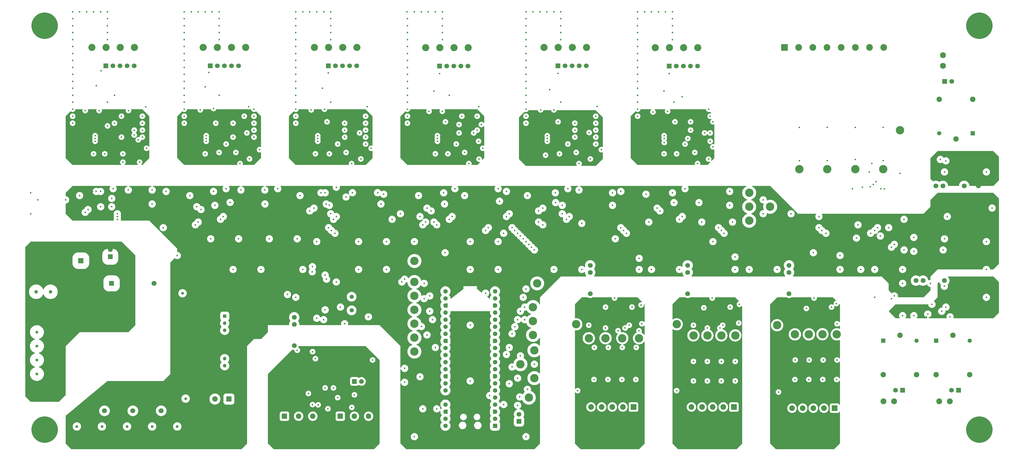
<source format=gbr>
%TF.GenerationSoftware,KiCad,Pcbnew,9.0.1*%
%TF.CreationDate,2025-12-19T01:31:39-08:00*%
%TF.ProjectId,ControlBoard,436f6e74-726f-46c4-926f-6172642e6b69,rev?*%
%TF.SameCoordinates,Original*%
%TF.FileFunction,Copper,L3,Inr*%
%TF.FilePolarity,Positive*%
%FSLAX46Y46*%
G04 Gerber Fmt 4.6, Leading zero omitted, Abs format (unit mm)*
G04 Created by KiCad (PCBNEW 9.0.1) date 2025-12-19 01:31:39*
%MOMM*%
%LPD*%
G01*
G04 APERTURE LIST*
G04 Aperture macros list*
%AMRoundRect*
0 Rectangle with rounded corners*
0 $1 Rounding radius*
0 $2 $3 $4 $5 $6 $7 $8 $9 X,Y pos of 4 corners*
0 Add a 4 corners polygon primitive as box body*
4,1,4,$2,$3,$4,$5,$6,$7,$8,$9,$2,$3,0*
0 Add four circle primitives for the rounded corners*
1,1,$1+$1,$2,$3*
1,1,$1+$1,$4,$5*
1,1,$1+$1,$6,$7*
1,1,$1+$1,$8,$9*
0 Add four rect primitives between the rounded corners*
20,1,$1+$1,$2,$3,$4,$5,0*
20,1,$1+$1,$4,$5,$6,$7,0*
20,1,$1+$1,$6,$7,$8,$9,0*
20,1,$1+$1,$8,$9,$2,$3,0*%
%AMFreePoly0*
4,1,37,0.603843,0.796157,0.639018,0.796157,0.711114,0.766294,0.766294,0.711114,0.796157,0.639018,0.796157,0.603843,0.800000,0.600000,0.800000,-0.600000,0.796157,-0.603843,0.796157,-0.639018,0.766294,-0.711114,0.711114,-0.766294,0.639018,-0.796157,0.603843,-0.796157,0.600000,-0.800000,0.000000,-0.800000,0.000000,-0.796148,-0.078414,-0.796148,-0.232228,-0.765552,-0.377117,-0.705537,
-0.507515,-0.618408,-0.618408,-0.507515,-0.705537,-0.377117,-0.765552,-0.232228,-0.796148,-0.078414,-0.796148,0.078414,-0.765552,0.232228,-0.705537,0.377117,-0.618408,0.507515,-0.507515,0.618408,-0.377117,0.705537,-0.232228,0.765552,-0.078414,0.796148,0.000000,0.796148,0.000000,0.800000,0.600000,0.800000,0.603843,0.796157,0.603843,0.796157,$1*%
%AMFreePoly1*
4,1,37,0.000000,0.796148,0.078414,0.796148,0.232228,0.765552,0.377117,0.705537,0.507515,0.618408,0.618408,0.507515,0.705537,0.377117,0.765552,0.232228,0.796148,0.078414,0.796148,-0.078414,0.765552,-0.232228,0.705537,-0.377117,0.618408,-0.507515,0.507515,-0.618408,0.377117,-0.705537,0.232228,-0.765552,0.078414,-0.796148,0.000000,-0.796148,0.000000,-0.800000,-0.600000,-0.800000,
-0.603843,-0.796157,-0.639018,-0.796157,-0.711114,-0.766294,-0.766294,-0.711114,-0.796157,-0.639018,-0.796157,-0.603843,-0.800000,-0.600000,-0.800000,0.600000,-0.796157,0.603843,-0.796157,0.639018,-0.766294,0.711114,-0.711114,0.766294,-0.639018,0.796157,-0.603843,0.796157,-0.600000,0.800000,0.000000,0.800000,0.000000,0.796148,0.000000,0.796148,$1*%
G04 Aperture macros list end*
%TA.AperFunction,ComponentPad*%
%ADD10C,3.000000*%
%TD*%
%TA.AperFunction,ComponentPad*%
%ADD11RoundRect,0.200000X0.600000X0.600000X-0.600000X0.600000X-0.600000X-0.600000X0.600000X-0.600000X0*%
%TD*%
%TA.AperFunction,ComponentPad*%
%ADD12C,1.600000*%
%TD*%
%TA.AperFunction,ComponentPad*%
%ADD13FreePoly0,180.000000*%
%TD*%
%TA.AperFunction,ComponentPad*%
%ADD14FreePoly1,180.000000*%
%TD*%
%TA.AperFunction,ComponentPad*%
%ADD15C,2.550000*%
%TD*%
%TA.AperFunction,ComponentPad*%
%ADD16R,1.700000X1.700000*%
%TD*%
%TA.AperFunction,ComponentPad*%
%ADD17C,1.700000*%
%TD*%
%TA.AperFunction,ComponentPad*%
%ADD18C,1.500000*%
%TD*%
%TA.AperFunction,ComponentPad*%
%ADD19R,1.950000X1.950000*%
%TD*%
%TA.AperFunction,ComponentPad*%
%ADD20C,1.950000*%
%TD*%
%TA.AperFunction,ComponentPad*%
%ADD21R,2.025000X2.025000*%
%TD*%
%TA.AperFunction,ComponentPad*%
%ADD22C,2.025000*%
%TD*%
%TA.AperFunction,ComponentPad*%
%ADD23C,2.100000*%
%TD*%
%TA.AperFunction,ComponentPad*%
%ADD24C,1.725000*%
%TD*%
%TA.AperFunction,ComponentPad*%
%ADD25C,1.217000*%
%TD*%
%TA.AperFunction,ComponentPad*%
%ADD26R,1.500000X1.500000*%
%TD*%
%TA.AperFunction,ComponentPad*%
%ADD27R,1.800000X1.800000*%
%TD*%
%TA.AperFunction,ComponentPad*%
%ADD28C,1.800000*%
%TD*%
%TA.AperFunction,ComponentPad*%
%ADD29C,9.500000*%
%TD*%
%TA.AperFunction,ComponentPad*%
%ADD30R,2.400000X2.400000*%
%TD*%
%TA.AperFunction,ComponentPad*%
%ADD31C,2.400000*%
%TD*%
%TA.AperFunction,ComponentPad*%
%ADD32R,1.303000X1.303000*%
%TD*%
%TA.AperFunction,ComponentPad*%
%ADD33C,1.303000*%
%TD*%
%TA.AperFunction,ViaPad*%
%ADD34C,0.600000*%
%TD*%
%TA.AperFunction,ViaPad*%
%ADD35C,1.000000*%
%TD*%
G04 APERTURE END LIST*
D10*
%TO.N,/ADC_1/ADC2_5VFILTER_3/OUT*%
%TO.C,TP9*%
X239500000Y-124675000D03*
%TD*%
%TO.N,/ADC_1/ADC2_5VFILTER_1/OUT*%
%TO.C,TP7*%
X227500000Y-124675000D03*
%TD*%
%TO.N,/GND_A*%
%TO.C,TP39*%
X292500000Y-77500000D03*
%TD*%
%TO.N,/Control/GATE_DRIVER_RESET_A*%
%TO.C,TP38*%
X285000000Y-72500000D03*
%TD*%
%TO.N,/Control/GATE_DRIVER_READY_A*%
%TO.C,TP37*%
X285000000Y-77500000D03*
%TD*%
%TO.N,/Control/GATE_DRIVER_FAULT_A*%
%TO.C,TP36*%
X285000000Y-82500000D03*
%TD*%
D11*
%TO.N,Net-(A1-GPIO0)*%
%TO.C,A1*%
X193890000Y-156092500D03*
D12*
%TO.N,Net-(A1-GPIO1)*%
X193890000Y-153552500D03*
D13*
%TO.N,/GND_A*%
X193890000Y-151012500D03*
D12*
%TO.N,/SPI1_SCK_A*%
X193890000Y-148472500D03*
%TO.N,/SPI1_TX_A*%
X193890000Y-145932500D03*
%TO.N,/SPI1_RX_A*%
X193890000Y-143392500D03*
%TO.N,/RELAY_1_A*%
X193890000Y-140852500D03*
D13*
%TO.N,/GND_A*%
X193890000Y-138312500D03*
D12*
%TO.N,/RELAY_2_A*%
X193890000Y-135772500D03*
%TO.N,/RELAY_3_A*%
X193890000Y-133232500D03*
%TO.N,/Control/GATE_DRIVER_READY_A*%
X193890000Y-130692500D03*
%TO.N,/Control/GATE_DRIVER_RESET_A*%
X193890000Y-128152500D03*
D13*
%TO.N,/GND_A*%
X193890000Y-125612500D03*
D12*
%TO.N,/SPI2_SCK_A*%
X193890000Y-123072500D03*
%TO.N,/SPI2_TX_A*%
X193890000Y-120532500D03*
%TO.N,/SPI2_RX_A*%
X193890000Y-117992500D03*
%TO.N,/SPI2_ADC1_CS_A*%
X193890000Y-115452500D03*
D13*
%TO.N,/GND_A*%
X193890000Y-112912500D03*
D12*
%TO.N,/SPI2_ADC2_CS_A*%
X193890000Y-110372500D03*
%TO.N,/SPI2_ADC3_CS_A*%
X193890000Y-107832500D03*
%TO.N,/SPI2_ADC4_CS_A*%
X176110000Y-107832500D03*
%TO.N,/Control/PH_U_L_A*%
X176110000Y-110372500D03*
D14*
%TO.N,/GND_A*%
X176110000Y-112912500D03*
D12*
%TO.N,/Control/PH_V_L_A*%
X176110000Y-115452500D03*
%TO.N,/Control/PH_W_L_A*%
X176110000Y-117992500D03*
%TO.N,/Control/PH_U_H_A*%
X176110000Y-120532500D03*
%TO.N,/Control/PH_V_H_A*%
X176110000Y-123072500D03*
D14*
%TO.N,/GND_A*%
X176110000Y-125612500D03*
D12*
%TO.N,/Control/PH_W_H_A*%
X176110000Y-128152500D03*
%TO.N,unconnected-(A1-RUN-Pad30)_1*%
X176110000Y-130692500D03*
%TO.N,/Control/GATE_DRIVER_FAULT_A*%
X176110000Y-133232500D03*
%TO.N,/SPI1_CAN_CS_A*%
X176110000Y-135772500D03*
D14*
%TO.N,Net-(A1-AGND)*%
X176110000Y-138312500D03*
D12*
%TO.N,/SPI1_CAN_INT_A*%
X176110000Y-140852500D03*
%TO.N,unconnected-(A1-ADC_VREF-Pad35)_1*%
X176110000Y-143392500D03*
%TO.N,/+3.3V_A*%
X176110000Y-145932500D03*
%TO.N,unconnected-(A1-3V3_EN-Pad37)*%
X176110000Y-148472500D03*
D14*
%TO.N,/GND_A*%
X176110000Y-151012500D03*
D12*
%TO.N,unconnected-(A1-VSYS-Pad39)*%
X176110000Y-153552500D03*
%TO.N,unconnected-(A1-VBUS-Pad40)*%
X176110000Y-156092500D03*
%TD*%
D15*
%TO.N,/Connectors/PH_W_H_G*%
%TO.C,J20*%
X251320000Y-20400000D03*
%TO.N,/GateDriverAssembly/GateDriver_PH_W_H/GND_B*%
X256400000Y-20400000D03*
%TO.N,unconnected-(J20-Pad3)*%
X261480000Y-20400000D03*
%TO.N,/Connectors/PH_W_H_C*%
X266560000Y-20400000D03*
%TD*%
D16*
%TO.N,/Connectors/PH_W_H_G*%
%TO.C,J17*%
X256320000Y-27012500D03*
D17*
%TO.N,/GateDriverAssembly/GateDriver_PH_W_H/GND_B*%
X258860000Y-27012500D03*
%TO.N,unconnected-(J17-Pin_3-Pad3)*%
X261400000Y-27012500D03*
%TO.N,unconnected-(J17-Pin_4-Pad4)*%
X263940000Y-27012500D03*
%TO.N,/Connectors/PH_W_H_C*%
X266480000Y-27012500D03*
%TD*%
D15*
%TO.N,/Connectors/PH_W_L_C*%
%TO.C,J14*%
X226680000Y-20350000D03*
%TO.N,unconnected-(J14-Pad3)*%
X221600000Y-20350000D03*
%TO.N,/GateDriverAssembly/GateDriver_PH_W_L/GND_B*%
X216520000Y-20350000D03*
%TO.N,/Connectors/PH_W_L_G*%
X211440000Y-20350000D03*
%TD*%
D17*
%TO.N,/Connectors/PH_W_L_C*%
%TO.C,J9*%
X226600000Y-26962500D03*
%TO.N,unconnected-(J9-Pin_4-Pad4)*%
X224060000Y-26962500D03*
%TO.N,unconnected-(J9-Pin_3-Pad3)*%
X221520000Y-26962500D03*
%TO.N,/GateDriverAssembly/GateDriver_PH_W_L/GND_B*%
X218980000Y-26962500D03*
D16*
%TO.N,/Connectors/PH_W_L_G*%
X216440000Y-26962500D03*
%TD*%
D15*
%TO.N,/Connectors/PH_V_H_G*%
%TO.C,J19*%
X169060000Y-20400000D03*
%TO.N,/GateDriverAssembly/GateDriver_PH_V_H/GND_B*%
X174140000Y-20400000D03*
%TO.N,unconnected-(J19-Pad3)*%
X179220000Y-20400000D03*
%TO.N,/Connectors/PH_V_H_C*%
X184300000Y-20400000D03*
%TD*%
D16*
%TO.N,/Connectors/PH_V_H_G*%
%TO.C,J16*%
X174060000Y-27012500D03*
D17*
%TO.N,/GateDriverAssembly/GateDriver_PH_V_H/GND_B*%
X176600000Y-27012500D03*
%TO.N,unconnected-(J16-Pin_3-Pad3)*%
X179140000Y-27012500D03*
%TO.N,unconnected-(J16-Pin_4-Pad4)*%
X181680000Y-27012500D03*
%TO.N,/Connectors/PH_V_H_C*%
X184220000Y-27012500D03*
%TD*%
D15*
%TO.N,/Connectors/PH_V_L_G*%
%TO.C,J13*%
X129180000Y-20350000D03*
%TO.N,/GateDriverAssembly/GateDriver_PH_V_L/GND_B*%
X134260000Y-20350000D03*
%TO.N,unconnected-(J13-Pad3)*%
X139340000Y-20350000D03*
%TO.N,/Connectors/PH_V_L_C*%
X144420000Y-20350000D03*
%TD*%
D16*
%TO.N,/Connectors/PH_V_L_G*%
%TO.C,J8*%
X134180000Y-26962500D03*
D17*
%TO.N,/GateDriverAssembly/GateDriver_PH_V_L/GND_B*%
X136720000Y-26962500D03*
%TO.N,unconnected-(J8-Pin_3-Pad3)*%
X139260000Y-26962500D03*
%TO.N,unconnected-(J8-Pin_4-Pad4)*%
X141800000Y-26962500D03*
%TO.N,/Connectors/PH_V_L_C*%
X144340000Y-26962500D03*
%TD*%
D15*
%TO.N,/Connectors/PH_U_H_C*%
%TO.C,J18*%
X104540000Y-20300000D03*
%TO.N,unconnected-(J18-Pad3)*%
X99460000Y-20300000D03*
%TO.N,/GateDriverAssembly/GateDriver_PH_U_H/GND_B*%
X94380000Y-20300000D03*
%TO.N,/Connectors/PH_U_H_G*%
X89300000Y-20300000D03*
%TD*%
D16*
%TO.N,/Connectors/PH_U_H_G*%
%TO.C,J15*%
X91840000Y-26912500D03*
D17*
%TO.N,/GateDriverAssembly/GateDriver_PH_U_H/GND_B*%
X94380000Y-26912500D03*
%TO.N,unconnected-(J15-Pin_3-Pad3)*%
X96920000Y-26912500D03*
%TO.N,unconnected-(J15-Pin_4-Pad4)*%
X99460000Y-26912500D03*
%TO.N,/Connectors/PH_U_H_C*%
X102000000Y-26912500D03*
%TD*%
D18*
%TO.N,Net-(IC5-OSC2)*%
%TO.C,Y1*%
X142500000Y-109795000D03*
%TO.N,Net-(IC5-OSC1)*%
X142500000Y-114675000D03*
%TD*%
D10*
%TO.N,/SPI1_TX_A*%
%TO.C,TP26*%
X203000000Y-134000000D03*
%TD*%
%TO.N,/ADC_2/ADC4_5VFILTER_1/OUT*%
%TO.C,TP14*%
X316367500Y-123286250D03*
%TD*%
%TO.N,/Control/PH_W_L_A*%
%TO.C,TP32*%
X165000000Y-114500000D03*
%TD*%
D19*
%TO.N,/Connectors/+VIN_Z*%
%TO.C,J22*%
X45450000Y-96855000D03*
D20*
%TO.N,/Connectors/VIN_GND*%
X45450000Y-91855000D03*
%TD*%
D19*
%TO.N,/+12V_A*%
%TO.C,J27*%
X98500000Y-146500000D03*
D20*
%TO.N,/GND_A*%
X93500000Y-146500000D03*
%TD*%
D21*
%TO.N,/ISENSE_PH_W_Y*%
%TO.C,J24*%
X243525000Y-149356250D03*
D22*
%TO.N,/ISENSE_PH_V_Y*%
X239715000Y-149356250D03*
%TO.N,/ISENSE_PH_U_Y*%
X235905000Y-149356250D03*
%TO.N,/ISENSE_DC_LINK_Y*%
X232095000Y-149356250D03*
%TO.N,/ISENSE_GND_Y*%
X228285000Y-149356250D03*
%TO.N,/+5V_Y*%
X224475000Y-149356250D03*
%TD*%
D10*
%TO.N,/Control/PH_V_L_A*%
%TO.C,TP31*%
X165000000Y-109462500D03*
%TD*%
%TO.N,/ADC_1/VoltageSenseInputStage3/LV_OUT*%
%TO.C,TP4*%
X303000000Y-64000000D03*
%TD*%
D23*
%TO.N,/RELAY1_COM*%
%TO.C,J6*%
X336905000Y-147285000D03*
%TO.N,/RELAY1_NO*%
X333095000Y-147285000D03*
%TD*%
D10*
%TO.N,/SPI2_TX_A*%
%TO.C,TP22*%
X207500000Y-118500000D03*
%TD*%
%TO.N,/Control/PH_U_L_A*%
%TO.C,TP30*%
X165000000Y-104500000D03*
%TD*%
%TO.N,/ADC_2/ADC4_5VFILTER_4/OUT*%
%TO.C,TP20*%
X301367500Y-123286250D03*
%TD*%
D24*
%TO.N,/+12V_A*%
%TO.C,PS1*%
X228000000Y-98515000D03*
%TO.N,/GND_A*%
X228000000Y-101055000D03*
%TO.N,/ISENSE_GND_Y*%
X228000000Y-108675000D03*
%TO.N,/+5V_Y*%
X228000000Y-113755000D03*
%TD*%
D10*
%TO.N,/SPI2_SCK_A*%
%TO.C,TP21*%
X207500000Y-123500000D03*
%TD*%
D25*
%TO.N,/Connectors/+VIN_Z*%
%TO.C,F1*%
X34550000Y-108000000D03*
%TO.N,Net-(D3-A)*%
X29450000Y-108000000D03*
%TD*%
D26*
%TO.N,Net-(IC13-C2{slash}A2)*%
%TO.C,K1*%
X333000000Y-125590000D03*
D20*
%TO.N,/RELAY1_NO*%
X333000000Y-137790000D03*
%TO.N,unconnected-(K1-NC-Pad3)*%
X345000000Y-137790000D03*
D18*
%TO.N,/OutputRelays/+5V_A_INT_2*%
X345000000Y-125590000D03*
D20*
%TO.N,/RELAY1_COM*%
X339000000Y-123590000D03*
%TD*%
D10*
%TO.N,/ADC_1/ADC2_5VFILTER_2/OUT*%
%TO.C,TP8*%
X233500000Y-124675000D03*
%TD*%
D16*
%TO.N,Net-(JP1-A)*%
%TO.C,JP1*%
X143500000Y-140175000D03*
D17*
%TO.N,/CAN/CAN_H_B*%
X146040000Y-140175000D03*
%TD*%
D10*
%TO.N,/Control/PH_U_H_A*%
%TO.C,TP33*%
X165000000Y-119462500D03*
%TD*%
D24*
%TO.N,/+12V_A*%
%TO.C,PS13*%
X351887500Y-70000000D03*
%TO.N,/GND_A*%
X354427500Y-70000000D03*
X362047500Y-70000000D03*
%TO.N,/OutputRelays/+5V_A_INT*%
X367127500Y-70000000D03*
%TD*%
D10*
%TO.N,/GND_A*%
%TO.C,TP24*%
X209000000Y-105000000D03*
%TD*%
D27*
%TO.N,Net-(C140-+)*%
%TO.C,PS7*%
X56460000Y-105000000D03*
D28*
%TO.N,/Connectors/VIN_GND*%
X61540000Y-105000000D03*
%TO.N,unconnected-(PS7-CONTROL-Pad4)*%
X71700000Y-105000000D03*
%TO.N,/+12V_A*%
X53920000Y-150720000D03*
%TO.N,/GND_A*%
X64080000Y-150720000D03*
%TO.N,unconnected-(PS7-TRIM-Pad8)*%
X74240000Y-150720000D03*
%TD*%
D10*
%TO.N,/ADC_2/ADC4_5VFILTER_3/OUT*%
%TO.C,TP18*%
X306367500Y-123286250D03*
%TD*%
D24*
%TO.N,/+12V_A*%
%TO.C,PS14*%
X344760000Y-104000000D03*
%TO.N,/GND_A*%
X347300000Y-104000000D03*
X354920000Y-104000000D03*
%TO.N,/OutputRelays/+5V_A_INT_2*%
X360000000Y-104000000D03*
%TD*%
%TO.N,/+12V_A*%
%TO.C,PS4*%
X121915000Y-117175000D03*
%TO.N,/GND_A*%
X121915000Y-119715000D03*
%TO.N,/CAN/CAN_GND*%
X121915000Y-127335000D03*
%TO.N,/CAN/CAN_ISO_5V*%
X121915000Y-132415000D03*
%TD*%
D10*
%TO.N,/Control/PH_W_H_A*%
%TO.C,TP35*%
X165000000Y-129462500D03*
%TD*%
%TO.N,/ADC_1/VoltageSenseInputStage/LV_OUT*%
%TO.C,TP3*%
X333000000Y-64000000D03*
%TD*%
%TO.N,/ADC_1/VoltageSenseInputStage2/LV_OUT*%
%TO.C,TP6*%
X313000000Y-64000000D03*
%TD*%
D23*
%TO.N,/RELAY2_COM*%
%TO.C,J4*%
X356905000Y-147285000D03*
%TO.N,/RELAY2_NO*%
X353095000Y-147285000D03*
%TD*%
D10*
%TO.N,/ADC_2/ADC3_5VFILTER_3/OUT*%
%TO.C,TP17*%
X270000000Y-123675000D03*
%TD*%
D26*
%TO.N,Net-(IC13-C1{slash}A1)*%
%TO.C,K2*%
X352000000Y-125590000D03*
D20*
%TO.N,/RELAY2_NO*%
X352000000Y-137790000D03*
%TO.N,unconnected-(K2-NC-Pad3)*%
X364000000Y-137790000D03*
D18*
%TO.N,/OutputRelays/+5V_A_INT_2*%
X364000000Y-125590000D03*
D20*
%TO.N,/RELAY2_COM*%
X358000000Y-123590000D03*
%TD*%
D10*
%TO.N,/SPI2_RX_A*%
%TO.C,TP23*%
X207500000Y-113500000D03*
%TD*%
%TO.N,/ADC_2/ADC3_5VFILTER_2/OUT*%
%TO.C,TP15*%
X265000000Y-123675000D03*
%TD*%
D23*
%TO.N,/RELAY3_COM*%
%TO.C,J5*%
X354450000Y-23095000D03*
%TO.N,/RELAY3_NO*%
X354450000Y-26905000D03*
%TD*%
D29*
%TO.N,unconnected-(H3-Pad1)*%
%TO.C,H3*%
X32500000Y-157500000D03*
%TD*%
D10*
%TO.N,/ADC_2/ADC4_5VFILTER_2/OUT*%
%TO.C,TP16*%
X311250000Y-123250000D03*
%TD*%
%TO.N,/ADC_2/ADC3_5VFILTER_4/OUT*%
%TO.C,TP19*%
X275000000Y-123675000D03*
%TD*%
%TO.N,/ISENSE_GND_Y*%
%TO.C,TP2*%
X223000000Y-119675000D03*
%TD*%
D29*
%TO.N,unconnected-(H1-Pad1)*%
%TO.C,H1*%
X32500000Y-12500000D03*
%TD*%
%TO.N,unconnected-(H4-Pad1)*%
%TO.C,H4*%
X367500000Y-157500000D03*
%TD*%
D10*
%TO.N,/ADC_1/ADC2_5VFILTER_4/OUT*%
%TO.C,TP10*%
X245500000Y-124675000D03*
%TD*%
%TO.N,/GND_W*%
%TO.C,TP11*%
X259000000Y-119675000D03*
%TD*%
%TO.N,/GND_A*%
%TO.C,TP28*%
X206000000Y-146000000D03*
%TD*%
D29*
%TO.N,unconnected-(H2-Pad1)*%
%TO.C,H2*%
X367500000Y-12500000D03*
%TD*%
D10*
%TO.N,/SPI1_SCK_A*%
%TO.C,TP25*%
X208000000Y-139000000D03*
%TD*%
D19*
%TO.N,/CAN/CAN_L_B*%
%TO.C,J10*%
X118420000Y-152675000D03*
D20*
%TO.N,/CAN/CAN_H_B*%
X123500000Y-152675000D03*
%TO.N,/CAN/CAN_GND*%
X128580000Y-152675000D03*
%TD*%
D10*
%TO.N,/GND_A*%
%TO.C,TP29*%
X165000000Y-96962500D03*
%TD*%
D30*
%TO.N,/GND_U*%
%TO.C,J25*%
X297600000Y-20350000D03*
D31*
%TO.N,/PH_W_VSENSE_U*%
X302680000Y-20350000D03*
%TO.N,/GND_U*%
X307760000Y-20350000D03*
%TO.N,/PH_V_VSENSE_U*%
X312840000Y-20350000D03*
%TO.N,/GND_U*%
X317920000Y-20350000D03*
%TO.N,/PH_U_VSENSE_U*%
X323000000Y-20350000D03*
%TO.N,/GND_U*%
X328080000Y-20350000D03*
%TO.N,/DC_LINK_VSENSE_U*%
X333160000Y-20350000D03*
%TD*%
D10*
%TO.N,/GND_V*%
%TO.C,TP12*%
X295000000Y-120000000D03*
%TD*%
%TO.N,/ADC_2/ADC3_5VFILTER_1/OUT*%
%TO.C,TP13*%
X280000000Y-123675000D03*
%TD*%
D21*
%TO.N,/MTR_TMP_W*%
%TO.C,J26*%
X279525000Y-149356250D03*
D22*
%TO.N,/HALL_PH_W_W*%
X275715000Y-149356250D03*
%TO.N,/HALL_PH_V_W*%
X271905000Y-149356250D03*
%TO.N,/HALL_PH_U_W*%
X268095000Y-149356250D03*
%TO.N,/GND_W*%
X264285000Y-149356250D03*
%TO.N,/+5V_W*%
X260475000Y-149356250D03*
%TD*%
D10*
%TO.N,/ADC_1/VoltageSenseInputStage1/LV_OUT*%
%TO.C,TP5*%
X323000000Y-64000000D03*
%TD*%
%TO.N,/Control/PH_V_H_A*%
%TO.C,TP34*%
X165000000Y-124500000D03*
%TD*%
D24*
%TO.N,/+12V_A*%
%TO.C,PS2*%
X262915000Y-98515000D03*
%TO.N,/GND_A*%
X262915000Y-101055000D03*
%TO.N,/GND_W*%
X262915000Y-108675000D03*
%TO.N,/+5V_W*%
X262915000Y-113755000D03*
%TD*%
D26*
%TO.N,Net-(IC14-C2{slash}A2)*%
%TO.C,K3*%
X365085000Y-51150000D03*
D20*
%TO.N,/RELAY3_NO*%
X365085000Y-38950000D03*
%TO.N,unconnected-(K3-NC-Pad3)*%
X353085000Y-38950000D03*
D18*
%TO.N,/OutputRelays/+5V_A_INT*%
X353085000Y-51150000D03*
D20*
%TO.N,/RELAY3_COM*%
X359085000Y-53150000D03*
%TD*%
D19*
%TO.N,/CAN/CAN_L_B*%
%TO.C,J11*%
X138420000Y-152675000D03*
D20*
%TO.N,/CAN/CAN_H_B*%
X143500000Y-152675000D03*
%TO.N,/CAN/CAN_GND*%
X148580000Y-152675000D03*
%TD*%
D10*
%TO.N,/GND_U*%
%TO.C,TP1*%
X339000000Y-50000000D03*
%TD*%
%TO.N,/SPI1_RX_A*%
%TO.C,TP27*%
X208000000Y-129000000D03*
%TD*%
D24*
%TO.N,/+12V_A*%
%TO.C,PS3*%
X299282500Y-98515000D03*
%TO.N,/GND_A*%
X299282500Y-101055000D03*
%TO.N,/GND_V*%
X299282500Y-108675000D03*
%TO.N,/+5V_V*%
X299282500Y-113755000D03*
%TD*%
D21*
%TO.N,/HEATSINK_TMP_V*%
%TO.C,J28*%
X315607500Y-149786250D03*
D22*
%TO.N,/THROTTLE_V*%
X311797500Y-149786250D03*
%TO.N,/REGEN_THROTTLE_V*%
X307987500Y-149786250D03*
%TO.N,/SPARE_V*%
X304177500Y-149786250D03*
%TO.N,/GND_V*%
X300367500Y-149786250D03*
%TO.N,/+5V_V*%
X296557500Y-149786250D03*
%TD*%
D16*
%TO.N,Net-(A1-GPIO0)*%
%TO.C,J29*%
X202500000Y-154502500D03*
D17*
%TO.N,Net-(A1-GPIO1)*%
X202500000Y-151962500D03*
%TD*%
D32*
%TO.N,/GND_A*%
%TO.C,PS6*%
X97000000Y-116760000D03*
D33*
%TO.N,/+12V_A*%
X97000000Y-119300000D03*
%TO.N,unconnected-(PS6-CTRL-CONTROL_INPUT_CAN_(CAN_BE_LEFT_OPEN)-Pad3)*%
X97000000Y-121840000D03*
%TO.N,/+3.3V_A*%
X97000000Y-129460000D03*
%TO.N,/GND_A*%
X97000000Y-132000000D03*
%TO.N,unconnected-(PS6-NC-Pad8)*%
X97000000Y-134540000D03*
%TD*%
D16*
%TO.N,/Connectors/PH_U_L_G*%
%TO.C,J7*%
X54380000Y-26962500D03*
D17*
%TO.N,/GateDriverAssembly/GateDriver_PH_U_L/GND_B*%
X56920000Y-26962500D03*
%TO.N,unconnected-(J7-Pin_3-Pad3)*%
X59460000Y-26962500D03*
%TO.N,unconnected-(J7-Pin_4-Pad4)*%
X62000000Y-26962500D03*
%TO.N,/Connectors/PH_U_L_C*%
X64540000Y-26962500D03*
%TD*%
D16*
%TO.N,/RELAY3_COM*%
%TO.C,J2*%
X355000000Y-32500000D03*
D17*
%TO.N,/RELAY3_NO*%
X357540000Y-32500000D03*
%TD*%
D16*
%TO.N,/RELAY1_COM*%
%TO.C,J3*%
X340000000Y-143335000D03*
D17*
%TO.N,/RELAY1_NO*%
X337460000Y-143335000D03*
%TD*%
D16*
%TO.N,/RELAY2_COM*%
%TO.C,J1*%
X360000000Y-143335000D03*
D17*
%TO.N,/RELAY2_NO*%
X357460000Y-143335000D03*
%TD*%
D16*
%TO.N,/Connectors/+VIN_Z*%
%TO.C,J21*%
X56000000Y-95455000D03*
D17*
%TO.N,/Connectors/VIN_GND*%
X56000000Y-92915000D03*
%TD*%
D15*
%TO.N,/Connectors/PH_U_L_G*%
%TO.C,J12*%
X49380000Y-20350000D03*
%TO.N,/GateDriverAssembly/GateDriver_PH_U_L/GND_B*%
X54460000Y-20350000D03*
%TO.N,unconnected-(J12-Pad3)*%
X59540000Y-20350000D03*
%TO.N,/Connectors/PH_U_L_C*%
X64620000Y-20350000D03*
%TD*%
D34*
%TO.N,/GND_A*%
X279000000Y-83000000D03*
X249000000Y-83000000D03*
X268000000Y-83000000D03*
X225000000Y-83454031D03*
X208000000Y-134000000D03*
X205000000Y-160000000D03*
X165000000Y-160000000D03*
X185000000Y-140000000D03*
X185000000Y-120000000D03*
X290000000Y-80000000D03*
X290000000Y-75000000D03*
X300000000Y-80000000D03*
X335000000Y-85000000D03*
X355000000Y-65000000D03*
X370000000Y-65000000D03*
X370000000Y-90000000D03*
X370000000Y-100000000D03*
X370000000Y-110000000D03*
X350000000Y-105000000D03*
X340000000Y-105000000D03*
X340000000Y-100000000D03*
X330000000Y-110000000D03*
X330000000Y-100000000D03*
X325000000Y-100000000D03*
X295000000Y-100000000D03*
X285000000Y-100000000D03*
X260000000Y-100000000D03*
X250000000Y-100000000D03*
X225000000Y-100000000D03*
X215000000Y-100000000D03*
X195000000Y-100000000D03*
X195000000Y-90000000D03*
X185000000Y-100000000D03*
X185000000Y-90000000D03*
X165000000Y-90000000D03*
X155000000Y-90000000D03*
X155000000Y-100000000D03*
X145000000Y-100000000D03*
X145000000Y-90000000D03*
X130000000Y-90000000D03*
X125000000Y-100000000D03*
X110000000Y-100000000D03*
X100000000Y-100000000D03*
X80000000Y-95000000D03*
X75000000Y-85000000D03*
X40000000Y-75000000D03*
X30000000Y-75000000D03*
X27500000Y-80000000D03*
X27500000Y-72500000D03*
%TO.N,/GateDriverAssembly/GateDriver_PH_W_H/GND_B*%
X258000000Y-40000000D03*
X261000000Y-38000000D03*
X271000000Y-45000000D03*
X272000000Y-47000000D03*
X271000000Y-51000000D03*
X271000000Y-54000000D03*
X262000000Y-55000000D03*
X263000000Y-53000000D03*
X264000000Y-50000000D03*
X264000000Y-47000000D03*
X245000000Y-45000000D03*
X245000000Y-42500000D03*
X245000000Y-40000000D03*
X245000000Y-32500000D03*
X245000000Y-37500000D03*
X245000000Y-35000000D03*
X245000000Y-30000000D03*
X245000000Y-27500000D03*
X245000000Y-25000000D03*
X245000000Y-22500000D03*
X245000000Y-20000000D03*
X245000000Y-15000000D03*
X245000000Y-17500000D03*
X245000000Y-12500000D03*
X245000000Y-10000000D03*
X257500000Y-17500000D03*
X257500000Y-15000000D03*
X257500000Y-12500000D03*
X257500000Y-10000000D03*
X257500000Y-7500000D03*
X255000000Y-7500000D03*
X252500000Y-7500000D03*
X247500000Y-7500000D03*
X250000000Y-7500000D03*
X250000000Y-7500000D03*
X245000000Y-7500000D03*
%TO.N,/GateDriverAssembly/GateDriver_PH_U_L/GND_B*%
X57500000Y-37500000D03*
X55000000Y-40000000D03*
%TO.N,/GateDriverAssembly/GateDriver_PH_U_H/GND_B*%
X95000000Y-37500000D03*
%TO.N,/GateDriverAssembly/GateDriver_PH_V_L/GND_B*%
X135000000Y-40000000D03*
%TO.N,/GateDriverAssembly/GateDriver_PH_V_H/GND_B*%
X177500000Y-37500000D03*
%TO.N,/GateDriverAssembly/GateDriver_PH_W_L/GND_B*%
X217500000Y-40000000D03*
X220000000Y-55000000D03*
X222500000Y-52500000D03*
X222500000Y-50000000D03*
X222500000Y-47500000D03*
X230000000Y-55000000D03*
X230000000Y-52500000D03*
X230000000Y-50000000D03*
X230000000Y-47500000D03*
X230000000Y-45000000D03*
X205000000Y-47500000D03*
X205000000Y-45000000D03*
X205000000Y-40000000D03*
X205000000Y-42500000D03*
X205000000Y-37500000D03*
X205000000Y-35000000D03*
X205000000Y-32500000D03*
X205000000Y-30000000D03*
X205000000Y-27500000D03*
X205000000Y-22500000D03*
X205000000Y-25000000D03*
X205000000Y-20000000D03*
X205000000Y-17500000D03*
X205000000Y-15000000D03*
X205000000Y-12500000D03*
X205000000Y-10000000D03*
X217500000Y-17500000D03*
X217500000Y-15000000D03*
X217500000Y-12500000D03*
X217500000Y-10000000D03*
X217500000Y-7500000D03*
X215000000Y-7500000D03*
X212500000Y-7500000D03*
X210000000Y-7500000D03*
X207500000Y-7500000D03*
X205000000Y-7500000D03*
%TO.N,/GateDriverAssembly/GateDriver_PH_V_H/GND_B*%
X182000000Y-45000000D03*
X189000000Y-48000000D03*
X188000000Y-54000000D03*
X180000000Y-55000000D03*
X181000000Y-51000000D03*
X181000000Y-48000000D03*
X187500000Y-50000000D03*
X187500000Y-45000000D03*
X162500000Y-47500000D03*
X162500000Y-45000000D03*
X162500000Y-42500000D03*
X162500000Y-40000000D03*
X162500000Y-35000000D03*
X162500000Y-37500000D03*
X162500000Y-32500000D03*
X162500000Y-30000000D03*
X162500000Y-27500000D03*
X162500000Y-25000000D03*
X162500000Y-22500000D03*
X162500000Y-20000000D03*
X162500000Y-17500000D03*
X162500000Y-15000000D03*
X162500000Y-12500000D03*
X162500000Y-10000000D03*
X175000000Y-17500000D03*
X175000000Y-15000000D03*
X175000000Y-12500000D03*
X175000000Y-10000000D03*
X175000000Y-7500000D03*
X172500000Y-7500000D03*
X170000000Y-7500000D03*
X167500000Y-7500000D03*
X165000000Y-7500000D03*
X162346478Y-7577075D03*
%TO.N,/GateDriverAssembly/GateDriver_PH_V_L/GND_B*%
X137500000Y-55000000D03*
X140000000Y-52500000D03*
X140000000Y-50000000D03*
X140000000Y-47500000D03*
X147500000Y-55000000D03*
X147500000Y-52500000D03*
X147500000Y-50000000D03*
X147500000Y-47500000D03*
X147500000Y-45000000D03*
X122500000Y-47500000D03*
X122500000Y-45000000D03*
X122500000Y-42500000D03*
X122500000Y-40000000D03*
X122500000Y-37500000D03*
X122500000Y-35000000D03*
X122500000Y-32500000D03*
X122500000Y-30000000D03*
X122500000Y-27500000D03*
X122500000Y-22500000D03*
X122500000Y-25000000D03*
X122500000Y-20000000D03*
X122500000Y-17500000D03*
X122500000Y-15000000D03*
X122500000Y-12500000D03*
X122500000Y-10000000D03*
X135000000Y-17500000D03*
X135000000Y-15000000D03*
X135000000Y-12500000D03*
X135000000Y-10000000D03*
X135000000Y-7500000D03*
X132500000Y-7500000D03*
X127500000Y-7500000D03*
X130000000Y-7500000D03*
X125000000Y-7500000D03*
X122500000Y-7500000D03*
%TO.N,/GateDriverAssembly/GateDriver_PH_U_L/GND_B*%
X67500000Y-45000000D03*
X67500000Y-52500000D03*
X67500000Y-50000000D03*
X60000000Y-52500000D03*
X57500000Y-47500000D03*
X60000000Y-45000000D03*
X67500000Y-47500000D03*
X42500000Y-47500000D03*
X42500000Y-42500000D03*
X42500000Y-40000000D03*
X42500000Y-37500000D03*
X42500000Y-35000000D03*
X42500000Y-30000000D03*
X42500000Y-27500000D03*
X42500000Y-25000000D03*
X42500000Y-20000000D03*
X42500000Y-17500000D03*
X42500000Y-15000000D03*
X42500000Y-10000000D03*
X42500000Y-7500000D03*
X55000000Y-17500000D03*
X55000000Y-15000000D03*
X55000000Y-12500000D03*
X55000000Y-10000000D03*
X55000000Y-7500000D03*
X52500000Y-7500000D03*
X50000000Y-7500000D03*
X47500000Y-7500000D03*
X45000000Y-7500000D03*
X42500000Y-12500000D03*
X42500000Y-22500000D03*
X42500000Y-32500000D03*
X42500000Y-45000000D03*
%TO.N,Net-(IC8-DESAT)*%
X54000000Y-58500000D03*
%TO.N,Net-(D4-A)*%
X52000000Y-43000000D03*
%TO.N,Net-(D4-K)*%
X47000000Y-43000000D03*
%TO.N,Net-(FB2-Pad2)*%
X51000000Y-34000000D03*
%TO.N,/Connectors/PH_U_L_G*%
X52671250Y-28671250D03*
%TO.N,/+12V_A*%
X239000000Y-72000000D03*
X198000000Y-72000000D03*
X154000000Y-73000000D03*
X116000000Y-71000000D03*
X76000000Y-72000000D03*
%TO.N,/+3.3V_A*%
X305000000Y-102000000D03*
X268000000Y-102000000D03*
X233000000Y-101000000D03*
%TO.N,/+12V_A*%
X123000000Y-89000000D03*
X113000000Y-89000000D03*
X102000000Y-89000000D03*
X92000000Y-89000000D03*
%TO.N,Net-(D10-K)*%
X250500000Y-43500000D03*
%TO.N,Net-(D10-A)*%
X255750000Y-43250000D03*
%TO.N,Net-(D12-K)*%
X210250000Y-42750000D03*
%TO.N,Net-(D12-A)*%
X215000000Y-42750000D03*
%TO.N,Net-(D6-A)*%
X175000000Y-43250000D03*
%TO.N,Net-(D6-K)*%
X170250000Y-43250000D03*
%TO.N,Net-(D8-K)*%
X128000000Y-42750000D03*
%TO.N,Net-(D8-A)*%
X132750000Y-42500000D03*
%TO.N,Net-(D1-A)*%
X93000000Y-42250000D03*
%TO.N,Net-(D1-K)*%
X88250000Y-42750000D03*
%TO.N,/GateDriverAssembly/GateDriver_PH_U_L/+15V_B*%
X64562500Y-51750000D03*
X64562500Y-50000000D03*
%TO.N,/GateDriverAssembly/GateDriver_PH_U_L/-9V_B*%
X61437500Y-51750000D03*
X61437500Y-50000000D03*
%TO.N,/GND_W*%
X281500000Y-112500000D03*
X281250000Y-119250000D03*
%TO.N,/ISENSE_GND_Y*%
X246500000Y-119500000D03*
X246250000Y-112750000D03*
X236750000Y-110250000D03*
%TO.N,/GND_W*%
X271750000Y-110250000D03*
%TO.N,/GND_V*%
X308250000Y-110250000D03*
X316500000Y-119500000D03*
X316250000Y-112250000D03*
%TO.N,/GND_U*%
X332175000Y-71000000D03*
%TO.N,Net-(IC2-REF)*%
X333445000Y-71117500D03*
%TO.N,Net-(IC2-VDDF)*%
X325562500Y-70500000D03*
%TO.N,/GateDriverAssembly/GateDriver_PH_W_H/+15V_B*%
X258377500Y-47000000D03*
%TO.N,/GateDriverAssembly/GateDriver_PH_W_H/-9V_B*%
X261502500Y-48000000D03*
%TO.N,/GateDriverAssembly/GateDriver_PH_W_L/+15V_B*%
X216497500Y-47000000D03*
%TO.N,/GateDriverAssembly/GateDriver_PH_W_L/-9V_B*%
X219622500Y-48000000D03*
%TO.N,/GateDriverAssembly/GateDriver_PH_V_H/+15V_B*%
X176117500Y-47000000D03*
%TO.N,/GateDriverAssembly/GateDriver_PH_V_H/-9V_B*%
X179242500Y-48000000D03*
%TO.N,/GateDriverAssembly/GateDriver_PH_V_L/+15V_B*%
X133675000Y-47000000D03*
%TO.N,/GateDriverAssembly/GateDriver_PH_V_L/-9V_B*%
X136800000Y-48500000D03*
%TO.N,/GateDriverAssembly/GateDriver_PH_U_H/+15V_B*%
X104000000Y-45000000D03*
X93817500Y-47500000D03*
%TO.N,/GateDriverAssembly/GateDriver_PH_U_H/-9V_B*%
X96942500Y-48500000D03*
%TO.N,Net-(IC11-DESAT)*%
X259000000Y-58500000D03*
X254500000Y-58500000D03*
%TO.N,Net-(IC12-DESAT)*%
X212000000Y-59000000D03*
X217000000Y-58500000D03*
%TO.N,Net-(IC9-DESAT)*%
X172500000Y-58500000D03*
X177000000Y-58500000D03*
%TO.N,Net-(IC10-DESAT)*%
X129500000Y-58500000D03*
X134500000Y-58500000D03*
%TO.N,Net-(IC7-DESAT)*%
X90000000Y-58500000D03*
X95000000Y-58000000D03*
%TO.N,/GateDriverAssembly/GateDriver_PH_W_H/+15V_B*%
X254502500Y-52000000D03*
X254502500Y-53000000D03*
X254551250Y-54448750D03*
%TO.N,/GateDriverAssembly/GateDriver_PH_W_L/+15V_B*%
X212622500Y-54000000D03*
X212622500Y-53000000D03*
X212622500Y-52000000D03*
%TO.N,/GateDriverAssembly/GateDriver_PH_V_H/+15V_B*%
X173242500Y-54000000D03*
X173242500Y-53000000D03*
X173242500Y-52000000D03*
%TO.N,/GateDriverAssembly/GateDriver_PH_V_L/+15V_B*%
X130362500Y-54000000D03*
X130362500Y-53000000D03*
X130362500Y-52000000D03*
%TO.N,/GateDriverAssembly/GateDriver_PH_U_H/+15V_B*%
X90380000Y-54000000D03*
X90380000Y-52000000D03*
X90380000Y-53000000D03*
%TO.N,/GateDriverAssembly/GateDriver_PH_W_H/-9V_B*%
X253000000Y-59000000D03*
%TO.N,/GateDriverAssembly/GateDriver_PH_W_L/-9V_B*%
X210500000Y-59000000D03*
%TO.N,/GateDriverAssembly/GateDriver_PH_V_H/-9V_B*%
X171000000Y-59000000D03*
%TO.N,/GateDriverAssembly/GateDriver_PH_V_L/-9V_B*%
X128500000Y-59000000D03*
%TO.N,/GateDriverAssembly/GateDriver_PH_U_H/-9V_B*%
X88500000Y-59000000D03*
%TO.N,/GateDriverAssembly/GateDriver_PH_U_H/+15V_B*%
X101000000Y-58000000D03*
%TO.N,/GateDriverAssembly/GateDriver_PH_V_L/+15V_B*%
X140500000Y-58000000D03*
%TO.N,/GateDriverAssembly/GateDriver_PH_V_H/+15V_B*%
X183000000Y-58000000D03*
%TO.N,/GateDriverAssembly/GateDriver_PH_W_L/+15V_B*%
X223000000Y-58000000D03*
%TO.N,/GateDriverAssembly/GateDriver_PH_W_H/+15V_B*%
X265500000Y-58000000D03*
%TO.N,/GateDriverAssembly/GateDriver_PH_W_H/-9V_B*%
X249495000Y-60500000D03*
X249495000Y-59500000D03*
%TO.N,/GateDriverAssembly/GateDriver_PH_W_L/-9V_B*%
X207115000Y-60500000D03*
X207115000Y-59500000D03*
%TO.N,/GateDriverAssembly/GateDriver_PH_V_H/-9V_B*%
X167235000Y-60500000D03*
X167235000Y-59500000D03*
%TO.N,/GateDriverAssembly/GateDriver_PH_V_L/-9V_B*%
X124855000Y-60500000D03*
X124855000Y-59500000D03*
%TO.N,/GateDriverAssembly/GateDriver_PH_U_H/-9V_B*%
X84975000Y-59500000D03*
X84975000Y-60500000D03*
%TO.N,/GateDriverAssembly/GateDriver_PH_U_H/GND_B*%
X102500000Y-62000000D03*
%TO.N,Net-(LED10-A)*%
X105880000Y-60300000D03*
%TO.N,/GateDriverAssembly/GateDriver_PH_V_L/GND_B*%
X142500000Y-62000000D03*
%TO.N,Net-(LED24-A)*%
X145800000Y-60350000D03*
%TO.N,/GateDriverAssembly/GateDriver_PH_V_H/GND_B*%
X184500000Y-62000000D03*
%TO.N,Net-(LED20-A)*%
X188180000Y-60400000D03*
%TO.N,/GateDriverAssembly/GateDriver_PH_W_L/GND_B*%
X224000000Y-62000000D03*
%TO.N,Net-(LED32-A)*%
X228060000Y-60350000D03*
%TO.N,/GateDriverAssembly/GateDriver_PH_W_H/GND_B*%
X266500000Y-62000000D03*
%TO.N,Net-(LED28-A)*%
X270440000Y-60400000D03*
%TO.N,/GateDriverAssembly/GateDriver_PH_W_L/+15V_B*%
X232000000Y-57000000D03*
%TO.N,/GateDriverAssembly/GateDriver_PH_V_H/+15V_B*%
X189500000Y-56500000D03*
%TO.N,/GateDriverAssembly/GateDriver_PH_V_L/+15V_B*%
X149500000Y-56500000D03*
%TO.N,/GateDriverAssembly/GateDriver_PH_U_H/+15V_B*%
X109500000Y-57000000D03*
%TO.N,/GateDriverAssembly/GateDriver_PH_W_H/+15V_B*%
X272000000Y-56000000D03*
%TO.N,/GateDriverAssembly/GateDriver_PH_W_H/-9V_B*%
X265940000Y-51000000D03*
%TO.N,/GateDriverAssembly/GateDriver_PH_W_H/+15V_B*%
X269000000Y-51000000D03*
%TO.N,/GateDriverAssembly/GateDriver_PH_W_L/-9V_B*%
X224497500Y-51000000D03*
%TO.N,/GateDriverAssembly/GateDriver_PH_W_L/+15V_B*%
X227643156Y-50884547D03*
%TO.N,/GateDriverAssembly/GateDriver_PH_V_H/+15V_B*%
X186242500Y-51000000D03*
%TO.N,/GateDriverAssembly/GateDriver_PH_V_H/-9V_B*%
X183117500Y-51000000D03*
%TO.N,/GateDriverAssembly/GateDriver_PH_V_L/-9V_B*%
X142237500Y-51000000D03*
%TO.N,/GateDriverAssembly/GateDriver_PH_V_L/+15V_B*%
X145362500Y-51000000D03*
%TO.N,/GateDriverAssembly/GateDriver_PH_U_H/-9V_B*%
X101817500Y-51000000D03*
%TO.N,/GateDriverAssembly/GateDriver_PH_U_H/+15V_B*%
X104942500Y-51000000D03*
%TO.N,Net-(IC7-DESAT)*%
X105610000Y-41610000D03*
%TO.N,Net-(IC10-DESAT)*%
X148075000Y-41575000D03*
%TO.N,Net-(IC9-DESAT)*%
X188040000Y-41540000D03*
%TO.N,Net-(IC12-DESAT)*%
X230455000Y-41455000D03*
%TO.N,Net-(IC11-DESAT)*%
X270500000Y-42500000D03*
%TO.N,Net-(FB5-Pad2)*%
X254500000Y-36000000D03*
%TO.N,Net-(FB6-Pad2)*%
X213500000Y-35500000D03*
%TO.N,Net-(FB3-Pad2)*%
X172000000Y-36000000D03*
%TO.N,Net-(FB4-Pad2)*%
X132000000Y-35000000D03*
%TO.N,Net-(FB1-Pad2)*%
X90000000Y-34500000D03*
%TO.N,/Connectors/PH_U_H_G*%
X91310000Y-29310000D03*
%TO.N,/Connectors/PH_V_L_G*%
X134180000Y-29500000D03*
%TO.N,/Connectors/PH_V_H_G*%
X174060000Y-29720000D03*
%TO.N,/Connectors/PH_W_L_G*%
X216440000Y-29670000D03*
%TO.N,/Connectors/PH_W_H_G*%
X256320000Y-29720000D03*
%TO.N,/GateDriverAssembly/GateDriver_PH_U_L/-9V_B*%
X60143750Y-54643750D03*
%TO.N,Net-(LED16-A)*%
X66500000Y-61500000D03*
%TO.N,/GateDriverAssembly/GateDriver_PH_U_L/GND_B*%
X60500000Y-61500000D03*
%TO.N,/GateDriverAssembly/GateDriver_PH_U_L/+15V_B*%
X55000000Y-48500000D03*
X60500000Y-58500000D03*
%TO.N,/GateDriverAssembly/GateDriver_PH_U_L/-9V_B*%
X58000000Y-51000000D03*
%TO.N,/GateDriverAssembly/GateDriver_PH_U_L/+15V_B*%
X66000000Y-53500000D03*
X69000000Y-56500000D03*
%TO.N,/GateDriverAssembly/GateDriver_PH_U_L/-9V_B*%
X58000000Y-46000000D03*
X59500000Y-47500000D03*
%TO.N,/GateDriverAssembly/GateDriver_PH_U_L/+15V_B*%
X62500000Y-43000000D03*
%TO.N,Net-(IC8-DESAT)*%
X68675000Y-41675000D03*
%TO.N,/GateDriverAssembly/GateDriver_PH_U_L/+15V_B*%
X50562500Y-52000000D03*
X50562500Y-54000000D03*
X50562500Y-53000000D03*
%TO.N,/GateDriverAssembly/GateDriver_PH_U_L/-9V_B*%
X48500000Y-59000000D03*
X44500000Y-59500000D03*
X41500000Y-60500000D03*
%TO.N,/+12V_A*%
X344000000Y-88500000D03*
X344000000Y-93500000D03*
X354500000Y-93000000D03*
X355000000Y-89000000D03*
%TO.N,/GND_A*%
X372050000Y-77950000D03*
%TO.N,/OutputRelays/+5V_A_INT*%
X354000000Y-58500000D03*
%TO.N,Net-(IC14-C2{slash}A2)*%
X355500000Y-61025000D03*
%TO.N,/GND_A*%
X353500000Y-60500000D03*
%TO.N,/OutputRelays/+5V_A_INT*%
X368500000Y-61562500D03*
X364000000Y-61562500D03*
%TO.N,/GND_A*%
X354920000Y-106042500D03*
%TO.N,/OutputRelays/+5V_A_INT_2*%
X358500000Y-117000000D03*
X348500000Y-117000000D03*
%TO.N,Net-(IC13-C1{slash}A1)*%
X357000000Y-117000000D03*
%TO.N,Net-(IC13-C2{slash}A2)*%
X355500000Y-113500000D03*
%TO.N,/GND_A*%
X354000000Y-115000000D03*
%TO.N,/OutputRelays/+5V_A_INT_2*%
X339500000Y-113437500D03*
%TO.N,/GND_A*%
X340000000Y-116562500D03*
X344000000Y-116562500D03*
%TO.N,/OutputRelays/+5V_A_INT_2*%
X348000000Y-113437500D03*
X344000000Y-113500000D03*
%TO.N,/RELAY_2_A*%
X336000000Y-92000000D03*
X336000000Y-110500000D03*
X349000000Y-116000000D03*
%TO.N,/RELAY_1_A*%
X350500000Y-112500000D03*
X337000000Y-109500000D03*
X337000000Y-91000000D03*
%TO.N,/RELAY_3_A*%
X356000000Y-81000000D03*
X340500000Y-93000000D03*
X340500000Y-82000000D03*
%TO.N,/SPI2_RX_A*%
X276000000Y-87000000D03*
X312500000Y-87000000D03*
X328500000Y-87000000D03*
%TO.N,/+3.3V_A*%
X326562500Y-89000000D03*
%TO.N,/GND_A*%
X324000000Y-84000000D03*
X323437500Y-88750000D03*
%TO.N,/SPI2_ADC4_CS_A*%
X308000000Y-94000000D03*
%TO.N,/SPI2_ADC3_CS_A*%
X272000000Y-90000000D03*
%TO.N,/SPI2_SCK_A*%
X274000000Y-85000000D03*
%TO.N,/SPI2_TX_A*%
X275000000Y-86000000D03*
%TO.N,/SPI2_SCK_A*%
X310000000Y-85000000D03*
%TO.N,/SPI2_TX_A*%
X311000000Y-86000000D03*
%TO.N,/SPI2_ADC1_CS_A*%
X332000000Y-88000000D03*
%TO.N,/SPI2_TX_A*%
X330000000Y-86000000D03*
%TO.N,/SPI2_SCK_A*%
X331000000Y-85000000D03*
%TO.N,/SPI2_ADC2_CS_A*%
X237000000Y-89000000D03*
%TO.N,/SPI2_ADC4_CS_A*%
X176000000Y-94000000D03*
%TO.N,/RELAY_3_A*%
X208000000Y-93000000D03*
X203000000Y-131000000D03*
%TO.N,/RELAY_2_A*%
X207000000Y-92000000D03*
X200000000Y-135000000D03*
%TO.N,/RELAY_1_A*%
X206000000Y-91000000D03*
X199000000Y-141000000D03*
%TO.N,/SPI2_ADC3_CS_A*%
X205000000Y-107000000D03*
X205000000Y-90000000D03*
%TO.N,/SPI2_ADC2_CS_A*%
X204000000Y-110000000D03*
X204000000Y-89000000D03*
%TO.N,/SPI2_ADC1_CS_A*%
X203000000Y-115000000D03*
X203000000Y-88000000D03*
%TO.N,/SPI2_SCK_A*%
X239000000Y-85000000D03*
%TO.N,/SPI2_TX_A*%
X240000000Y-86000000D03*
%TO.N,/SPI2_RX_A*%
X241000000Y-87000000D03*
X202000000Y-87000000D03*
X202000000Y-117992500D03*
%TO.N,/SPI2_TX_A*%
X200907807Y-86000000D03*
X201000000Y-120532500D03*
%TO.N,/SPI2_SCK_A*%
X200000000Y-85000000D03*
X200000000Y-123072500D03*
%TO.N,/GND_U*%
X339000000Y-65500000D03*
%TO.N,/ADC_1/VoltageSenseInputStage3/LV_OUT*%
X330500000Y-68500000D03*
%TO.N,/ADC_1/VoltageSenseInputStage2/LV_OUT*%
X329000000Y-62000000D03*
X329500000Y-69500000D03*
%TO.N,/ADC_1/VoltageSenseInputStage1/LV_OUT*%
X328000000Y-65000000D03*
X328365000Y-70365000D03*
%TO.N,/GND_U*%
X322000000Y-71000000D03*
%TO.N,/ADC_1/VoltageSenseInputStage3/LV_OUT*%
X303000000Y-61000000D03*
%TO.N,/ADC_1/VoltageSenseInputStage2/LV_OUT*%
X313000000Y-61000000D03*
%TO.N,/ADC_1/VoltageSenseInputStage1/LV_OUT*%
X323000000Y-60550000D03*
%TO.N,/ADC_1/VoltageSenseInputStage/LV_OUT*%
X333000000Y-61000000D03*
X333000000Y-49000000D03*
%TO.N,/ADC_1/VoltageSenseInputStage1/LV_OUT*%
X323000000Y-49000000D03*
%TO.N,/ADC_1/VoltageSenseInputStage2/LV_OUT*%
X313000000Y-49000000D03*
%TO.N,/ADC_1/VoltageSenseInputStage3/LV_OUT*%
X303000000Y-49000000D03*
%TO.N,/GND_A*%
X310000000Y-81000000D03*
%TO.N,/+3.3V_A*%
X322000000Y-83000000D03*
%TO.N,/+5V_V*%
X295000000Y-131500000D03*
%TO.N,/GND_V*%
X295500000Y-144000000D03*
%TO.N,/ADC_2/ADC4_5VFILTER_4/OUT*%
X301500000Y-132500000D03*
%TO.N,/ADC_2/ADC4_5VFILTER_3/OUT*%
X306500000Y-132500000D03*
%TO.N,/ADC_2/ADC4_5VFILTER_2/OUT*%
X311500000Y-132500000D03*
%TO.N,/ADC_2/ADC4_5VFILTER_1/OUT*%
X316500000Y-132500000D03*
X316367500Y-139500000D03*
%TO.N,/ADC_2/ADC4_5VFILTER_2/OUT*%
X311367500Y-139500000D03*
%TO.N,/ADC_2/ADC4_5VFILTER_3/OUT*%
X306367500Y-139500000D03*
%TO.N,/ADC_2/ADC4_5VFILTER_4/OUT*%
X301367500Y-139500000D03*
%TO.N,Net-(IC4-VDDF)*%
X314500000Y-113500000D03*
%TO.N,Net-(IC4-REF)*%
X305500000Y-114000000D03*
%TO.N,/ISENSE_GND_Y*%
X223500000Y-143500000D03*
%TO.N,/GND_W*%
X259000000Y-143500000D03*
%TO.N,/+5V_W*%
X259000000Y-131500000D03*
%TO.N,Net-(IC3-VDDF)*%
X278175000Y-113500000D03*
%TO.N,Net-(IC3-REF)*%
X268750000Y-113750000D03*
%TO.N,/ADC_2/ADC3_5VFILTER_3/OUT*%
X274500000Y-121000000D03*
X270000000Y-121000000D03*
%TO.N,/ADC_2/ADC3_5VFILTER_2/OUT*%
X265000000Y-120000000D03*
X275500000Y-120000000D03*
%TO.N,/ADC_2/ADC3_5VFILTER_1/OUT*%
X280000000Y-133000000D03*
%TO.N,/ADC_2/ADC3_5VFILTER_4/OUT*%
X275000000Y-133000000D03*
%TO.N,/ADC_2/ADC3_5VFILTER_3/OUT*%
X270000000Y-133000000D03*
%TO.N,/ADC_2/ADC3_5VFILTER_2/OUT*%
X265000000Y-133000000D03*
X265000000Y-140000000D03*
%TO.N,/ADC_2/ADC3_5VFILTER_3/OUT*%
X270000000Y-140000000D03*
%TO.N,/ADC_2/ADC3_5VFILTER_4/OUT*%
X275000000Y-140000000D03*
%TO.N,/ADC_2/ADC3_5VFILTER_1/OUT*%
X280000000Y-140000000D03*
%TO.N,/ADC_1/ADC2_5VFILTER_1/OUT*%
X227500000Y-120000000D03*
X242000000Y-120000000D03*
%TO.N,/ADC_1/ADC2_5VFILTER_2/OUT*%
X240500000Y-121000000D03*
X233500000Y-121000000D03*
%TO.N,/ADC_1/ADC2_5VFILTER_4/OUT*%
X238000000Y-122000000D03*
X245500000Y-122000000D03*
X244500000Y-128000000D03*
%TO.N,/ADC_1/ADC2_5VFILTER_3/OUT*%
X239500000Y-128000000D03*
%TO.N,/ADC_1/ADC2_5VFILTER_2/OUT*%
X234500000Y-128000000D03*
%TO.N,/ADC_1/ADC2_5VFILTER_1/OUT*%
X229500000Y-128000000D03*
%TO.N,/ADC_1/ADC2_5VFILTER_4/OUT*%
X244367500Y-139500000D03*
%TO.N,/ADC_1/ADC2_5VFILTER_2/OUT*%
X234367500Y-139500000D03*
%TO.N,/ADC_1/ADC2_5VFILTER_3/OUT*%
X239367500Y-139500000D03*
%TO.N,/ADC_1/ADC2_5VFILTER_1/OUT*%
X229367500Y-139500000D03*
%TO.N,/+5V_Y*%
X224500000Y-131000000D03*
%TO.N,Net-(IC1-REF)*%
X233511000Y-113511000D03*
%TO.N,Net-(IC1-VDDF)*%
X243000000Y-113500000D03*
%TO.N,/Control/GATE_DRIVER_READY_A*%
X167000000Y-81000000D03*
%TO.N,/Control/GATE_DRIVER_RESET_A*%
X160000000Y-80000000D03*
%TO.N,/Control/GATE_DRIVER_FAULT_A*%
X157000000Y-82000000D03*
%TO.N,/+3.3V_A*%
X165000000Y-75000000D03*
X162000000Y-75000000D03*
X157000000Y-75000000D03*
X314437500Y-95000000D03*
%TO.N,/GND_A*%
X317562500Y-95000000D03*
X317562500Y-100000000D03*
%TO.N,/+3.3V_A*%
X314000000Y-100000000D03*
X313272500Y-101000000D03*
%TO.N,/GND_A*%
X245562500Y-96000000D03*
%TO.N,/+3.3V_A*%
X242437500Y-96000000D03*
X276805000Y-95500000D03*
%TO.N,/GND_A*%
X279930000Y-95500000D03*
X279930000Y-100000000D03*
%TO.N,/+3.3V_A*%
X277902500Y-101097500D03*
X276902500Y-100097500D03*
X242952500Y-101047500D03*
X241905000Y-100000000D03*
%TO.N,/GND_A*%
X245562500Y-100000000D03*
%TO.N,/CAN/CAN_GND*%
X123000000Y-129000000D03*
%TO.N,/CAN/CAN_H_B*%
X142562500Y-149500000D03*
X137500000Y-146000000D03*
X136000000Y-142500000D03*
%TO.N,/CAN/CAN_L_B*%
X133000000Y-142500000D03*
%TO.N,/CAN/CAN_GND*%
X130500000Y-148580000D03*
X128500000Y-148500000D03*
%TO.N,/CAN/CAN_L_B*%
X134000000Y-150000000D03*
%TO.N,/CAN/CAN_H_B*%
X127000000Y-144500000D03*
X143500000Y-145000000D03*
%TO.N,/CAN/CAN_ISO_5V*%
X128500000Y-133500000D03*
X124324479Y-132787579D03*
X134837500Y-131337500D03*
X136500000Y-129675000D03*
%TO.N,/CAN/CAN_GND*%
X128500000Y-129500000D03*
X129500000Y-132000000D03*
X150000000Y-132500000D03*
%TO.N,Net-(IC5-~{RESET})*%
X133000000Y-102000000D03*
%TO.N,Net-(IC5-RXCAN)*%
X132460000Y-118000000D03*
X133000000Y-114500000D03*
%TO.N,/GND_A*%
X138500000Y-113500000D03*
X148500000Y-117000000D03*
X140000000Y-119500000D03*
%TO.N,/+3.3V_A*%
X135500000Y-118500000D03*
X135500000Y-117175000D03*
%TO.N,/GND_A*%
X130000000Y-117500000D03*
X122500000Y-110000000D03*
X119500000Y-109000000D03*
%TO.N,/+3.3V_A*%
X129500000Y-107000000D03*
%TO.N,/GND_A*%
X128437500Y-99000000D03*
X128389517Y-100843736D03*
%TO.N,/+3.3V_A*%
X131562500Y-100500000D03*
X131562500Y-99000000D03*
X133000000Y-99675000D03*
X131500000Y-105000000D03*
%TO.N,/SPI2_RX_A*%
X204500000Y-113500000D03*
X204500000Y-118000000D03*
%TO.N,/Control/GATE_DRIVER_RESET_A*%
X199000000Y-128000000D03*
X199000000Y-80000000D03*
%TO.N,/Control/GATE_DRIVER_READY_A*%
X198000000Y-81000000D03*
X198000000Y-130500000D03*
%TO.N,/SPI1_SCK_A*%
X136500000Y-87000000D03*
X197000000Y-87000000D03*
X197000000Y-148472500D03*
%TO.N,/SPI1_RX_A*%
X205500000Y-143000000D03*
%TO.N,/SPI1_SCK_A*%
X202000000Y-148750000D03*
X202000000Y-139000000D03*
%TO.N,/SPI1_TX_A*%
X202750000Y-145750000D03*
X135250000Y-86000000D03*
X190500000Y-86000000D03*
X192000000Y-145250000D03*
X190500000Y-108500000D03*
%TO.N,/SPI1_RX_A*%
X134250000Y-85000000D03*
X191500000Y-85000000D03*
%TO.N,/Control/GATE_DRIVER_READY_A*%
X220500000Y-81000000D03*
%TO.N,/Control/GATE_DRIVER_FAULT_A*%
X219500000Y-82000000D03*
%TO.N,/Control/GATE_DRIVER_RESET_A*%
X218000000Y-77000000D03*
X215500000Y-72500000D03*
X218000000Y-80000000D03*
%TO.N,/SPI1_CAN_CS_A*%
X133500000Y-103500000D03*
X161500000Y-135500000D03*
X161500000Y-103500000D03*
%TO.N,/SPI1_CAN_INT_A*%
X137000000Y-104500000D03*
X161500000Y-140500000D03*
X160500000Y-104500000D03*
%TO.N,/GND_A*%
X167000000Y-138500000D03*
%TO.N,/+3.3V_A*%
X168000000Y-146875000D03*
%TO.N,/GND_A*%
X168000000Y-150000000D03*
X173000000Y-150000000D03*
%TO.N,/+3.3V_A*%
X173000000Y-146875000D03*
%TO.N,/Control/PH_U_H_A*%
X168000000Y-84000000D03*
X86500000Y-84000000D03*
X167500000Y-120500000D03*
%TO.N,/Control/PH_U_L_A*%
X168500000Y-105000000D03*
X168500000Y-110500000D03*
X169000000Y-83000000D03*
X87500000Y-83000000D03*
%TO.N,/Control/PH_V_H_A*%
X169500000Y-123500000D03*
%TO.N,/Control/PH_V_L_A*%
X170500000Y-109500000D03*
X170500000Y-115000000D03*
%TO.N,/Control/PH_W_L_A*%
X171500000Y-118000000D03*
X172000000Y-83000000D03*
%TO.N,/Control/PH_W_H_A*%
X172500000Y-128000000D03*
X173000000Y-84000000D03*
X211000000Y-84000000D03*
%TO.N,/Control/PH_W_L_A*%
X209500000Y-83000000D03*
%TO.N,/Control/GATE_DRIVER_READY_A*%
X261000000Y-81000000D03*
%TO.N,/Control/GATE_DRIVER_RESET_A*%
X257500000Y-72500000D03*
%TO.N,/Control/GATE_DRIVER_FAULT_A*%
X260000000Y-82000000D03*
%TO.N,/+12V_A*%
X267000000Y-76000000D03*
%TO.N,/GND_A*%
X278000000Y-77000000D03*
X278000000Y-72000000D03*
%TO.N,/+3.3V_A*%
X267000000Y-71000000D03*
%TO.N,/GND_A*%
X262000000Y-71000000D03*
X258042500Y-76000000D03*
%TO.N,/+3.3V_A*%
X254575000Y-76000000D03*
%TO.N,/GND_A*%
X248000000Y-73000000D03*
%TO.N,/Control/PH_W_L_A*%
X253000000Y-79000000D03*
%TO.N,/Control/PH_W_H_A*%
X252000000Y-78000000D03*
X211000000Y-78000000D03*
%TO.N,/Control/PH_W_L_A*%
X209500000Y-79000000D03*
%TO.N,/GND_A*%
X220000000Y-71000000D03*
X236000000Y-77000000D03*
X236000000Y-72500000D03*
%TO.N,/+3.3V_A*%
X224500000Y-75500000D03*
%TO.N,/+12V_A*%
X224000000Y-71500000D03*
%TO.N,/GND_A*%
X215622500Y-76000000D03*
%TO.N,/+3.3V_A*%
X212195000Y-76000000D03*
%TO.N,/GND_A*%
X205500000Y-73500000D03*
%TO.N,/+3.3V_A*%
X184500000Y-74500000D03*
%TO.N,/GND_A*%
X195000000Y-71000000D03*
X195500000Y-75500000D03*
%TO.N,/+12V_A*%
X183000000Y-73500000D03*
%TO.N,/GND_A*%
X179500000Y-71000000D03*
%TO.N,/Control/GATE_DRIVER_READY_A*%
X178500000Y-81000000D03*
%TO.N,/Control/GATE_DRIVER_FAULT_A*%
X177500000Y-82000000D03*
%TO.N,/Control/GATE_DRIVER_RESET_A*%
X175500000Y-72500000D03*
%TO.N,/GND_A*%
X175782500Y-76500000D03*
%TO.N,/+3.3V_A*%
X172315000Y-76500000D03*
%TO.N,/GND_A*%
X166500000Y-73500000D03*
%TO.N,/Control/GATE_DRIVER_READY_A*%
X137000000Y-81000000D03*
%TO.N,/Control/GATE_DRIVER_FAULT_A*%
X136000000Y-82000000D03*
%TO.N,/Control/GATE_DRIVER_RESET_A*%
X134500000Y-77000000D03*
X133000000Y-72500000D03*
X135000000Y-80000000D03*
%TO.N,/Control/PH_V_L_A*%
X171000000Y-79000000D03*
%TO.N,/Control/PH_V_H_A*%
X169500000Y-78000000D03*
X129000000Y-78000000D03*
%TO.N,/Control/PH_V_L_A*%
X127500000Y-79000000D03*
%TO.N,/GND_A*%
X153000000Y-76500000D03*
X151800000Y-72450000D03*
%TO.N,/+12V_A*%
X142800000Y-72450000D03*
%TO.N,/+3.3V_A*%
X142500000Y-75500000D03*
%TO.N,/+12V_A*%
X140500000Y-74000000D03*
%TO.N,/GND_A*%
X137000000Y-70500000D03*
%TO.N,/+3.3V_A*%
X129935000Y-72500000D03*
%TO.N,/GND_A*%
X131506250Y-72493750D03*
X133402500Y-76500000D03*
%TO.N,/+3.3V_A*%
X129935000Y-76500000D03*
%TO.N,/GND_A*%
X124000000Y-73500000D03*
%TO.N,/Control/GATE_DRIVER_READY_A*%
X96500000Y-81000000D03*
%TO.N,/Control/GATE_DRIVER_FAULT_A*%
X95500000Y-82000000D03*
%TO.N,/Control/GATE_DRIVER_RESET_A*%
X93000000Y-72000000D03*
%TO.N,/Control/PH_U_L_A*%
X88500000Y-78500000D03*
%TO.N,/Control/PH_U_H_A*%
X87000000Y-77500000D03*
%TO.N,/+12V_A*%
X98945000Y-75945000D03*
%TO.N,/GND_A*%
X84500000Y-73500000D03*
X97500000Y-71000000D03*
X93482500Y-77000000D03*
%TO.N,/+3.3V_A*%
X90357500Y-77000000D03*
X102830000Y-76500000D03*
%TO.N,/+12V_A*%
X102830000Y-71500000D03*
%TO.N,/GND_A*%
X111430000Y-76500000D03*
X111380000Y-71500000D03*
%TO.N,/Control/GATE_DRIVER_FAULT_A*%
X58500000Y-82000000D03*
%TO.N,/Control/GATE_DRIVER_READY_A*%
X58500000Y-81000000D03*
%TO.N,/Control/GATE_DRIVER_RESET_A*%
X58500000Y-80000000D03*
X56500000Y-77500000D03*
X52500000Y-72000000D03*
%TO.N,/GND_A*%
X57000000Y-71000000D03*
%TO.N,/+12V_A*%
X56500000Y-74500000D03*
%TO.N,/GND_A*%
X45000000Y-73500000D03*
%TO.N,/Control/PH_U_L_A*%
X47000000Y-79500000D03*
%TO.N,/Control/PH_U_H_A*%
X48000000Y-78500000D03*
%TO.N,/+3.3V_A*%
X49437500Y-77500000D03*
%TO.N,/GND_A*%
X52562500Y-77500000D03*
%TO.N,/+3.3V_A*%
X49690000Y-72000000D03*
%TO.N,/GND_A*%
X50960000Y-72000000D03*
X71000000Y-76500000D03*
X71000000Y-71500000D03*
%TO.N,/+3.3V_A*%
X62450000Y-76500000D03*
%TO.N,/+12V_A*%
X62450000Y-71500000D03*
D35*
X81900000Y-108540000D03*
%TO.N,/+3.3V_A*%
X81900000Y-101040000D03*
X109000000Y-109000000D03*
X109000000Y-118000000D03*
X87650000Y-125000000D03*
X87650000Y-134000000D03*
%TO.N,/+12V_A*%
X83000000Y-146350000D03*
X80000000Y-156350000D03*
X71000000Y-156350000D03*
X62000000Y-156350000D03*
X53000000Y-156350000D03*
X44000000Y-156350000D03*
%TO.N,Net-(C140-+)*%
X29700000Y-137500000D03*
X29700000Y-132500000D03*
X29700000Y-127500000D03*
X29700000Y-122500000D03*
D34*
%TO.N,Net-(IC8-DESAT)*%
X50000000Y-58500000D03*
%TO.N,/GateDriverAssembly/GateDriver_PH_U_H/GND_B*%
X107500000Y-42500000D03*
X107500000Y-45000000D03*
X107500000Y-50000000D03*
X107500000Y-52500000D03*
X107500000Y-47500000D03*
X100000000Y-47500000D03*
X100000000Y-52500000D03*
X97500000Y-55000000D03*
X95000000Y-10000000D03*
X95000000Y-15000000D03*
X95000000Y-12500000D03*
X95000000Y-17500000D03*
X95000000Y-7500000D03*
X92500000Y-7500000D03*
X87500000Y-7500000D03*
X90000000Y-7500000D03*
X85000000Y-7500000D03*
X82500000Y-15000000D03*
X82500000Y-30000000D03*
X82500000Y-40000000D03*
X82500000Y-42500000D03*
X82500000Y-20000000D03*
X82500000Y-17500000D03*
X82500000Y-22500000D03*
X82500000Y-45000000D03*
X82500000Y-12500000D03*
X82500000Y-25000000D03*
X82500000Y-37500000D03*
X82500000Y-47500000D03*
X82500000Y-10000000D03*
X82500000Y-35000000D03*
X82500000Y-27500000D03*
X82500000Y-7500000D03*
X82500000Y-32500000D03*
%TD*%
%TA.AperFunction,Conductor*%
%TO.N,/Connectors/VIN_GND*%
G36*
X60015677Y-90019685D02*
G01*
X60036319Y-90036319D01*
X64963681Y-94963681D01*
X64997166Y-95025004D01*
X65000000Y-95051362D01*
X65000000Y-119948638D01*
X64980315Y-120015677D01*
X64963681Y-120036319D01*
X62536319Y-122463681D01*
X62474996Y-122497166D01*
X62448638Y-122500000D01*
X44999999Y-122500000D01*
X40000000Y-127499999D01*
X40000000Y-144948638D01*
X39980315Y-145015677D01*
X39963681Y-145036319D01*
X37536319Y-147463681D01*
X37474996Y-147497166D01*
X37448638Y-147500000D01*
X27551362Y-147500000D01*
X27484323Y-147480315D01*
X27463681Y-147463681D01*
X25536819Y-145536819D01*
X25503334Y-145475496D01*
X25500500Y-145449138D01*
X25500500Y-122359568D01*
X27199500Y-122359568D01*
X27199500Y-122640431D01*
X27230942Y-122919494D01*
X27230945Y-122919512D01*
X27293439Y-123193317D01*
X27293443Y-123193329D01*
X27386200Y-123458411D01*
X27508053Y-123711442D01*
X27508055Y-123711445D01*
X27657477Y-123949248D01*
X27832584Y-124168825D01*
X28031175Y-124367416D01*
X28250752Y-124542523D01*
X28488555Y-124691945D01*
X28741592Y-124813801D01*
X28827856Y-124843986D01*
X28939232Y-124882959D01*
X28996008Y-124923681D01*
X29021755Y-124988633D01*
X29008299Y-125057195D01*
X28959911Y-125107598D01*
X28939232Y-125117041D01*
X28741588Y-125186200D01*
X28488557Y-125308053D01*
X28250753Y-125457476D01*
X28031175Y-125632583D01*
X27832583Y-125831175D01*
X27657476Y-126050753D01*
X27508053Y-126288557D01*
X27386200Y-126541588D01*
X27293443Y-126806670D01*
X27293439Y-126806682D01*
X27230945Y-127080487D01*
X27230942Y-127080505D01*
X27199500Y-127359568D01*
X27199500Y-127640431D01*
X27230942Y-127919494D01*
X27230945Y-127919512D01*
X27293439Y-128193317D01*
X27293443Y-128193329D01*
X27386200Y-128458411D01*
X27508053Y-128711442D01*
X27517099Y-128725838D01*
X27657477Y-128949248D01*
X27832584Y-129168825D01*
X28031175Y-129367416D01*
X28250752Y-129542523D01*
X28488555Y-129691945D01*
X28741592Y-129813801D01*
X28794108Y-129832177D01*
X28939232Y-129882959D01*
X28996008Y-129923681D01*
X29021755Y-129988633D01*
X29008299Y-130057195D01*
X28959911Y-130107598D01*
X28939232Y-130117041D01*
X28741588Y-130186200D01*
X28488557Y-130308053D01*
X28250753Y-130457476D01*
X28031175Y-130632583D01*
X27832583Y-130831175D01*
X27657476Y-131050753D01*
X27508053Y-131288557D01*
X27386200Y-131541588D01*
X27293443Y-131806670D01*
X27293439Y-131806682D01*
X27230945Y-132080487D01*
X27230942Y-132080505D01*
X27199500Y-132359568D01*
X27199500Y-132640431D01*
X27230942Y-132919494D01*
X27230945Y-132919512D01*
X27293439Y-133193317D01*
X27293443Y-133193329D01*
X27386200Y-133458411D01*
X27508053Y-133711442D01*
X27508055Y-133711445D01*
X27657477Y-133949248D01*
X27832584Y-134168825D01*
X28031175Y-134367416D01*
X28250752Y-134542523D01*
X28488555Y-134691945D01*
X28741592Y-134813801D01*
X28827856Y-134843986D01*
X28939232Y-134882959D01*
X28996008Y-134923681D01*
X29021755Y-134988633D01*
X29008299Y-135057195D01*
X28959911Y-135107598D01*
X28939232Y-135117041D01*
X28741588Y-135186200D01*
X28488557Y-135308053D01*
X28250753Y-135457476D01*
X28031175Y-135632583D01*
X27832583Y-135831175D01*
X27657476Y-136050753D01*
X27508053Y-136288557D01*
X27386200Y-136541588D01*
X27293443Y-136806670D01*
X27293439Y-136806682D01*
X27230945Y-137080487D01*
X27230942Y-137080505D01*
X27199500Y-137359568D01*
X27199500Y-137640431D01*
X27230942Y-137919494D01*
X27230945Y-137919512D01*
X27293439Y-138193317D01*
X27293443Y-138193329D01*
X27386200Y-138458411D01*
X27508053Y-138711442D01*
X27517099Y-138725838D01*
X27657477Y-138949248D01*
X27832584Y-139168825D01*
X28031175Y-139367416D01*
X28250752Y-139542523D01*
X28488555Y-139691945D01*
X28741592Y-139813801D01*
X28940680Y-139883465D01*
X29006670Y-139906556D01*
X29006682Y-139906560D01*
X29280491Y-139969055D01*
X29280497Y-139969055D01*
X29280505Y-139969057D01*
X29466547Y-139990018D01*
X29559569Y-140000499D01*
X29559572Y-140000500D01*
X29559575Y-140000500D01*
X29840428Y-140000500D01*
X29840429Y-140000499D01*
X29983055Y-139984429D01*
X30119494Y-139969057D01*
X30119499Y-139969056D01*
X30119509Y-139969055D01*
X30393318Y-139906560D01*
X30658408Y-139813801D01*
X30911445Y-139691945D01*
X31149248Y-139542523D01*
X31368825Y-139367416D01*
X31567416Y-139168825D01*
X31742523Y-138949248D01*
X31891945Y-138711445D01*
X32013801Y-138458408D01*
X32106560Y-138193318D01*
X32169055Y-137919509D01*
X32200500Y-137640425D01*
X32200500Y-137359575D01*
X32169055Y-137080491D01*
X32106560Y-136806682D01*
X32013801Y-136541592D01*
X31891945Y-136288555D01*
X31742523Y-136050752D01*
X31567416Y-135831175D01*
X31368825Y-135632584D01*
X31149248Y-135457477D01*
X30911445Y-135308055D01*
X30911442Y-135308053D01*
X30658411Y-135186200D01*
X30460767Y-135117041D01*
X30403991Y-135076320D01*
X30378244Y-135011367D01*
X30391700Y-134942805D01*
X30440088Y-134892402D01*
X30460767Y-134882959D01*
X30521859Y-134861581D01*
X30658408Y-134813801D01*
X30911445Y-134691945D01*
X31149248Y-134542523D01*
X31368825Y-134367416D01*
X31567416Y-134168825D01*
X31742523Y-133949248D01*
X31891945Y-133711445D01*
X32013801Y-133458408D01*
X32106560Y-133193318D01*
X32169055Y-132919509D01*
X32200500Y-132640425D01*
X32200500Y-132359575D01*
X32169055Y-132080491D01*
X32106560Y-131806682D01*
X32013801Y-131541592D01*
X31891945Y-131288555D01*
X31742523Y-131050752D01*
X31567416Y-130831175D01*
X31368825Y-130632584D01*
X31149248Y-130457477D01*
X30911445Y-130308055D01*
X30911442Y-130308053D01*
X30658411Y-130186200D01*
X30460767Y-130117041D01*
X30403991Y-130076320D01*
X30378244Y-130011367D01*
X30391700Y-129942805D01*
X30440088Y-129892402D01*
X30460767Y-129882959D01*
X30521859Y-129861581D01*
X30658408Y-129813801D01*
X30911445Y-129691945D01*
X31149248Y-129542523D01*
X31368825Y-129367416D01*
X31567416Y-129168825D01*
X31742523Y-128949248D01*
X31891945Y-128711445D01*
X32013801Y-128458408D01*
X32106560Y-128193318D01*
X32169055Y-127919509D01*
X32200500Y-127640425D01*
X32200500Y-127359575D01*
X32169055Y-127080491D01*
X32106560Y-126806682D01*
X32013801Y-126541592D01*
X31891945Y-126288555D01*
X31742523Y-126050752D01*
X31567416Y-125831175D01*
X31368825Y-125632584D01*
X31149248Y-125457477D01*
X30911445Y-125308055D01*
X30911442Y-125308053D01*
X30658411Y-125186200D01*
X30460767Y-125117041D01*
X30403991Y-125076320D01*
X30378244Y-125011367D01*
X30391700Y-124942805D01*
X30440088Y-124892402D01*
X30460767Y-124882959D01*
X30521859Y-124861581D01*
X30658408Y-124813801D01*
X30911445Y-124691945D01*
X31149248Y-124542523D01*
X31368825Y-124367416D01*
X31567416Y-124168825D01*
X31742523Y-123949248D01*
X31891945Y-123711445D01*
X32013801Y-123458408D01*
X32106560Y-123193318D01*
X32169055Y-122919509D01*
X32200500Y-122640425D01*
X32200500Y-122359575D01*
X32169055Y-122080491D01*
X32106560Y-121806682D01*
X32013801Y-121541592D01*
X31891945Y-121288555D01*
X31742523Y-121050752D01*
X31567416Y-120831175D01*
X31368825Y-120632584D01*
X31149248Y-120457477D01*
X30911445Y-120308055D01*
X30911442Y-120308053D01*
X30658411Y-120186200D01*
X30393329Y-120093443D01*
X30393317Y-120093439D01*
X30119512Y-120030945D01*
X30119494Y-120030942D01*
X29840431Y-119999500D01*
X29840425Y-119999500D01*
X29559575Y-119999500D01*
X29559568Y-119999500D01*
X29280505Y-120030942D01*
X29280487Y-120030945D01*
X29006682Y-120093439D01*
X29006670Y-120093443D01*
X28741588Y-120186200D01*
X28488557Y-120308053D01*
X28250753Y-120457476D01*
X28031175Y-120632583D01*
X27832583Y-120831175D01*
X27657476Y-121050753D01*
X27508053Y-121288557D01*
X27386200Y-121541588D01*
X27293443Y-121806670D01*
X27293439Y-121806682D01*
X27230945Y-122080487D01*
X27230942Y-122080505D01*
X27199500Y-122359568D01*
X25500500Y-122359568D01*
X25500500Y-107853477D01*
X26841000Y-107853477D01*
X26841000Y-108146522D01*
X26873808Y-108437705D01*
X26939015Y-108723401D01*
X26939019Y-108723413D01*
X27035797Y-108999987D01*
X27035803Y-109000001D01*
X27162942Y-109264008D01*
X27162944Y-109264011D01*
X27318849Y-109512132D01*
X27501554Y-109741238D01*
X27708762Y-109948446D01*
X27937868Y-110131151D01*
X28185989Y-110287056D01*
X28450006Y-110414200D01*
X28450012Y-110414202D01*
X28726586Y-110510980D01*
X28726598Y-110510984D01*
X29012288Y-110576190D01*
X29012291Y-110576190D01*
X29012294Y-110576191D01*
X29012293Y-110576191D01*
X29157885Y-110592595D01*
X29303478Y-110608999D01*
X29303479Y-110609000D01*
X29303482Y-110609000D01*
X29596521Y-110609000D01*
X29596521Y-110608999D01*
X29806817Y-110585304D01*
X29887705Y-110576191D01*
X29887706Y-110576190D01*
X29887712Y-110576190D01*
X30173402Y-110510984D01*
X30449994Y-110414200D01*
X30714011Y-110287056D01*
X30962132Y-110131151D01*
X31191238Y-109948446D01*
X31398446Y-109741238D01*
X31581151Y-109512132D01*
X31737056Y-109264011D01*
X31864200Y-108999994D01*
X31882959Y-108946383D01*
X31923680Y-108889608D01*
X31988633Y-108863861D01*
X32057194Y-108877317D01*
X32107597Y-108925704D01*
X32117039Y-108946378D01*
X32119854Y-108954422D01*
X32135801Y-108999998D01*
X32135803Y-109000001D01*
X32262942Y-109264008D01*
X32262944Y-109264011D01*
X32418849Y-109512132D01*
X32601554Y-109741238D01*
X32808762Y-109948446D01*
X33037868Y-110131151D01*
X33285989Y-110287056D01*
X33550006Y-110414200D01*
X33550012Y-110414202D01*
X33826586Y-110510980D01*
X33826598Y-110510984D01*
X34112288Y-110576190D01*
X34112291Y-110576190D01*
X34112294Y-110576191D01*
X34112293Y-110576191D01*
X34257885Y-110592595D01*
X34403478Y-110608999D01*
X34403479Y-110609000D01*
X34403482Y-110609000D01*
X34696521Y-110609000D01*
X34696521Y-110608999D01*
X34906817Y-110585304D01*
X34987705Y-110576191D01*
X34987706Y-110576190D01*
X34987712Y-110576190D01*
X35273402Y-110510984D01*
X35549994Y-110414200D01*
X35814011Y-110287056D01*
X36062132Y-110131151D01*
X36291238Y-109948446D01*
X36498446Y-109741238D01*
X36681151Y-109512132D01*
X36837056Y-109264011D01*
X36964200Y-108999994D01*
X37060984Y-108723402D01*
X37126190Y-108437712D01*
X37159000Y-108146518D01*
X37159000Y-107853482D01*
X37126190Y-107562288D01*
X37060984Y-107276598D01*
X37038865Y-107213387D01*
X36964202Y-107000012D01*
X36964200Y-107000006D01*
X36837056Y-106735989D01*
X36681151Y-106487868D01*
X36498446Y-106258762D01*
X36291238Y-106051554D01*
X36062132Y-105868849D01*
X35814011Y-105712944D01*
X35814008Y-105712942D01*
X35550001Y-105585803D01*
X35549987Y-105585797D01*
X35273413Y-105489019D01*
X35273401Y-105489015D01*
X34987705Y-105423808D01*
X34987706Y-105423808D01*
X34696522Y-105391000D01*
X34696518Y-105391000D01*
X34403482Y-105391000D01*
X34403477Y-105391000D01*
X34112294Y-105423808D01*
X33826598Y-105489015D01*
X33826586Y-105489019D01*
X33550012Y-105585797D01*
X33549998Y-105585803D01*
X33285991Y-105712942D01*
X33037875Y-105868844D01*
X33037871Y-105868846D01*
X33037868Y-105868849D01*
X32941184Y-105945951D01*
X32808761Y-106051554D01*
X32601554Y-106258761D01*
X32495951Y-106391184D01*
X32418849Y-106487868D01*
X32418846Y-106487871D01*
X32418844Y-106487875D01*
X32262942Y-106735991D01*
X32135803Y-106999998D01*
X32135797Y-107000012D01*
X32117041Y-107053615D01*
X32076319Y-107110391D01*
X32011367Y-107136138D01*
X31942805Y-107122682D01*
X31892402Y-107074294D01*
X31882959Y-107053615D01*
X31864202Y-107000012D01*
X31864200Y-107000006D01*
X31737056Y-106735989D01*
X31581151Y-106487868D01*
X31398446Y-106258762D01*
X31191238Y-106051554D01*
X30962132Y-105868849D01*
X30714011Y-105712944D01*
X30714008Y-105712942D01*
X30450001Y-105585803D01*
X30449987Y-105585797D01*
X30173413Y-105489019D01*
X30173401Y-105489015D01*
X29887705Y-105423808D01*
X29887706Y-105423808D01*
X29596522Y-105391000D01*
X29596518Y-105391000D01*
X29303482Y-105391000D01*
X29303477Y-105391000D01*
X29012294Y-105423808D01*
X28726598Y-105489015D01*
X28726586Y-105489019D01*
X28450012Y-105585797D01*
X28449998Y-105585803D01*
X28185991Y-105712942D01*
X27937875Y-105868844D01*
X27937871Y-105868846D01*
X27937868Y-105868849D01*
X27841184Y-105945951D01*
X27708761Y-106051554D01*
X27501554Y-106258761D01*
X27395951Y-106391184D01*
X27318849Y-106487868D01*
X27318846Y-106487871D01*
X27318844Y-106487875D01*
X27162942Y-106735991D01*
X27035803Y-106999998D01*
X27035797Y-107000012D01*
X26939019Y-107276586D01*
X26939015Y-107276598D01*
X26873808Y-107562294D01*
X26841000Y-107853477D01*
X25500500Y-107853477D01*
X25500500Y-104028549D01*
X53559500Y-104028549D01*
X53559500Y-105971450D01*
X53574804Y-106185433D01*
X53635628Y-106465037D01*
X53635630Y-106465043D01*
X53635631Y-106465046D01*
X53644146Y-106487875D01*
X53735635Y-106733166D01*
X53872770Y-106984309D01*
X53872775Y-106984317D01*
X54044254Y-107213387D01*
X54044270Y-107213405D01*
X54246594Y-107415729D01*
X54246612Y-107415745D01*
X54475682Y-107587224D01*
X54475690Y-107587229D01*
X54726833Y-107724364D01*
X54726832Y-107724364D01*
X54726836Y-107724365D01*
X54726839Y-107724367D01*
X54994954Y-107824369D01*
X54994960Y-107824370D01*
X54994962Y-107824371D01*
X55274566Y-107885195D01*
X55274568Y-107885195D01*
X55274572Y-107885196D01*
X55488552Y-107900500D01*
X57431448Y-107900500D01*
X57645428Y-107885196D01*
X57791216Y-107853482D01*
X57925037Y-107824371D01*
X57925037Y-107824370D01*
X57925046Y-107824369D01*
X58193161Y-107724367D01*
X58444315Y-107587226D01*
X58673395Y-107415739D01*
X58875739Y-107213395D01*
X59047226Y-106984315D01*
X59184367Y-106733161D01*
X59284369Y-106465046D01*
X59329243Y-106258762D01*
X59345195Y-106185433D01*
X59345195Y-106185432D01*
X59345196Y-106185428D01*
X59360500Y-105971448D01*
X59360500Y-104028552D01*
X59345196Y-103814572D01*
X59284369Y-103534954D01*
X59184367Y-103266839D01*
X59047226Y-103015685D01*
X59047224Y-103015682D01*
X58875745Y-102786612D01*
X58875729Y-102786594D01*
X58673405Y-102584270D01*
X58673387Y-102584254D01*
X58444317Y-102412775D01*
X58444309Y-102412770D01*
X58193166Y-102275635D01*
X58193167Y-102275635D01*
X58085915Y-102235632D01*
X57925046Y-102175631D01*
X57925043Y-102175630D01*
X57925037Y-102175628D01*
X57645433Y-102114804D01*
X57431450Y-102099500D01*
X57431448Y-102099500D01*
X55488552Y-102099500D01*
X55488549Y-102099500D01*
X55274566Y-102114804D01*
X54994962Y-102175628D01*
X54726833Y-102275635D01*
X54475690Y-102412770D01*
X54475682Y-102412775D01*
X54246612Y-102584254D01*
X54246594Y-102584270D01*
X54044270Y-102786594D01*
X54044254Y-102786612D01*
X53872775Y-103015682D01*
X53872770Y-103015690D01*
X53735635Y-103266833D01*
X53635628Y-103534962D01*
X53574804Y-103814566D01*
X53559500Y-104028549D01*
X25500500Y-104028549D01*
X25500500Y-95808549D01*
X42474500Y-95808549D01*
X42474500Y-97901450D01*
X42489804Y-98115433D01*
X42550628Y-98395037D01*
X42550630Y-98395043D01*
X42550631Y-98395046D01*
X42620066Y-98581207D01*
X42650635Y-98663166D01*
X42787770Y-98914309D01*
X42787775Y-98914317D01*
X42959254Y-99143387D01*
X42959270Y-99143405D01*
X43161594Y-99345729D01*
X43161612Y-99345745D01*
X43390682Y-99517224D01*
X43390690Y-99517229D01*
X43641833Y-99654364D01*
X43641832Y-99654364D01*
X43641836Y-99654365D01*
X43641839Y-99654367D01*
X43909954Y-99754369D01*
X43909960Y-99754370D01*
X43909962Y-99754371D01*
X44189566Y-99815195D01*
X44189568Y-99815195D01*
X44189572Y-99815196D01*
X44403552Y-99830500D01*
X46496448Y-99830500D01*
X46710428Y-99815196D01*
X46990046Y-99754369D01*
X47258161Y-99654367D01*
X47509315Y-99517226D01*
X47738395Y-99345739D01*
X47940739Y-99143395D01*
X48112226Y-98914315D01*
X48249367Y-98663161D01*
X48349369Y-98395046D01*
X48349371Y-98395037D01*
X48410195Y-98115433D01*
X48410195Y-98115432D01*
X48410196Y-98115428D01*
X48425500Y-97901448D01*
X48425500Y-95808552D01*
X48410196Y-95594572D01*
X48349369Y-95314954D01*
X48249367Y-95046839D01*
X48112226Y-94795685D01*
X48112224Y-94795682D01*
X47969969Y-94605651D01*
X47969967Y-94605649D01*
X47956632Y-94587836D01*
X47940739Y-94566605D01*
X47940734Y-94566600D01*
X47940729Y-94566594D01*
X47907684Y-94533549D01*
X53149500Y-94533549D01*
X53149500Y-96376450D01*
X53164804Y-96590433D01*
X53225628Y-96870037D01*
X53225630Y-96870043D01*
X53225631Y-96870046D01*
X53291090Y-97045547D01*
X53325635Y-97138166D01*
X53462770Y-97389309D01*
X53462775Y-97389317D01*
X53634254Y-97618387D01*
X53634270Y-97618405D01*
X53836594Y-97820729D01*
X53836612Y-97820745D01*
X54065682Y-97992224D01*
X54065690Y-97992229D01*
X54316833Y-98129364D01*
X54316832Y-98129364D01*
X54316836Y-98129365D01*
X54316839Y-98129367D01*
X54584954Y-98229369D01*
X54584960Y-98229370D01*
X54584962Y-98229371D01*
X54864566Y-98290195D01*
X54864568Y-98290195D01*
X54864572Y-98290196D01*
X55078552Y-98305500D01*
X56921448Y-98305500D01*
X57135428Y-98290196D01*
X57415046Y-98229369D01*
X57683161Y-98129367D01*
X57934315Y-97992226D01*
X58163395Y-97820739D01*
X58365739Y-97618395D01*
X58537226Y-97389315D01*
X58674367Y-97138161D01*
X58774369Y-96870046D01*
X58834675Y-96592822D01*
X58835195Y-96590433D01*
X58835195Y-96590432D01*
X58835196Y-96590428D01*
X58850500Y-96376448D01*
X58850500Y-94533552D01*
X58835196Y-94319572D01*
X58811852Y-94212263D01*
X58774371Y-94039962D01*
X58774370Y-94039960D01*
X58774369Y-94039954D01*
X58674367Y-93771839D01*
X58537226Y-93520685D01*
X58395010Y-93330706D01*
X58365745Y-93291612D01*
X58365729Y-93291594D01*
X58163405Y-93089270D01*
X58163387Y-93089254D01*
X57934317Y-92917775D01*
X57934309Y-92917770D01*
X57683166Y-92780635D01*
X57683167Y-92780635D01*
X57575915Y-92740632D01*
X57415046Y-92680631D01*
X57415043Y-92680630D01*
X57415037Y-92680628D01*
X57135433Y-92619804D01*
X56921450Y-92604500D01*
X56921448Y-92604500D01*
X55078552Y-92604500D01*
X55078549Y-92604500D01*
X54864566Y-92619804D01*
X54584962Y-92680628D01*
X54316833Y-92780635D01*
X54065690Y-92917770D01*
X54065682Y-92917775D01*
X53836612Y-93089254D01*
X53836594Y-93089270D01*
X53634270Y-93291594D01*
X53634254Y-93291612D01*
X53462775Y-93520682D01*
X53462770Y-93520690D01*
X53325635Y-93771833D01*
X53225628Y-94039962D01*
X53164804Y-94319566D01*
X53149500Y-94533549D01*
X47907684Y-94533549D01*
X47738405Y-94364270D01*
X47738387Y-94364254D01*
X47509317Y-94192775D01*
X47509309Y-94192770D01*
X47258166Y-94055635D01*
X47258167Y-94055635D01*
X47150915Y-94015632D01*
X46990046Y-93955631D01*
X46990043Y-93955630D01*
X46990037Y-93955628D01*
X46710433Y-93894804D01*
X46496450Y-93879500D01*
X46496448Y-93879500D01*
X44403552Y-93879500D01*
X44403549Y-93879500D01*
X44189566Y-93894804D01*
X43909962Y-93955628D01*
X43641833Y-94055635D01*
X43390690Y-94192770D01*
X43390682Y-94192775D01*
X43161612Y-94364254D01*
X43161594Y-94364270D01*
X42959270Y-94566594D01*
X42959254Y-94566612D01*
X42787775Y-94795682D01*
X42787770Y-94795690D01*
X42650635Y-95046833D01*
X42550628Y-95314962D01*
X42489804Y-95594566D01*
X42474500Y-95808549D01*
X25500500Y-95808549D01*
X25500500Y-92050862D01*
X25520185Y-91983823D01*
X25536819Y-91963181D01*
X27463681Y-90036319D01*
X27525004Y-90002834D01*
X27551362Y-90000000D01*
X59948638Y-90000000D01*
X60015677Y-90019685D01*
G37*
%TD.AperFunction*%
%TD*%
%TA.AperFunction,Conductor*%
%TO.N,/+3.3V_A*%
G36*
X79125071Y-95977441D02*
G01*
X79154622Y-95993304D01*
X79318390Y-96112287D01*
X79500776Y-96205218D01*
X79500778Y-96205218D01*
X79500781Y-96205220D01*
X79605137Y-96239127D01*
X79695465Y-96268477D01*
X79796557Y-96284488D01*
X79897648Y-96300500D01*
X79897649Y-96300500D01*
X80000000Y-96300500D01*
X80000000Y-120000000D01*
X95502585Y-120000000D01*
X95587083Y-120165837D01*
X95739925Y-120376206D01*
X95846038Y-120482319D01*
X95879522Y-120543642D01*
X95874538Y-120613334D01*
X95846038Y-120657681D01*
X95739924Y-120763795D01*
X95587083Y-120974162D01*
X95469034Y-121205847D01*
X95469033Y-121205849D01*
X95469032Y-121205852D01*
X95388678Y-121453156D01*
X95348000Y-121709985D01*
X95348000Y-121970015D01*
X95388678Y-122226844D01*
X95469032Y-122474148D01*
X95587083Y-122705837D01*
X95739925Y-122916206D01*
X95923794Y-123100075D01*
X96134163Y-123252917D01*
X96365852Y-123370968D01*
X96613156Y-123451322D01*
X96869985Y-123492000D01*
X96869986Y-123492000D01*
X97130014Y-123492000D01*
X97130015Y-123492000D01*
X97386844Y-123451322D01*
X97634148Y-123370968D01*
X97865837Y-123252917D01*
X98076206Y-123100075D01*
X98260075Y-122916206D01*
X98412917Y-122705837D01*
X98530968Y-122474148D01*
X98611322Y-122226844D01*
X98652000Y-121970015D01*
X98652000Y-121709985D01*
X98611322Y-121453156D01*
X98530968Y-121205852D01*
X98412917Y-120974163D01*
X98260075Y-120763794D01*
X98153962Y-120657681D01*
X98120477Y-120596358D01*
X98125461Y-120526666D01*
X98153962Y-120482319D01*
X98260075Y-120376206D01*
X98412917Y-120165837D01*
X98497415Y-120000000D01*
X112500000Y-120000000D01*
X112500000Y-122448638D01*
X112480315Y-122515677D01*
X112463681Y-122536319D01*
X110036319Y-124963681D01*
X109974996Y-124997166D01*
X109948638Y-125000000D01*
X107499999Y-125000000D01*
X105000000Y-127499999D01*
X105000000Y-162448638D01*
X104980315Y-162515677D01*
X104963681Y-162536319D01*
X103036819Y-164463181D01*
X102975496Y-164496666D01*
X102949138Y-164499500D01*
X42050862Y-164499500D01*
X41983823Y-164479815D01*
X41963181Y-164463181D01*
X40036319Y-162536319D01*
X40002834Y-162474996D01*
X40000000Y-162448638D01*
X40000000Y-156231902D01*
X42499500Y-156231902D01*
X42499500Y-156468097D01*
X42536446Y-156701368D01*
X42609433Y-156925996D01*
X42716657Y-157136433D01*
X42855483Y-157327510D01*
X43022490Y-157494517D01*
X43213567Y-157633343D01*
X43312991Y-157684002D01*
X43424003Y-157740566D01*
X43424005Y-157740566D01*
X43424008Y-157740568D01*
X43544412Y-157779689D01*
X43648631Y-157813553D01*
X43881903Y-157850500D01*
X43881908Y-157850500D01*
X44118097Y-157850500D01*
X44351368Y-157813553D01*
X44575992Y-157740568D01*
X44786433Y-157633343D01*
X44977510Y-157494517D01*
X45144517Y-157327510D01*
X45283343Y-157136433D01*
X45390568Y-156925992D01*
X45463553Y-156701368D01*
X45500500Y-156468097D01*
X45500500Y-156231902D01*
X51499500Y-156231902D01*
X51499500Y-156468097D01*
X51536446Y-156701368D01*
X51609433Y-156925996D01*
X51716657Y-157136433D01*
X51855483Y-157327510D01*
X52022490Y-157494517D01*
X52213567Y-157633343D01*
X52312991Y-157684002D01*
X52424003Y-157740566D01*
X52424005Y-157740566D01*
X52424008Y-157740568D01*
X52544412Y-157779689D01*
X52648631Y-157813553D01*
X52881903Y-157850500D01*
X52881908Y-157850500D01*
X53118097Y-157850500D01*
X53351368Y-157813553D01*
X53575992Y-157740568D01*
X53786433Y-157633343D01*
X53977510Y-157494517D01*
X54144517Y-157327510D01*
X54283343Y-157136433D01*
X54390568Y-156925992D01*
X54463553Y-156701368D01*
X54500500Y-156468097D01*
X54500500Y-156231902D01*
X60499500Y-156231902D01*
X60499500Y-156468097D01*
X60536446Y-156701368D01*
X60609433Y-156925996D01*
X60716657Y-157136433D01*
X60855483Y-157327510D01*
X61022490Y-157494517D01*
X61213567Y-157633343D01*
X61312991Y-157684002D01*
X61424003Y-157740566D01*
X61424005Y-157740566D01*
X61424008Y-157740568D01*
X61544412Y-157779689D01*
X61648631Y-157813553D01*
X61881903Y-157850500D01*
X61881908Y-157850500D01*
X62118097Y-157850500D01*
X62351368Y-157813553D01*
X62575992Y-157740568D01*
X62786433Y-157633343D01*
X62977510Y-157494517D01*
X63144517Y-157327510D01*
X63283343Y-157136433D01*
X63390568Y-156925992D01*
X63463553Y-156701368D01*
X63500500Y-156468097D01*
X63500500Y-156231902D01*
X69499500Y-156231902D01*
X69499500Y-156468097D01*
X69536446Y-156701368D01*
X69609433Y-156925996D01*
X69716657Y-157136433D01*
X69855483Y-157327510D01*
X70022490Y-157494517D01*
X70213567Y-157633343D01*
X70312991Y-157684002D01*
X70424003Y-157740566D01*
X70424005Y-157740566D01*
X70424008Y-157740568D01*
X70544412Y-157779689D01*
X70648631Y-157813553D01*
X70881903Y-157850500D01*
X70881908Y-157850500D01*
X71118097Y-157850500D01*
X71351368Y-157813553D01*
X71575992Y-157740568D01*
X71786433Y-157633343D01*
X71977510Y-157494517D01*
X72144517Y-157327510D01*
X72283343Y-157136433D01*
X72390568Y-156925992D01*
X72463553Y-156701368D01*
X72500500Y-156468097D01*
X72500500Y-156231902D01*
X78499500Y-156231902D01*
X78499500Y-156468097D01*
X78536446Y-156701368D01*
X78609433Y-156925996D01*
X78716657Y-157136433D01*
X78855483Y-157327510D01*
X79022490Y-157494517D01*
X79213567Y-157633343D01*
X79312991Y-157684002D01*
X79424003Y-157740566D01*
X79424005Y-157740566D01*
X79424008Y-157740568D01*
X79544412Y-157779689D01*
X79648631Y-157813553D01*
X79881903Y-157850500D01*
X79881908Y-157850500D01*
X80118097Y-157850500D01*
X80351368Y-157813553D01*
X80575992Y-157740568D01*
X80786433Y-157633343D01*
X80977510Y-157494517D01*
X81144517Y-157327510D01*
X81283343Y-157136433D01*
X81390568Y-156925992D01*
X81463553Y-156701368D01*
X81500500Y-156468097D01*
X81500500Y-156231902D01*
X81463553Y-155998631D01*
X81390566Y-155774003D01*
X81283342Y-155563566D01*
X81144517Y-155372490D01*
X80977510Y-155205483D01*
X80786433Y-155066657D01*
X80575996Y-154959433D01*
X80351368Y-154886446D01*
X80118097Y-154849500D01*
X80118092Y-154849500D01*
X79881908Y-154849500D01*
X79881903Y-154849500D01*
X79648631Y-154886446D01*
X79424003Y-154959433D01*
X79213566Y-155066657D01*
X79104550Y-155145862D01*
X79022490Y-155205483D01*
X79022488Y-155205485D01*
X79022487Y-155205485D01*
X78855485Y-155372487D01*
X78855485Y-155372488D01*
X78855483Y-155372490D01*
X78795862Y-155454550D01*
X78716657Y-155563566D01*
X78609433Y-155774003D01*
X78536446Y-155998631D01*
X78499500Y-156231902D01*
X72500500Y-156231902D01*
X72463553Y-155998631D01*
X72390566Y-155774003D01*
X72283342Y-155563566D01*
X72144517Y-155372490D01*
X71977510Y-155205483D01*
X71786433Y-155066657D01*
X71575996Y-154959433D01*
X71351368Y-154886446D01*
X71118097Y-154849500D01*
X71118092Y-154849500D01*
X70881908Y-154849500D01*
X70881903Y-154849500D01*
X70648631Y-154886446D01*
X70424003Y-154959433D01*
X70213566Y-155066657D01*
X70104550Y-155145862D01*
X70022490Y-155205483D01*
X70022488Y-155205485D01*
X70022487Y-155205485D01*
X69855485Y-155372487D01*
X69855485Y-155372488D01*
X69855483Y-155372490D01*
X69795862Y-155454550D01*
X69716657Y-155563566D01*
X69609433Y-155774003D01*
X69536446Y-155998631D01*
X69499500Y-156231902D01*
X63500500Y-156231902D01*
X63463553Y-155998631D01*
X63390566Y-155774003D01*
X63283342Y-155563566D01*
X63144517Y-155372490D01*
X62977510Y-155205483D01*
X62786433Y-155066657D01*
X62575996Y-154959433D01*
X62351368Y-154886446D01*
X62118097Y-154849500D01*
X62118092Y-154849500D01*
X61881908Y-154849500D01*
X61881903Y-154849500D01*
X61648631Y-154886446D01*
X61424003Y-154959433D01*
X61213566Y-155066657D01*
X61104550Y-155145862D01*
X61022490Y-155205483D01*
X61022488Y-155205485D01*
X61022487Y-155205485D01*
X60855485Y-155372487D01*
X60855485Y-155372488D01*
X60855483Y-155372490D01*
X60795862Y-155454550D01*
X60716657Y-155563566D01*
X60609433Y-155774003D01*
X60536446Y-155998631D01*
X60499500Y-156231902D01*
X54500500Y-156231902D01*
X54463553Y-155998631D01*
X54390566Y-155774003D01*
X54283342Y-155563566D01*
X54144517Y-155372490D01*
X53977510Y-155205483D01*
X53786433Y-155066657D01*
X53575996Y-154959433D01*
X53351368Y-154886446D01*
X53118097Y-154849500D01*
X53118092Y-154849500D01*
X52881908Y-154849500D01*
X52881903Y-154849500D01*
X52648631Y-154886446D01*
X52424003Y-154959433D01*
X52213566Y-155066657D01*
X52104550Y-155145862D01*
X52022490Y-155205483D01*
X52022488Y-155205485D01*
X52022487Y-155205485D01*
X51855485Y-155372487D01*
X51855485Y-155372488D01*
X51855483Y-155372490D01*
X51795862Y-155454550D01*
X51716657Y-155563566D01*
X51609433Y-155774003D01*
X51536446Y-155998631D01*
X51499500Y-156231902D01*
X45500500Y-156231902D01*
X45463553Y-155998631D01*
X45390566Y-155774003D01*
X45283342Y-155563566D01*
X45144517Y-155372490D01*
X44977510Y-155205483D01*
X44786433Y-155066657D01*
X44575996Y-154959433D01*
X44351368Y-154886446D01*
X44118097Y-154849500D01*
X44118092Y-154849500D01*
X43881908Y-154849500D01*
X43881903Y-154849500D01*
X43648631Y-154886446D01*
X43424003Y-154959433D01*
X43213566Y-155066657D01*
X43104550Y-155145862D01*
X43022490Y-155205483D01*
X43022488Y-155205485D01*
X43022487Y-155205485D01*
X42855485Y-155372487D01*
X42855485Y-155372488D01*
X42855483Y-155372490D01*
X42795862Y-155454550D01*
X42716657Y-155563566D01*
X42609433Y-155774003D01*
X42536446Y-155998631D01*
X42499500Y-156231902D01*
X40000000Y-156231902D01*
X40000000Y-152558078D01*
X40019685Y-152491039D01*
X40044617Y-152462819D01*
X40086197Y-152428169D01*
X42285471Y-150595441D01*
X52019500Y-150595441D01*
X52019500Y-150844558D01*
X52019501Y-150844575D01*
X52052017Y-151091561D01*
X52116498Y-151332207D01*
X52211830Y-151562361D01*
X52211837Y-151562376D01*
X52336400Y-151778126D01*
X52488060Y-151975774D01*
X52488066Y-151975781D01*
X52664218Y-152151933D01*
X52664225Y-152151939D01*
X52861873Y-152303599D01*
X53077623Y-152428162D01*
X53077638Y-152428169D01*
X53161291Y-152462819D01*
X53307793Y-152523502D01*
X53548435Y-152587982D01*
X53795435Y-152620500D01*
X53795442Y-152620500D01*
X54044558Y-152620500D01*
X54044565Y-152620500D01*
X54291565Y-152587982D01*
X54532207Y-152523502D01*
X54762373Y-152428164D01*
X54978127Y-152303599D01*
X55175776Y-152151938D01*
X55351938Y-151975776D01*
X55503599Y-151778127D01*
X55628164Y-151562373D01*
X55723502Y-151332207D01*
X55787982Y-151091565D01*
X55820500Y-150844565D01*
X55820500Y-150595441D01*
X62179500Y-150595441D01*
X62179500Y-150844558D01*
X62179501Y-150844575D01*
X62212017Y-151091561D01*
X62276498Y-151332207D01*
X62371830Y-151562361D01*
X62371837Y-151562376D01*
X62496400Y-151778126D01*
X62648060Y-151975774D01*
X62648066Y-151975781D01*
X62824218Y-152151933D01*
X62824225Y-152151939D01*
X63021873Y-152303599D01*
X63237623Y-152428162D01*
X63237638Y-152428169D01*
X63321291Y-152462819D01*
X63467793Y-152523502D01*
X63708435Y-152587982D01*
X63955435Y-152620500D01*
X63955442Y-152620500D01*
X64204558Y-152620500D01*
X64204565Y-152620500D01*
X64451565Y-152587982D01*
X64692207Y-152523502D01*
X64922373Y-152428164D01*
X65138127Y-152303599D01*
X65335776Y-152151938D01*
X65511938Y-151975776D01*
X65663599Y-151778127D01*
X65788164Y-151562373D01*
X65883502Y-151332207D01*
X65947982Y-151091565D01*
X65980500Y-150844565D01*
X65980500Y-150595441D01*
X72339500Y-150595441D01*
X72339500Y-150844558D01*
X72339501Y-150844575D01*
X72372017Y-151091561D01*
X72436498Y-151332207D01*
X72531830Y-151562361D01*
X72531837Y-151562376D01*
X72656400Y-151778126D01*
X72808060Y-151975774D01*
X72808066Y-151975781D01*
X72984218Y-152151933D01*
X72984225Y-152151939D01*
X73181873Y-152303599D01*
X73397623Y-152428162D01*
X73397638Y-152428169D01*
X73481291Y-152462819D01*
X73627793Y-152523502D01*
X73868435Y-152587982D01*
X74115435Y-152620500D01*
X74115442Y-152620500D01*
X74364558Y-152620500D01*
X74364565Y-152620500D01*
X74611565Y-152587982D01*
X74852207Y-152523502D01*
X75082373Y-152428164D01*
X75298127Y-152303599D01*
X75495776Y-152151938D01*
X75671938Y-151975776D01*
X75823599Y-151778127D01*
X75948164Y-151562373D01*
X76043502Y-151332207D01*
X76107982Y-151091565D01*
X76140500Y-150844565D01*
X76140500Y-150595435D01*
X76107982Y-150348435D01*
X76043502Y-150107793D01*
X75948164Y-149877627D01*
X75823599Y-149661873D01*
X75671938Y-149464224D01*
X75671933Y-149464218D01*
X75495781Y-149288066D01*
X75495774Y-149288060D01*
X75298126Y-149136400D01*
X75082376Y-149011837D01*
X75082361Y-149011830D01*
X74852207Y-148916498D01*
X74611561Y-148852017D01*
X74364575Y-148819501D01*
X74364570Y-148819500D01*
X74364565Y-148819500D01*
X74115435Y-148819500D01*
X74115429Y-148819500D01*
X74115424Y-148819501D01*
X73868438Y-148852017D01*
X73627792Y-148916498D01*
X73397638Y-149011830D01*
X73397623Y-149011837D01*
X73181873Y-149136400D01*
X72984225Y-149288060D01*
X72984218Y-149288066D01*
X72808066Y-149464218D01*
X72808060Y-149464225D01*
X72656400Y-149661873D01*
X72531837Y-149877623D01*
X72531830Y-149877638D01*
X72436498Y-150107792D01*
X72372017Y-150348438D01*
X72339501Y-150595424D01*
X72339500Y-150595441D01*
X65980500Y-150595441D01*
X65980500Y-150595435D01*
X65947982Y-150348435D01*
X65883502Y-150107793D01*
X65788164Y-149877627D01*
X65663599Y-149661873D01*
X65511938Y-149464224D01*
X65511933Y-149464218D01*
X65335781Y-149288066D01*
X65335774Y-149288060D01*
X65138126Y-149136400D01*
X64922376Y-149011837D01*
X64922361Y-149011830D01*
X64692207Y-148916498D01*
X64451561Y-148852017D01*
X64204575Y-148819501D01*
X64204570Y-148819500D01*
X64204565Y-148819500D01*
X63955435Y-148819500D01*
X63955429Y-148819500D01*
X63955424Y-148819501D01*
X63708438Y-148852017D01*
X63467792Y-148916498D01*
X63237638Y-149011830D01*
X63237623Y-149011837D01*
X63021873Y-149136400D01*
X62824225Y-149288060D01*
X62824218Y-149288066D01*
X62648066Y-149464218D01*
X62648060Y-149464225D01*
X62496400Y-149661873D01*
X62371837Y-149877623D01*
X62371830Y-149877638D01*
X62276498Y-150107792D01*
X62212017Y-150348438D01*
X62179501Y-150595424D01*
X62179500Y-150595441D01*
X55820500Y-150595441D01*
X55820500Y-150595435D01*
X55787982Y-150348435D01*
X55723502Y-150107793D01*
X55628164Y-149877627D01*
X55503599Y-149661873D01*
X55351938Y-149464224D01*
X55351933Y-149464218D01*
X55175781Y-149288066D01*
X55175774Y-149288060D01*
X54978126Y-149136400D01*
X54762376Y-149011837D01*
X54762361Y-149011830D01*
X54532207Y-148916498D01*
X54291561Y-148852017D01*
X54044575Y-148819501D01*
X54044570Y-148819500D01*
X54044565Y-148819500D01*
X53795435Y-148819500D01*
X53795429Y-148819500D01*
X53795424Y-148819501D01*
X53548438Y-148852017D01*
X53307792Y-148916498D01*
X53077638Y-149011830D01*
X53077623Y-149011837D01*
X52861873Y-149136400D01*
X52664225Y-149288060D01*
X52664218Y-149288066D01*
X52488066Y-149464218D01*
X52488060Y-149464225D01*
X52336400Y-149661873D01*
X52211837Y-149877623D01*
X52211830Y-149877638D01*
X52116498Y-150107792D01*
X52052017Y-150348438D01*
X52019501Y-150595424D01*
X52019500Y-150595441D01*
X42285471Y-150595441D01*
X47521718Y-146231902D01*
X81499500Y-146231902D01*
X81499500Y-146468097D01*
X81536446Y-146701368D01*
X81609433Y-146925996D01*
X81716622Y-147136364D01*
X81716657Y-147136433D01*
X81855483Y-147327510D01*
X82022490Y-147494517D01*
X82213567Y-147633343D01*
X82251000Y-147652416D01*
X82424003Y-147740566D01*
X82424005Y-147740566D01*
X82424008Y-147740568D01*
X82544412Y-147779689D01*
X82648631Y-147813553D01*
X82881903Y-147850500D01*
X82881908Y-147850500D01*
X83118097Y-147850500D01*
X83351368Y-147813553D01*
X83376666Y-147805333D01*
X83575992Y-147740568D01*
X83786433Y-147633343D01*
X83977510Y-147494517D01*
X84144517Y-147327510D01*
X84283343Y-147136433D01*
X84390568Y-146925992D01*
X84463553Y-146701368D01*
X84474940Y-146629474D01*
X84500500Y-146468097D01*
X84500500Y-146370525D01*
X91524500Y-146370525D01*
X91524500Y-146629474D01*
X91524501Y-146629491D01*
X91558299Y-146886217D01*
X91558300Y-146886222D01*
X91558301Y-146886228D01*
X91558302Y-146886230D01*
X91625324Y-147136364D01*
X91724423Y-147375609D01*
X91724427Y-147375619D01*
X91853906Y-147599883D01*
X92011551Y-147805331D01*
X92011557Y-147805338D01*
X92194661Y-147988442D01*
X92194668Y-147988448D01*
X92400116Y-148146093D01*
X92624380Y-148275572D01*
X92624381Y-148275572D01*
X92624384Y-148275574D01*
X92863634Y-148374675D01*
X93113772Y-148441699D01*
X93370519Y-148475500D01*
X93370526Y-148475500D01*
X93629474Y-148475500D01*
X93629481Y-148475500D01*
X93886228Y-148441699D01*
X94136366Y-148374675D01*
X94375616Y-148275574D01*
X94599884Y-148146093D01*
X94805333Y-147988447D01*
X94988447Y-147805333D01*
X95146093Y-147599884D01*
X95275574Y-147375616D01*
X95374675Y-147136366D01*
X95441699Y-146886228D01*
X95475500Y-146629481D01*
X95475500Y-146370519D01*
X95441699Y-146113772D01*
X95374675Y-145863634D01*
X95275574Y-145624384D01*
X95275572Y-145624380D01*
X95218896Y-145526214D01*
X95184689Y-145466966D01*
X96524500Y-145466966D01*
X96524500Y-147533028D01*
X96524501Y-147533034D01*
X96535113Y-147652415D01*
X96591089Y-147848045D01*
X96591090Y-147848048D01*
X96591091Y-147848049D01*
X96685302Y-148028407D01*
X96685304Y-148028409D01*
X96813890Y-148186109D01*
X96907803Y-148262684D01*
X96971593Y-148314698D01*
X97151951Y-148408909D01*
X97347582Y-148464886D01*
X97466963Y-148475500D01*
X99533036Y-148475499D01*
X99652418Y-148464886D01*
X99848049Y-148408909D01*
X100028407Y-148314698D01*
X100186109Y-148186109D01*
X100314698Y-148028407D01*
X100408909Y-147848049D01*
X100464886Y-147652418D01*
X100475500Y-147533037D01*
X100475499Y-145466964D01*
X100464886Y-145347582D01*
X100408909Y-145151951D01*
X100314698Y-144971593D01*
X100218737Y-144853906D01*
X100186109Y-144813890D01*
X100028409Y-144685304D01*
X100028410Y-144685304D01*
X100028407Y-144685302D01*
X99848049Y-144591091D01*
X99848048Y-144591090D01*
X99848045Y-144591089D01*
X99730829Y-144557550D01*
X99652418Y-144535114D01*
X99652415Y-144535113D01*
X99652413Y-144535113D01*
X99586102Y-144529217D01*
X99533037Y-144524500D01*
X99533032Y-144524500D01*
X97466971Y-144524500D01*
X97466965Y-144524500D01*
X97466964Y-144524501D01*
X97455316Y-144525536D01*
X97347584Y-144535113D01*
X97151954Y-144591089D01*
X97086415Y-144625324D01*
X96971593Y-144685302D01*
X96971591Y-144685303D01*
X96971590Y-144685304D01*
X96813890Y-144813890D01*
X96685304Y-144971590D01*
X96591089Y-145151954D01*
X96535114Y-145347583D01*
X96535113Y-145347586D01*
X96524500Y-145466966D01*
X95184689Y-145466966D01*
X95146093Y-145400116D01*
X94988448Y-145194668D01*
X94988442Y-145194661D01*
X94805338Y-145011557D01*
X94805331Y-145011551D01*
X94599883Y-144853906D01*
X94375619Y-144724427D01*
X94375609Y-144724423D01*
X94136364Y-144625324D01*
X94008595Y-144591089D01*
X93886228Y-144558301D01*
X93886222Y-144558300D01*
X93886217Y-144558299D01*
X93629491Y-144524501D01*
X93629486Y-144524500D01*
X93629481Y-144524500D01*
X93370519Y-144524500D01*
X93370513Y-144524500D01*
X93370508Y-144524501D01*
X93113782Y-144558299D01*
X93113775Y-144558300D01*
X93113772Y-144558301D01*
X93060908Y-144572465D01*
X92863635Y-144625324D01*
X92624390Y-144724423D01*
X92624380Y-144724427D01*
X92400116Y-144853906D01*
X92194668Y-145011551D01*
X92194661Y-145011557D01*
X92011557Y-145194661D01*
X92011551Y-145194668D01*
X91853906Y-145400116D01*
X91724427Y-145624380D01*
X91724423Y-145624390D01*
X91625324Y-145863635D01*
X91558302Y-146113769D01*
X91558299Y-146113782D01*
X91524501Y-146370508D01*
X91524500Y-146370525D01*
X84500500Y-146370525D01*
X84500500Y-146231902D01*
X84463553Y-145998631D01*
X84390566Y-145774003D01*
X84283342Y-145563566D01*
X84256204Y-145526214D01*
X84144517Y-145372490D01*
X83977510Y-145205483D01*
X83786433Y-145066657D01*
X83575996Y-144959433D01*
X83351368Y-144886446D01*
X83118097Y-144849500D01*
X83118092Y-144849500D01*
X82881908Y-144849500D01*
X82881903Y-144849500D01*
X82648631Y-144886446D01*
X82424003Y-144959433D01*
X82213566Y-145066657D01*
X82104550Y-145145862D01*
X82022490Y-145205483D01*
X82022488Y-145205485D01*
X82022487Y-145205485D01*
X81855485Y-145372487D01*
X81855485Y-145372488D01*
X81855483Y-145372490D01*
X81795862Y-145454550D01*
X81716657Y-145563566D01*
X81609433Y-145774003D01*
X81536446Y-145998631D01*
X81499500Y-146231902D01*
X47521718Y-146231902D01*
X54965511Y-140028741D01*
X55029614Y-140000945D01*
X55044894Y-140000000D01*
X75000000Y-140000000D01*
X77500000Y-137500000D01*
X77500000Y-131869985D01*
X95348000Y-131869985D01*
X95348000Y-132130015D01*
X95388678Y-132386844D01*
X95469032Y-132634148D01*
X95587083Y-132865837D01*
X95739925Y-133076206D01*
X95846038Y-133182319D01*
X95879522Y-133243642D01*
X95874538Y-133313334D01*
X95846038Y-133357681D01*
X95739924Y-133463795D01*
X95587083Y-133674162D01*
X95469034Y-133905847D01*
X95469033Y-133905849D01*
X95469032Y-133905852D01*
X95388678Y-134153156D01*
X95348000Y-134409985D01*
X95348000Y-134670015D01*
X95388678Y-134926844D01*
X95469032Y-135174148D01*
X95587083Y-135405837D01*
X95739925Y-135616206D01*
X95923794Y-135800075D01*
X96134163Y-135952917D01*
X96365852Y-136070968D01*
X96613156Y-136151322D01*
X96869985Y-136192000D01*
X96869986Y-136192000D01*
X97130014Y-136192000D01*
X97130015Y-136192000D01*
X97386844Y-136151322D01*
X97634148Y-136070968D01*
X97865837Y-135952917D01*
X98076206Y-135800075D01*
X98260075Y-135616206D01*
X98412917Y-135405837D01*
X98530968Y-135174148D01*
X98611322Y-134926844D01*
X98652000Y-134670015D01*
X98652000Y-134409985D01*
X98611322Y-134153156D01*
X98530968Y-133905852D01*
X98412917Y-133674163D01*
X98260075Y-133463794D01*
X98153962Y-133357681D01*
X98120477Y-133296358D01*
X98125461Y-133226666D01*
X98153962Y-133182319D01*
X98260075Y-133076206D01*
X98412917Y-132865837D01*
X98530968Y-132634148D01*
X98611322Y-132386844D01*
X98652000Y-132130015D01*
X98652000Y-131869985D01*
X98611322Y-131613156D01*
X98530968Y-131365852D01*
X98412917Y-131134163D01*
X98260075Y-130923794D01*
X98076206Y-130739925D01*
X97865837Y-130587083D01*
X97634148Y-130469032D01*
X97386844Y-130388678D01*
X97130015Y-130348000D01*
X96869985Y-130348000D01*
X96741570Y-130368339D01*
X96613155Y-130388678D01*
X96498414Y-130425959D01*
X96365852Y-130469032D01*
X96365849Y-130469033D01*
X96365847Y-130469034D01*
X96134162Y-130587083D01*
X95923791Y-130739927D01*
X95739927Y-130923791D01*
X95587083Y-131134162D01*
X95469034Y-131365847D01*
X95469033Y-131365849D01*
X95469032Y-131365852D01*
X95388678Y-131613156D01*
X95348000Y-131869985D01*
X77500000Y-131869985D01*
X77500000Y-97551361D01*
X77519685Y-97484322D01*
X77536314Y-97463685D01*
X78994060Y-96005939D01*
X79055379Y-95972457D01*
X79125071Y-95977441D01*
G37*
%TD.AperFunction*%
%TD*%
%TA.AperFunction,Conductor*%
%TO.N,/CAN/CAN_ISO_5V*%
G36*
X147515677Y-127519685D02*
G01*
X147536319Y-127536319D01*
X152463681Y-132463681D01*
X152497166Y-132525004D01*
X152500000Y-132551362D01*
X152500000Y-162448638D01*
X152480315Y-162515677D01*
X152463681Y-162536319D01*
X150536819Y-164463181D01*
X150475496Y-164496666D01*
X150449138Y-164499500D01*
X114550862Y-164499500D01*
X114483823Y-164479815D01*
X114463181Y-164463181D01*
X112536319Y-162536319D01*
X112502834Y-162474996D01*
X112500000Y-162448638D01*
X112500000Y-151643386D01*
X116744500Y-151643386D01*
X116744500Y-153706613D01*
X116750913Y-153777192D01*
X116750913Y-153777194D01*
X116750914Y-153777196D01*
X116801522Y-153939606D01*
X116881022Y-154071115D01*
X116889530Y-154085188D01*
X117009811Y-154205469D01*
X117009813Y-154205470D01*
X117009815Y-154205472D01*
X117155394Y-154293478D01*
X117317804Y-154344086D01*
X117388384Y-154350500D01*
X117388387Y-154350500D01*
X119451613Y-154350500D01*
X119451616Y-154350500D01*
X119522196Y-154344086D01*
X119684606Y-154293478D01*
X119830185Y-154205472D01*
X119950472Y-154085185D01*
X120038478Y-153939606D01*
X120089086Y-153777196D01*
X120095500Y-153706616D01*
X120095500Y-152565188D01*
X121824500Y-152565188D01*
X121824500Y-152784811D01*
X121824501Y-152784828D01*
X121853167Y-153002573D01*
X121910014Y-153214729D01*
X121994063Y-153417641D01*
X121994065Y-153417645D01*
X122103884Y-153607855D01*
X122103889Y-153607861D01*
X122103890Y-153607863D01*
X122237588Y-153782102D01*
X122237594Y-153782109D01*
X122392890Y-153937405D01*
X122392896Y-153937410D01*
X122567145Y-154071116D01*
X122757355Y-154180935D01*
X122816586Y-154205469D01*
X122960270Y-154264985D01*
X122960271Y-154264985D01*
X122960273Y-154264986D01*
X123172425Y-154321832D01*
X123390182Y-154350500D01*
X123390189Y-154350500D01*
X123609811Y-154350500D01*
X123609818Y-154350500D01*
X123827575Y-154321832D01*
X124039727Y-154264986D01*
X124242645Y-154180935D01*
X124432855Y-154071116D01*
X124607104Y-153937410D01*
X124762410Y-153782104D01*
X124896116Y-153607855D01*
X125005935Y-153417645D01*
X125089986Y-153214727D01*
X125146832Y-153002575D01*
X125175500Y-152784818D01*
X125175500Y-152565188D01*
X126904500Y-152565188D01*
X126904500Y-152784811D01*
X126904501Y-152784828D01*
X126933167Y-153002573D01*
X126990014Y-153214729D01*
X127074063Y-153417641D01*
X127074065Y-153417645D01*
X127183884Y-153607855D01*
X127183889Y-153607861D01*
X127183890Y-153607863D01*
X127317588Y-153782102D01*
X127317594Y-153782109D01*
X127472890Y-153937405D01*
X127472896Y-153937410D01*
X127647145Y-154071116D01*
X127837355Y-154180935D01*
X127896586Y-154205469D01*
X128040270Y-154264985D01*
X128040271Y-154264985D01*
X128040273Y-154264986D01*
X128252425Y-154321832D01*
X128470182Y-154350500D01*
X128470189Y-154350500D01*
X128689811Y-154350500D01*
X128689818Y-154350500D01*
X128907575Y-154321832D01*
X129119727Y-154264986D01*
X129322645Y-154180935D01*
X129512855Y-154071116D01*
X129687104Y-153937410D01*
X129842410Y-153782104D01*
X129976116Y-153607855D01*
X130085935Y-153417645D01*
X130169986Y-153214727D01*
X130226832Y-153002575D01*
X130255500Y-152784818D01*
X130255500Y-152565182D01*
X130226832Y-152347425D01*
X130169986Y-152135273D01*
X130085935Y-151932355D01*
X129976116Y-151742145D01*
X129900336Y-151643386D01*
X136744500Y-151643386D01*
X136744500Y-153706613D01*
X136750913Y-153777192D01*
X136750913Y-153777194D01*
X136750914Y-153777196D01*
X136801522Y-153939606D01*
X136881022Y-154071115D01*
X136889530Y-154085188D01*
X137009811Y-154205469D01*
X137009813Y-154205470D01*
X137009815Y-154205472D01*
X137155394Y-154293478D01*
X137317804Y-154344086D01*
X137388384Y-154350500D01*
X137388387Y-154350500D01*
X139451613Y-154350500D01*
X139451616Y-154350500D01*
X139522196Y-154344086D01*
X139684606Y-154293478D01*
X139830185Y-154205472D01*
X139950472Y-154085185D01*
X140038478Y-153939606D01*
X140089086Y-153777196D01*
X140095500Y-153706616D01*
X140095500Y-152565188D01*
X141824500Y-152565188D01*
X141824500Y-152784811D01*
X141824501Y-152784828D01*
X141853167Y-153002573D01*
X141910014Y-153214729D01*
X141994063Y-153417641D01*
X141994065Y-153417645D01*
X142103884Y-153607855D01*
X142103889Y-153607861D01*
X142103890Y-153607863D01*
X142237588Y-153782102D01*
X142237594Y-153782109D01*
X142392890Y-153937405D01*
X142392896Y-153937410D01*
X142567145Y-154071116D01*
X142757355Y-154180935D01*
X142816586Y-154205469D01*
X142960270Y-154264985D01*
X142960271Y-154264985D01*
X142960273Y-154264986D01*
X143172425Y-154321832D01*
X143390182Y-154350500D01*
X143390189Y-154350500D01*
X143609811Y-154350500D01*
X143609818Y-154350500D01*
X143827575Y-154321832D01*
X144039727Y-154264986D01*
X144242645Y-154180935D01*
X144432855Y-154071116D01*
X144607104Y-153937410D01*
X144762410Y-153782104D01*
X144896116Y-153607855D01*
X145005935Y-153417645D01*
X145089986Y-153214727D01*
X145146832Y-153002575D01*
X145175500Y-152784818D01*
X145175500Y-152565188D01*
X146904500Y-152565188D01*
X146904500Y-152784811D01*
X146904501Y-152784828D01*
X146933167Y-153002573D01*
X146990014Y-153214729D01*
X147074063Y-153417641D01*
X147074065Y-153417645D01*
X147183884Y-153607855D01*
X147183889Y-153607861D01*
X147183890Y-153607863D01*
X147317588Y-153782102D01*
X147317594Y-153782109D01*
X147472890Y-153937405D01*
X147472896Y-153937410D01*
X147647145Y-154071116D01*
X147837355Y-154180935D01*
X147896586Y-154205469D01*
X148040270Y-154264985D01*
X148040271Y-154264985D01*
X148040273Y-154264986D01*
X148252425Y-154321832D01*
X148470182Y-154350500D01*
X148470189Y-154350500D01*
X148689811Y-154350500D01*
X148689818Y-154350500D01*
X148907575Y-154321832D01*
X149119727Y-154264986D01*
X149322645Y-154180935D01*
X149512855Y-154071116D01*
X149687104Y-153937410D01*
X149842410Y-153782104D01*
X149976116Y-153607855D01*
X150085935Y-153417645D01*
X150169986Y-153214727D01*
X150226832Y-153002575D01*
X150255500Y-152784818D01*
X150255500Y-152565182D01*
X150226832Y-152347425D01*
X150169986Y-152135273D01*
X150085935Y-151932355D01*
X149976116Y-151742145D01*
X149900334Y-151643384D01*
X149842411Y-151567897D01*
X149842405Y-151567890D01*
X149687109Y-151412594D01*
X149687102Y-151412588D01*
X149512863Y-151278890D01*
X149512861Y-151278889D01*
X149512855Y-151278884D01*
X149322645Y-151169065D01*
X149322641Y-151169063D01*
X149119729Y-151085014D01*
X148907573Y-151028167D01*
X148689828Y-150999501D01*
X148689823Y-150999500D01*
X148689818Y-150999500D01*
X148470182Y-150999500D01*
X148470176Y-150999500D01*
X148470171Y-150999501D01*
X148252426Y-151028167D01*
X148040270Y-151085014D01*
X147837358Y-151169063D01*
X147837354Y-151169065D01*
X147647145Y-151278884D01*
X147647136Y-151278890D01*
X147472897Y-151412588D01*
X147472890Y-151412594D01*
X147317594Y-151567890D01*
X147317588Y-151567897D01*
X147183890Y-151742136D01*
X147183884Y-151742145D01*
X147074065Y-151932354D01*
X147074063Y-151932358D01*
X146990014Y-152135270D01*
X146933167Y-152347426D01*
X146904501Y-152565171D01*
X146904500Y-152565188D01*
X145175500Y-152565188D01*
X145175500Y-152565182D01*
X145146832Y-152347425D01*
X145089986Y-152135273D01*
X145005935Y-151932355D01*
X144896116Y-151742145D01*
X144820334Y-151643384D01*
X144762411Y-151567897D01*
X144762405Y-151567890D01*
X144607109Y-151412594D01*
X144607102Y-151412588D01*
X144432863Y-151278890D01*
X144432861Y-151278889D01*
X144432855Y-151278884D01*
X144242645Y-151169065D01*
X144242641Y-151169063D01*
X144039729Y-151085014D01*
X143827573Y-151028167D01*
X143609828Y-150999501D01*
X143609823Y-150999500D01*
X143609818Y-150999500D01*
X143390182Y-150999500D01*
X143390176Y-150999500D01*
X143390171Y-150999501D01*
X143172426Y-151028167D01*
X142960270Y-151085014D01*
X142757358Y-151169063D01*
X142757354Y-151169065D01*
X142567145Y-151278884D01*
X142567136Y-151278890D01*
X142392897Y-151412588D01*
X142392890Y-151412594D01*
X142237594Y-151567890D01*
X142237588Y-151567897D01*
X142103890Y-151742136D01*
X142103884Y-151742145D01*
X141994065Y-151932354D01*
X141994063Y-151932358D01*
X141910014Y-152135270D01*
X141853167Y-152347426D01*
X141824501Y-152565171D01*
X141824500Y-152565188D01*
X140095500Y-152565188D01*
X140095500Y-151643384D01*
X140089086Y-151572804D01*
X140038478Y-151410394D01*
X139950472Y-151264815D01*
X139950470Y-151264813D01*
X139950469Y-151264811D01*
X139830188Y-151144530D01*
X139684606Y-151056522D01*
X139593613Y-151028168D01*
X139522196Y-151005914D01*
X139522194Y-151005913D01*
X139522192Y-151005913D01*
X139472778Y-151001423D01*
X139451616Y-150999500D01*
X137388384Y-150999500D01*
X137369145Y-151001248D01*
X137317807Y-151005913D01*
X137155393Y-151056522D01*
X137009811Y-151144530D01*
X136889530Y-151264811D01*
X136801522Y-151410393D01*
X136750913Y-151572807D01*
X136744500Y-151643386D01*
X129900336Y-151643386D01*
X129842410Y-151567896D01*
X129842408Y-151567894D01*
X129842405Y-151567890D01*
X129687109Y-151412594D01*
X129687102Y-151412588D01*
X129512863Y-151278890D01*
X129512861Y-151278889D01*
X129512855Y-151278884D01*
X129322645Y-151169065D01*
X129322641Y-151169063D01*
X129119729Y-151085014D01*
X128907573Y-151028167D01*
X128689828Y-150999501D01*
X128689823Y-150999500D01*
X128689818Y-150999500D01*
X128470182Y-150999500D01*
X128470176Y-150999500D01*
X128470171Y-150999501D01*
X128252426Y-151028167D01*
X128040270Y-151085014D01*
X127837358Y-151169063D01*
X127837354Y-151169065D01*
X127647145Y-151278884D01*
X127647136Y-151278890D01*
X127472897Y-151412588D01*
X127472890Y-151412594D01*
X127317594Y-151567890D01*
X127317588Y-151567897D01*
X127183890Y-151742136D01*
X127183884Y-151742145D01*
X127074065Y-151932354D01*
X127074063Y-151932358D01*
X126990014Y-152135270D01*
X126933167Y-152347426D01*
X126904501Y-152565171D01*
X126904500Y-152565188D01*
X125175500Y-152565188D01*
X125175500Y-152565182D01*
X125146832Y-152347425D01*
X125089986Y-152135273D01*
X125005935Y-151932355D01*
X124896116Y-151742145D01*
X124820334Y-151643384D01*
X124762411Y-151567897D01*
X124762405Y-151567890D01*
X124607109Y-151412594D01*
X124607102Y-151412588D01*
X124432863Y-151278890D01*
X124432861Y-151278889D01*
X124432855Y-151278884D01*
X124242645Y-151169065D01*
X124242641Y-151169063D01*
X124039729Y-151085014D01*
X123827573Y-151028167D01*
X123609828Y-150999501D01*
X123609823Y-150999500D01*
X123609818Y-150999500D01*
X123390182Y-150999500D01*
X123390176Y-150999500D01*
X123390171Y-150999501D01*
X123172426Y-151028167D01*
X122960270Y-151085014D01*
X122757358Y-151169063D01*
X122757354Y-151169065D01*
X122567145Y-151278884D01*
X122567136Y-151278890D01*
X122392897Y-151412588D01*
X122392890Y-151412594D01*
X122237594Y-151567890D01*
X122237588Y-151567897D01*
X122103890Y-151742136D01*
X122103884Y-151742145D01*
X121994065Y-151932354D01*
X121994063Y-151932358D01*
X121910014Y-152135270D01*
X121853167Y-152347426D01*
X121824501Y-152565171D01*
X121824500Y-152565188D01*
X120095500Y-152565188D01*
X120095500Y-151643384D01*
X120089086Y-151572804D01*
X120038478Y-151410394D01*
X119950472Y-151264815D01*
X119950470Y-151264813D01*
X119950469Y-151264811D01*
X119830188Y-151144530D01*
X119684606Y-151056522D01*
X119593613Y-151028168D01*
X119522196Y-151005914D01*
X119522194Y-151005913D01*
X119522192Y-151005913D01*
X119472778Y-151001423D01*
X119451616Y-150999500D01*
X117388384Y-150999500D01*
X117369145Y-151001248D01*
X117317807Y-151005913D01*
X117155393Y-151056522D01*
X117009811Y-151144530D01*
X116889530Y-151264811D01*
X116801522Y-151410393D01*
X116750913Y-151572807D01*
X116744500Y-151643386D01*
X112500000Y-151643386D01*
X112500000Y-150098543D01*
X132999499Y-150098543D01*
X133037947Y-150291829D01*
X133037950Y-150291839D01*
X133113364Y-150473907D01*
X133113371Y-150473920D01*
X133222860Y-150637781D01*
X133222863Y-150637785D01*
X133362214Y-150777136D01*
X133362218Y-150777139D01*
X133526079Y-150886628D01*
X133526092Y-150886635D01*
X133708160Y-150962049D01*
X133708165Y-150962051D01*
X133708169Y-150962051D01*
X133708170Y-150962052D01*
X133901456Y-151000500D01*
X133901459Y-151000500D01*
X134098543Y-151000500D01*
X134228582Y-150974632D01*
X134291835Y-150962051D01*
X134473914Y-150886632D01*
X134637782Y-150777139D01*
X134777139Y-150637782D01*
X134886632Y-150473914D01*
X134962051Y-150291835D01*
X134992694Y-150137785D01*
X135000500Y-150098543D01*
X135000500Y-149901456D01*
X134962052Y-149708170D01*
X134962051Y-149708169D01*
X134962051Y-149708165D01*
X134962049Y-149708160D01*
X134916645Y-149598543D01*
X141561999Y-149598543D01*
X141600447Y-149791829D01*
X141600450Y-149791839D01*
X141675864Y-149973907D01*
X141675871Y-149973920D01*
X141785360Y-150137781D01*
X141785363Y-150137785D01*
X141924714Y-150277136D01*
X141924718Y-150277139D01*
X142088579Y-150386628D01*
X142088592Y-150386635D01*
X142270660Y-150462049D01*
X142270665Y-150462051D01*
X142270669Y-150462051D01*
X142270670Y-150462052D01*
X142463956Y-150500500D01*
X142463959Y-150500500D01*
X142661043Y-150500500D01*
X142794696Y-150473914D01*
X142854335Y-150462051D01*
X143036414Y-150386632D01*
X143200282Y-150277139D01*
X143339639Y-150137782D01*
X143449132Y-149973914D01*
X143524551Y-149791835D01*
X143563000Y-149598541D01*
X143563000Y-149401459D01*
X143563000Y-149401456D01*
X143524552Y-149208170D01*
X143524551Y-149208169D01*
X143524551Y-149208165D01*
X143495399Y-149137785D01*
X143449135Y-149026092D01*
X143449128Y-149026079D01*
X143339639Y-148862218D01*
X143339636Y-148862214D01*
X143200285Y-148722863D01*
X143200281Y-148722860D01*
X143036420Y-148613371D01*
X143036407Y-148613364D01*
X142854339Y-148537950D01*
X142854329Y-148537947D01*
X142661043Y-148499500D01*
X142661041Y-148499500D01*
X142463959Y-148499500D01*
X142463957Y-148499500D01*
X142270670Y-148537947D01*
X142270660Y-148537950D01*
X142088592Y-148613364D01*
X142088579Y-148613371D01*
X141924718Y-148722860D01*
X141924714Y-148722863D01*
X141785363Y-148862214D01*
X141785360Y-148862218D01*
X141675871Y-149026079D01*
X141675864Y-149026092D01*
X141600450Y-149208160D01*
X141600447Y-149208170D01*
X141562000Y-149401456D01*
X141562000Y-149401459D01*
X141562000Y-149598541D01*
X141562000Y-149598543D01*
X141561999Y-149598543D01*
X134916645Y-149598543D01*
X134886635Y-149526092D01*
X134886633Y-149526088D01*
X134886632Y-149526086D01*
X134846906Y-149466632D01*
X134845320Y-149464258D01*
X134777139Y-149362217D01*
X134637785Y-149222863D01*
X134637781Y-149222860D01*
X134473920Y-149113371D01*
X134473907Y-149113364D01*
X134291839Y-149037950D01*
X134291829Y-149037947D01*
X134098543Y-148999500D01*
X134098541Y-148999500D01*
X133901459Y-148999500D01*
X133901457Y-148999500D01*
X133708170Y-149037947D01*
X133708160Y-149037950D01*
X133526092Y-149113364D01*
X133526079Y-149113371D01*
X133362218Y-149222860D01*
X133362214Y-149222863D01*
X133222863Y-149362214D01*
X133222860Y-149362218D01*
X133113371Y-149526079D01*
X133113364Y-149526092D01*
X133037950Y-149708160D01*
X133037947Y-149708170D01*
X132999500Y-149901456D01*
X132999500Y-149901459D01*
X132999500Y-150098541D01*
X132999500Y-150098543D01*
X132999499Y-150098543D01*
X112500000Y-150098543D01*
X112500000Y-148598543D01*
X127499499Y-148598543D01*
X127537947Y-148791829D01*
X127537950Y-148791839D01*
X127613364Y-148973907D01*
X127613371Y-148973920D01*
X127722860Y-149137781D01*
X127722863Y-149137785D01*
X127862214Y-149277136D01*
X127862218Y-149277139D01*
X128026079Y-149386628D01*
X128026092Y-149386635D01*
X128208160Y-149462049D01*
X128208165Y-149462051D01*
X128208169Y-149462051D01*
X128208170Y-149462052D01*
X128401456Y-149500500D01*
X128401459Y-149500500D01*
X128598543Y-149500500D01*
X128728582Y-149474632D01*
X128791835Y-149462051D01*
X128973914Y-149386632D01*
X129137782Y-149277139D01*
X129277139Y-149137782D01*
X129377259Y-148987940D01*
X129430869Y-148943137D01*
X129500194Y-148934430D01*
X129563222Y-148964584D01*
X129594921Y-149009380D01*
X129613366Y-149053910D01*
X129613371Y-149053920D01*
X129722860Y-149217781D01*
X129722863Y-149217785D01*
X129862214Y-149357136D01*
X129862218Y-149357139D01*
X130026079Y-149466628D01*
X130026092Y-149466635D01*
X130169636Y-149526092D01*
X130208165Y-149542051D01*
X130208169Y-149542051D01*
X130208170Y-149542052D01*
X130401456Y-149580500D01*
X130401459Y-149580500D01*
X130598543Y-149580500D01*
X130728582Y-149554632D01*
X130791835Y-149542051D01*
X130973914Y-149466632D01*
X131137782Y-149357139D01*
X131277139Y-149217782D01*
X131386632Y-149053914D01*
X131393245Y-149037950D01*
X131432517Y-148943137D01*
X131462051Y-148871835D01*
X131491684Y-148722861D01*
X131500500Y-148678543D01*
X131500500Y-148481456D01*
X131462052Y-148288170D01*
X131462051Y-148288169D01*
X131462051Y-148288165D01*
X131462049Y-148288160D01*
X131386635Y-148106092D01*
X131386628Y-148106079D01*
X131277139Y-147942218D01*
X131277136Y-147942214D01*
X131137785Y-147802863D01*
X131137781Y-147802860D01*
X130973920Y-147693371D01*
X130973907Y-147693364D01*
X130791839Y-147617950D01*
X130791829Y-147617947D01*
X130598543Y-147579500D01*
X130598541Y-147579500D01*
X130401459Y-147579500D01*
X130401457Y-147579500D01*
X130208170Y-147617947D01*
X130208160Y-147617950D01*
X130026092Y-147693364D01*
X130026079Y-147693371D01*
X129862218Y-147802860D01*
X129862214Y-147802863D01*
X129722863Y-147942214D01*
X129722860Y-147942218D01*
X129622741Y-148092057D01*
X129569129Y-148136862D01*
X129499804Y-148145569D01*
X129436776Y-148115414D01*
X129405078Y-148070618D01*
X129386635Y-148026092D01*
X129386628Y-148026079D01*
X129277139Y-147862218D01*
X129277136Y-147862214D01*
X129137785Y-147722863D01*
X129137781Y-147722860D01*
X128973920Y-147613371D01*
X128973907Y-147613364D01*
X128791839Y-147537950D01*
X128791829Y-147537947D01*
X128598543Y-147499500D01*
X128598541Y-147499500D01*
X128401459Y-147499500D01*
X128401457Y-147499500D01*
X128208170Y-147537947D01*
X128208160Y-147537950D01*
X128026092Y-147613364D01*
X128026079Y-147613371D01*
X127862218Y-147722860D01*
X127862214Y-147722863D01*
X127722863Y-147862214D01*
X127722860Y-147862218D01*
X127613371Y-148026079D01*
X127613364Y-148026092D01*
X127537950Y-148208160D01*
X127537947Y-148208170D01*
X127499500Y-148401456D01*
X127499500Y-148401459D01*
X127499500Y-148598541D01*
X127499500Y-148598543D01*
X127499499Y-148598543D01*
X112500000Y-148598543D01*
X112500000Y-146098543D01*
X136499499Y-146098543D01*
X136537947Y-146291829D01*
X136537950Y-146291839D01*
X136613364Y-146473907D01*
X136613371Y-146473920D01*
X136722860Y-146637781D01*
X136722863Y-146637785D01*
X136862214Y-146777136D01*
X136862218Y-146777139D01*
X137026079Y-146886628D01*
X137026092Y-146886635D01*
X137208160Y-146962049D01*
X137208165Y-146962051D01*
X137208169Y-146962051D01*
X137208170Y-146962052D01*
X137401456Y-147000500D01*
X137401459Y-147000500D01*
X137598543Y-147000500D01*
X137728582Y-146974632D01*
X137791835Y-146962051D01*
X137973914Y-146886632D01*
X138137782Y-146777139D01*
X138277139Y-146637782D01*
X138386632Y-146473914D01*
X138462051Y-146291835D01*
X138500500Y-146098541D01*
X138500500Y-145901459D01*
X138500500Y-145901456D01*
X138462052Y-145708170D01*
X138462051Y-145708169D01*
X138462051Y-145708165D01*
X138432897Y-145637781D01*
X138386635Y-145526092D01*
X138386628Y-145526079D01*
X138277139Y-145362218D01*
X138277136Y-145362214D01*
X138137785Y-145222863D01*
X138137781Y-145222860D01*
X137973920Y-145113371D01*
X137973907Y-145113364D01*
X137938125Y-145098543D01*
X142499499Y-145098543D01*
X142537947Y-145291829D01*
X142537950Y-145291839D01*
X142613364Y-145473907D01*
X142613371Y-145473920D01*
X142722860Y-145637781D01*
X142722863Y-145637785D01*
X142862214Y-145777136D01*
X142862218Y-145777139D01*
X143026079Y-145886628D01*
X143026092Y-145886635D01*
X143208160Y-145962049D01*
X143208165Y-145962051D01*
X143208169Y-145962051D01*
X143208170Y-145962052D01*
X143401456Y-146000500D01*
X143401459Y-146000500D01*
X143598543Y-146000500D01*
X143728582Y-145974632D01*
X143791835Y-145962051D01*
X143973914Y-145886632D01*
X144137782Y-145777139D01*
X144277139Y-145637782D01*
X144386632Y-145473914D01*
X144462051Y-145291835D01*
X144492694Y-145137785D01*
X144500500Y-145098543D01*
X144500500Y-144901456D01*
X144462052Y-144708170D01*
X144462051Y-144708169D01*
X144462051Y-144708165D01*
X144462049Y-144708160D01*
X144386635Y-144526092D01*
X144386628Y-144526079D01*
X144277139Y-144362218D01*
X144277136Y-144362214D01*
X144137785Y-144222863D01*
X144137781Y-144222860D01*
X143973920Y-144113371D01*
X143973907Y-144113364D01*
X143791839Y-144037950D01*
X143791829Y-144037947D01*
X143598543Y-143999500D01*
X143598541Y-143999500D01*
X143401459Y-143999500D01*
X143401457Y-143999500D01*
X143208170Y-144037947D01*
X143208160Y-144037950D01*
X143026092Y-144113364D01*
X143026079Y-144113371D01*
X142862218Y-144222860D01*
X142862214Y-144222863D01*
X142722863Y-144362214D01*
X142722860Y-144362218D01*
X142613371Y-144526079D01*
X142613364Y-144526092D01*
X142537950Y-144708160D01*
X142537947Y-144708170D01*
X142499500Y-144901456D01*
X142499500Y-144901459D01*
X142499500Y-145098541D01*
X142499500Y-145098543D01*
X142499499Y-145098543D01*
X137938125Y-145098543D01*
X137791839Y-145037950D01*
X137791829Y-145037947D01*
X137686440Y-145016984D01*
X137598543Y-144999500D01*
X137598541Y-144999500D01*
X137401459Y-144999500D01*
X137401457Y-144999500D01*
X137208170Y-145037947D01*
X137208160Y-145037950D01*
X137026092Y-145113364D01*
X137026079Y-145113371D01*
X136862218Y-145222860D01*
X136862214Y-145222863D01*
X136722863Y-145362214D01*
X136722860Y-145362218D01*
X136613371Y-145526079D01*
X136613364Y-145526092D01*
X136537950Y-145708160D01*
X136537947Y-145708170D01*
X136499500Y-145901456D01*
X136499500Y-145901459D01*
X136499500Y-146098541D01*
X136499500Y-146098543D01*
X136499499Y-146098543D01*
X112500000Y-146098543D01*
X112500000Y-144598543D01*
X125999499Y-144598543D01*
X126037947Y-144791829D01*
X126037950Y-144791839D01*
X126113364Y-144973907D01*
X126113371Y-144973920D01*
X126222860Y-145137781D01*
X126222863Y-145137785D01*
X126362214Y-145277136D01*
X126362218Y-145277139D01*
X126526079Y-145386628D01*
X126526092Y-145386635D01*
X126708160Y-145462049D01*
X126708165Y-145462051D01*
X126708169Y-145462051D01*
X126708170Y-145462052D01*
X126901456Y-145500500D01*
X126901459Y-145500500D01*
X127098543Y-145500500D01*
X127232196Y-145473914D01*
X127291835Y-145462051D01*
X127473914Y-145386632D01*
X127637782Y-145277139D01*
X127777139Y-145137782D01*
X127886632Y-144973914D01*
X127962051Y-144791835D01*
X128000500Y-144598541D01*
X128000500Y-144401459D01*
X128000500Y-144401456D01*
X127962052Y-144208170D01*
X127962051Y-144208169D01*
X127962051Y-144208165D01*
X127962049Y-144208160D01*
X127886635Y-144026092D01*
X127886628Y-144026079D01*
X127777139Y-143862218D01*
X127777136Y-143862214D01*
X127637785Y-143722863D01*
X127637781Y-143722860D01*
X127473920Y-143613371D01*
X127473907Y-143613364D01*
X127291839Y-143537950D01*
X127291829Y-143537947D01*
X127098543Y-143499500D01*
X127098541Y-143499500D01*
X126901459Y-143499500D01*
X126901457Y-143499500D01*
X126708170Y-143537947D01*
X126708160Y-143537950D01*
X126526092Y-143613364D01*
X126526079Y-143613371D01*
X126362218Y-143722860D01*
X126362214Y-143722863D01*
X126222863Y-143862214D01*
X126222860Y-143862218D01*
X126113371Y-144026079D01*
X126113364Y-144026092D01*
X126037950Y-144208160D01*
X126037947Y-144208170D01*
X125999500Y-144401456D01*
X125999500Y-144401459D01*
X125999500Y-144598541D01*
X125999500Y-144598543D01*
X125999499Y-144598543D01*
X112500000Y-144598543D01*
X112500000Y-142598543D01*
X131999499Y-142598543D01*
X132037947Y-142791829D01*
X132037950Y-142791839D01*
X132113364Y-142973907D01*
X132113371Y-142973920D01*
X132222860Y-143137781D01*
X132222863Y-143137785D01*
X132362214Y-143277136D01*
X132362218Y-143277139D01*
X132526079Y-143386628D01*
X132526092Y-143386635D01*
X132708160Y-143462049D01*
X132708165Y-143462051D01*
X132708169Y-143462051D01*
X132708170Y-143462052D01*
X132901456Y-143500500D01*
X132901459Y-143500500D01*
X133098543Y-143500500D01*
X133228582Y-143474632D01*
X133291835Y-143462051D01*
X133473914Y-143386632D01*
X133637782Y-143277139D01*
X133777139Y-143137782D01*
X133886632Y-142973914D01*
X133962051Y-142791835D01*
X134000500Y-142598543D01*
X134999499Y-142598543D01*
X135037947Y-142791829D01*
X135037950Y-142791839D01*
X135113364Y-142973907D01*
X135113371Y-142973920D01*
X135222860Y-143137781D01*
X135222863Y-143137785D01*
X135362214Y-143277136D01*
X135362218Y-143277139D01*
X135526079Y-143386628D01*
X135526092Y-143386635D01*
X135708160Y-143462049D01*
X135708165Y-143462051D01*
X135708169Y-143462051D01*
X135708170Y-143462052D01*
X135901456Y-143500500D01*
X135901459Y-143500500D01*
X136098543Y-143500500D01*
X136228582Y-143474632D01*
X136291835Y-143462051D01*
X136473914Y-143386632D01*
X136637782Y-143277139D01*
X136777139Y-143137782D01*
X136886632Y-142973914D01*
X136962051Y-142791835D01*
X137000500Y-142598541D01*
X137000500Y-142401459D01*
X137000500Y-142401456D01*
X136962052Y-142208170D01*
X136962051Y-142208169D01*
X136962051Y-142208165D01*
X136962049Y-142208160D01*
X136886635Y-142026092D01*
X136886628Y-142026079D01*
X136777139Y-141862218D01*
X136777136Y-141862214D01*
X136637785Y-141722863D01*
X136637781Y-141722860D01*
X136473920Y-141613371D01*
X136473907Y-141613364D01*
X136291839Y-141537950D01*
X136291829Y-141537947D01*
X136098543Y-141499500D01*
X136098541Y-141499500D01*
X135901459Y-141499500D01*
X135901457Y-141499500D01*
X135708170Y-141537947D01*
X135708160Y-141537950D01*
X135526092Y-141613364D01*
X135526079Y-141613371D01*
X135362218Y-141722860D01*
X135362214Y-141722863D01*
X135222863Y-141862214D01*
X135222860Y-141862218D01*
X135113371Y-142026079D01*
X135113364Y-142026092D01*
X135037950Y-142208160D01*
X135037947Y-142208170D01*
X134999500Y-142401456D01*
X134999500Y-142401459D01*
X134999500Y-142598541D01*
X134999500Y-142598543D01*
X134999499Y-142598543D01*
X134000500Y-142598543D01*
X134000500Y-142598541D01*
X134000500Y-142401459D01*
X134000500Y-142401456D01*
X133962052Y-142208170D01*
X133962051Y-142208169D01*
X133962051Y-142208165D01*
X133962049Y-142208160D01*
X133886635Y-142026092D01*
X133886628Y-142026079D01*
X133777139Y-141862218D01*
X133777136Y-141862214D01*
X133637785Y-141722863D01*
X133637781Y-141722860D01*
X133473920Y-141613371D01*
X133473907Y-141613364D01*
X133291839Y-141537950D01*
X133291829Y-141537947D01*
X133098543Y-141499500D01*
X133098541Y-141499500D01*
X132901459Y-141499500D01*
X132901457Y-141499500D01*
X132708170Y-141537947D01*
X132708160Y-141537950D01*
X132526092Y-141613364D01*
X132526079Y-141613371D01*
X132362218Y-141722860D01*
X132362214Y-141722863D01*
X132222863Y-141862214D01*
X132222860Y-141862218D01*
X132113371Y-142026079D01*
X132113364Y-142026092D01*
X132037950Y-142208160D01*
X132037947Y-142208170D01*
X131999500Y-142401456D01*
X131999500Y-142401459D01*
X131999500Y-142598541D01*
X131999500Y-142598543D01*
X131999499Y-142598543D01*
X112500000Y-142598543D01*
X112500000Y-139268386D01*
X141949500Y-139268386D01*
X141949500Y-141081613D01*
X141955913Y-141152192D01*
X142006522Y-141314606D01*
X142094530Y-141460188D01*
X142214811Y-141580469D01*
X142214813Y-141580470D01*
X142214815Y-141580472D01*
X142360394Y-141668478D01*
X142522804Y-141719086D01*
X142593384Y-141725500D01*
X142593387Y-141725500D01*
X144406613Y-141725500D01*
X144406616Y-141725500D01*
X144477196Y-141719086D01*
X144639606Y-141668478D01*
X144785185Y-141580472D01*
X144905472Y-141460185D01*
X144916694Y-141441620D01*
X144968220Y-141394431D01*
X145037079Y-141382590D01*
X145095698Y-141405449D01*
X145227356Y-141501103D01*
X145227358Y-141501104D01*
X145227361Y-141501106D01*
X145444815Y-141611904D01*
X145676924Y-141687321D01*
X145917973Y-141725500D01*
X145917974Y-141725500D01*
X146162026Y-141725500D01*
X146162027Y-141725500D01*
X146403076Y-141687321D01*
X146635185Y-141611904D01*
X146852639Y-141501106D01*
X147050083Y-141357655D01*
X147222655Y-141185083D01*
X147366106Y-140987639D01*
X147476904Y-140770185D01*
X147552321Y-140538076D01*
X147590500Y-140297027D01*
X147590500Y-140052973D01*
X147552321Y-139811924D01*
X147476904Y-139579815D01*
X147366106Y-139362361D01*
X147347779Y-139337136D01*
X147222660Y-139164923D01*
X147222656Y-139164918D01*
X147050081Y-138992343D01*
X147050076Y-138992339D01*
X146852642Y-138848896D01*
X146852641Y-138848895D01*
X146852639Y-138848894D01*
X146635185Y-138738096D01*
X146403076Y-138662679D01*
X146403074Y-138662678D01*
X146403072Y-138662678D01*
X146234769Y-138636021D01*
X146162027Y-138624500D01*
X145917973Y-138624500D01*
X145877484Y-138630913D01*
X145676927Y-138662678D01*
X145444812Y-138738097D01*
X145227357Y-138848896D01*
X145095699Y-138944551D01*
X145029893Y-138968031D01*
X144961839Y-138952205D01*
X144916697Y-138908382D01*
X144905474Y-138889817D01*
X144905471Y-138889813D01*
X144785188Y-138769530D01*
X144639606Y-138681522D01*
X144579132Y-138662678D01*
X144477196Y-138630914D01*
X144477194Y-138630913D01*
X144477192Y-138630913D01*
X144427778Y-138626423D01*
X144406616Y-138624500D01*
X142593384Y-138624500D01*
X142574145Y-138626248D01*
X142522807Y-138630913D01*
X142360393Y-138681522D01*
X142214811Y-138769530D01*
X142094530Y-138889811D01*
X142006522Y-139035393D01*
X141955913Y-139197807D01*
X141949500Y-139268386D01*
X112500000Y-139268386D01*
X112500000Y-137551362D01*
X112519685Y-137484323D01*
X112536319Y-137463681D01*
X117901457Y-132098543D01*
X128499499Y-132098543D01*
X128537947Y-132291829D01*
X128537950Y-132291839D01*
X128613364Y-132473907D01*
X128613371Y-132473920D01*
X128722860Y-132637781D01*
X128722863Y-132637785D01*
X128862214Y-132777136D01*
X128862218Y-132777139D01*
X129026079Y-132886628D01*
X129026092Y-132886635D01*
X129208160Y-132962049D01*
X129208165Y-132962051D01*
X129208169Y-132962051D01*
X129208170Y-132962052D01*
X129401456Y-133000500D01*
X129401459Y-133000500D01*
X129598543Y-133000500D01*
X129732196Y-132973914D01*
X129791835Y-132962051D01*
X129973914Y-132886632D01*
X130137782Y-132777139D01*
X130277139Y-132637782D01*
X130303358Y-132598543D01*
X148999499Y-132598543D01*
X149037947Y-132791829D01*
X149037950Y-132791839D01*
X149113364Y-132973907D01*
X149113371Y-132973920D01*
X149222860Y-133137781D01*
X149222863Y-133137785D01*
X149362214Y-133277136D01*
X149362218Y-133277139D01*
X149526079Y-133386628D01*
X149526092Y-133386635D01*
X149708160Y-133462049D01*
X149708165Y-133462051D01*
X149708169Y-133462051D01*
X149708170Y-133462052D01*
X149901456Y-133500500D01*
X149901459Y-133500500D01*
X150098543Y-133500500D01*
X150228582Y-133474632D01*
X150291835Y-133462051D01*
X150473914Y-133386632D01*
X150637782Y-133277139D01*
X150777139Y-133137782D01*
X150886632Y-132973914D01*
X150962051Y-132791835D01*
X150992694Y-132637785D01*
X151000500Y-132598543D01*
X151000500Y-132401456D01*
X150962052Y-132208170D01*
X150962051Y-132208169D01*
X150962051Y-132208165D01*
X150962049Y-132208160D01*
X150886635Y-132026092D01*
X150886628Y-132026079D01*
X150777139Y-131862218D01*
X150777136Y-131862214D01*
X150637785Y-131722863D01*
X150637781Y-131722860D01*
X150473920Y-131613371D01*
X150473907Y-131613364D01*
X150291839Y-131537950D01*
X150291829Y-131537947D01*
X150098543Y-131499500D01*
X150098541Y-131499500D01*
X149901459Y-131499500D01*
X149901457Y-131499500D01*
X149708170Y-131537947D01*
X149708160Y-131537950D01*
X149526092Y-131613364D01*
X149526079Y-131613371D01*
X149362218Y-131722860D01*
X149362214Y-131722863D01*
X149222863Y-131862214D01*
X149222860Y-131862218D01*
X149113371Y-132026079D01*
X149113364Y-132026092D01*
X149037950Y-132208160D01*
X149037947Y-132208170D01*
X148999500Y-132401456D01*
X148999500Y-132401459D01*
X148999500Y-132598541D01*
X148999500Y-132598543D01*
X148999499Y-132598543D01*
X130303358Y-132598543D01*
X130386632Y-132473914D01*
X130462051Y-132291835D01*
X130500500Y-132098541D01*
X130500500Y-131901459D01*
X130500500Y-131901456D01*
X130462052Y-131708170D01*
X130462051Y-131708169D01*
X130462051Y-131708165D01*
X130462049Y-131708160D01*
X130386635Y-131526092D01*
X130386628Y-131526079D01*
X130277139Y-131362218D01*
X130277136Y-131362214D01*
X130137785Y-131222863D01*
X130137781Y-131222860D01*
X129973920Y-131113371D01*
X129973907Y-131113364D01*
X129791839Y-131037950D01*
X129791829Y-131037947D01*
X129598543Y-130999500D01*
X129598541Y-130999500D01*
X129401459Y-130999500D01*
X129401457Y-130999500D01*
X129208170Y-131037947D01*
X129208160Y-131037950D01*
X129026092Y-131113364D01*
X129026079Y-131113371D01*
X128862218Y-131222860D01*
X128862214Y-131222863D01*
X128722863Y-131362214D01*
X128722860Y-131362218D01*
X128613371Y-131526079D01*
X128613364Y-131526092D01*
X128537950Y-131708160D01*
X128537947Y-131708170D01*
X128499500Y-131901456D01*
X128499500Y-131901459D01*
X128499500Y-132098541D01*
X128499500Y-132098543D01*
X128499499Y-132098543D01*
X117901457Y-132098543D01*
X120000000Y-130000000D01*
X120222864Y-129777136D01*
X121186940Y-128813059D01*
X121248259Y-128779577D01*
X121312936Y-128782812D01*
X121315009Y-128783485D01*
X121315016Y-128783489D01*
X121497597Y-128842813D01*
X121548996Y-128859514D01*
X121791984Y-128898000D01*
X121791989Y-128898000D01*
X121875500Y-128898000D01*
X121942539Y-128917685D01*
X121988294Y-128970489D01*
X121999500Y-129022000D01*
X121999500Y-129098541D01*
X121999500Y-129098543D01*
X121999499Y-129098543D01*
X122037947Y-129291829D01*
X122037950Y-129291839D01*
X122113364Y-129473907D01*
X122113371Y-129473920D01*
X122222860Y-129637781D01*
X122222863Y-129637785D01*
X122362214Y-129777136D01*
X122362218Y-129777139D01*
X122526079Y-129886628D01*
X122526092Y-129886635D01*
X122708160Y-129962049D01*
X122708165Y-129962051D01*
X122708169Y-129962051D01*
X122708170Y-129962052D01*
X122901456Y-130000500D01*
X122901459Y-130000500D01*
X123098543Y-130000500D01*
X123232196Y-129973914D01*
X123291835Y-129962051D01*
X123473914Y-129886632D01*
X123637782Y-129777139D01*
X123777139Y-129637782D01*
X123803358Y-129598543D01*
X127499499Y-129598543D01*
X127537947Y-129791829D01*
X127537950Y-129791839D01*
X127613364Y-129973907D01*
X127613371Y-129973920D01*
X127722860Y-130137781D01*
X127722863Y-130137785D01*
X127862214Y-130277136D01*
X127862218Y-130277139D01*
X128026079Y-130386628D01*
X128026092Y-130386635D01*
X128208160Y-130462049D01*
X128208165Y-130462051D01*
X128208169Y-130462051D01*
X128208170Y-130462052D01*
X128401456Y-130500500D01*
X128401459Y-130500500D01*
X128598543Y-130500500D01*
X128728582Y-130474632D01*
X128791835Y-130462051D01*
X128973914Y-130386632D01*
X129137782Y-130277139D01*
X129277139Y-130137782D01*
X129386632Y-129973914D01*
X129462051Y-129791835D01*
X129492694Y-129637785D01*
X129500500Y-129598543D01*
X129500500Y-129401456D01*
X129462052Y-129208170D01*
X129462051Y-129208169D01*
X129462051Y-129208165D01*
X129462049Y-129208160D01*
X129386635Y-129026092D01*
X129386628Y-129026079D01*
X129277139Y-128862218D01*
X129277136Y-128862214D01*
X129137785Y-128722863D01*
X129137781Y-128722860D01*
X128973920Y-128613371D01*
X128973907Y-128613364D01*
X128791839Y-128537950D01*
X128791829Y-128537947D01*
X128598543Y-128499500D01*
X128598541Y-128499500D01*
X128401459Y-128499500D01*
X128401457Y-128499500D01*
X128208170Y-128537947D01*
X128208160Y-128537950D01*
X128026092Y-128613364D01*
X128026079Y-128613371D01*
X127862218Y-128722860D01*
X127862214Y-128722863D01*
X127722863Y-128862214D01*
X127722860Y-128862218D01*
X127613371Y-129026079D01*
X127613364Y-129026092D01*
X127537950Y-129208160D01*
X127537947Y-129208170D01*
X127499500Y-129401456D01*
X127499500Y-129401459D01*
X127499500Y-129598541D01*
X127499500Y-129598543D01*
X127499499Y-129598543D01*
X123803358Y-129598543D01*
X123886632Y-129473914D01*
X123962051Y-129291835D01*
X124000500Y-129098541D01*
X124000500Y-128901459D01*
X124000500Y-128901456D01*
X123962052Y-128708170D01*
X123962051Y-128708169D01*
X123962051Y-128708165D01*
X123946987Y-128671797D01*
X123886635Y-128526092D01*
X123886628Y-128526079D01*
X123777139Y-128362218D01*
X123777136Y-128362214D01*
X123637785Y-128222863D01*
X123637781Y-128222860D01*
X123473920Y-128113371D01*
X123473910Y-128113366D01*
X123431152Y-128095655D01*
X123376749Y-128051814D01*
X123354684Y-127985519D01*
X123362917Y-127939920D01*
X123361983Y-127939617D01*
X123363487Y-127934987D01*
X123363489Y-127934984D01*
X123439514Y-127701003D01*
X123454783Y-127604602D01*
X123484712Y-127541467D01*
X123544024Y-127504536D01*
X123577256Y-127500000D01*
X147448638Y-127500000D01*
X147515677Y-127519685D01*
G37*
%TD.AperFunction*%
%TD*%
%TA.AperFunction,Conductor*%
%TO.N,/+5V_Y*%
G36*
X227184182Y-110013515D02*
G01*
X227400011Y-110123487D01*
X227400013Y-110123487D01*
X227400016Y-110123489D01*
X227486096Y-110151458D01*
X227633996Y-110199514D01*
X227876984Y-110238000D01*
X227876989Y-110238000D01*
X228123016Y-110238000D01*
X228366003Y-110199514D01*
X228599984Y-110123489D01*
X228815818Y-110013514D01*
X228872113Y-110000000D01*
X235628533Y-110000000D01*
X235695572Y-110019685D01*
X235741327Y-110072489D01*
X235751271Y-110141647D01*
X235750149Y-110148191D01*
X235749500Y-110151459D01*
X235749500Y-110348541D01*
X235749500Y-110348543D01*
X235749499Y-110348543D01*
X235787947Y-110541829D01*
X235787950Y-110541839D01*
X235863364Y-110723907D01*
X235863371Y-110723920D01*
X235972860Y-110887781D01*
X235972863Y-110887785D01*
X236112214Y-111027136D01*
X236112218Y-111027139D01*
X236276079Y-111136628D01*
X236276092Y-111136635D01*
X236458160Y-111212049D01*
X236458165Y-111212051D01*
X236458169Y-111212051D01*
X236458170Y-111212052D01*
X236651456Y-111250500D01*
X236651459Y-111250500D01*
X236848543Y-111250500D01*
X236978582Y-111224632D01*
X237041835Y-111212051D01*
X237223914Y-111136632D01*
X237387782Y-111027139D01*
X237527139Y-110887782D01*
X237636632Y-110723914D01*
X237712051Y-110541835D01*
X237750500Y-110348541D01*
X237750500Y-110151459D01*
X237749851Y-110148196D01*
X237750007Y-110146452D01*
X237749903Y-110145396D01*
X237750103Y-110145376D01*
X237756075Y-110078605D01*
X237798935Y-110023426D01*
X237864824Y-110000178D01*
X237871467Y-110000000D01*
X244948638Y-110000000D01*
X245015677Y-110019685D01*
X245036319Y-110036319D01*
X246560013Y-111560013D01*
X246593498Y-111621336D01*
X246588514Y-111691028D01*
X246546642Y-111746961D01*
X246481178Y-111771378D01*
X246448141Y-111769311D01*
X246348544Y-111749500D01*
X246348541Y-111749500D01*
X246151459Y-111749500D01*
X246151457Y-111749500D01*
X245958170Y-111787947D01*
X245958160Y-111787950D01*
X245776092Y-111863364D01*
X245776079Y-111863371D01*
X245612218Y-111972860D01*
X245612214Y-111972863D01*
X245472863Y-112112214D01*
X245472860Y-112112218D01*
X245363371Y-112276079D01*
X245363364Y-112276092D01*
X245287950Y-112458160D01*
X245287947Y-112458170D01*
X245249500Y-112651456D01*
X245249500Y-112651459D01*
X245249500Y-112848541D01*
X245249500Y-112848543D01*
X245249499Y-112848543D01*
X245287947Y-113041829D01*
X245287950Y-113041839D01*
X245363364Y-113223907D01*
X245363371Y-113223920D01*
X245472860Y-113387781D01*
X245472863Y-113387785D01*
X245612214Y-113527136D01*
X245612218Y-113527139D01*
X245776079Y-113636628D01*
X245776092Y-113636635D01*
X245958160Y-113712049D01*
X245958165Y-113712051D01*
X245958169Y-113712051D01*
X245958170Y-113712052D01*
X246151456Y-113750500D01*
X246151459Y-113750500D01*
X246348543Y-113750500D01*
X246478582Y-113724632D01*
X246541835Y-113712051D01*
X246723914Y-113636632D01*
X246887782Y-113527139D01*
X247027139Y-113387782D01*
X247136632Y-113223914D01*
X247143158Y-113208160D01*
X247212049Y-113041839D01*
X247212051Y-113041835D01*
X247224632Y-112978582D01*
X247250500Y-112848543D01*
X247250500Y-112651456D01*
X247230688Y-112551859D01*
X247236915Y-112482267D01*
X247279777Y-112427090D01*
X247345667Y-112403845D01*
X247413664Y-112419912D01*
X247439986Y-112439986D01*
X247463681Y-112463681D01*
X247497166Y-112525004D01*
X247500000Y-112551362D01*
X247500000Y-118787217D01*
X247480315Y-118854256D01*
X247427511Y-118900011D01*
X247358353Y-118909955D01*
X247294797Y-118880930D01*
X247280149Y-118865885D01*
X247277136Y-118862214D01*
X247137785Y-118722863D01*
X247137781Y-118722860D01*
X246973920Y-118613371D01*
X246973907Y-118613364D01*
X246791839Y-118537950D01*
X246791829Y-118537947D01*
X246598543Y-118499500D01*
X246598541Y-118499500D01*
X246401459Y-118499500D01*
X246401457Y-118499500D01*
X246208170Y-118537947D01*
X246208160Y-118537950D01*
X246026092Y-118613364D01*
X246026079Y-118613371D01*
X245862218Y-118722860D01*
X245862214Y-118722863D01*
X245722863Y-118862214D01*
X245722860Y-118862218D01*
X245613371Y-119026079D01*
X245613364Y-119026092D01*
X245537950Y-119208160D01*
X245537947Y-119208170D01*
X245499500Y-119401456D01*
X245499500Y-119401459D01*
X245499500Y-119598541D01*
X245499500Y-119598543D01*
X245499499Y-119598543D01*
X245537947Y-119791829D01*
X245537950Y-119791839D01*
X245613364Y-119973907D01*
X245613371Y-119973920D01*
X245722860Y-120137781D01*
X245722863Y-120137785D01*
X245862214Y-120277136D01*
X245862218Y-120277139D01*
X246026079Y-120386628D01*
X246026092Y-120386635D01*
X246208160Y-120462049D01*
X246208165Y-120462051D01*
X246208169Y-120462051D01*
X246208170Y-120462052D01*
X246401456Y-120500500D01*
X246401459Y-120500500D01*
X246598543Y-120500500D01*
X246732196Y-120473914D01*
X246791835Y-120462051D01*
X246973914Y-120386632D01*
X247137782Y-120277139D01*
X247277139Y-120137782D01*
X247277140Y-120137781D01*
X247280145Y-120134120D01*
X247337889Y-120094784D01*
X247407734Y-120092911D01*
X247467503Y-120129097D01*
X247498221Y-120191852D01*
X247500000Y-120212782D01*
X247500000Y-123301440D01*
X247480315Y-123368479D01*
X247427511Y-123414234D01*
X247358353Y-123424178D01*
X247294797Y-123395153D01*
X247277624Y-123376926D01*
X247157975Y-123220997D01*
X247157969Y-123220990D01*
X246954009Y-123017030D01*
X246954002Y-123017024D01*
X246725164Y-122841431D01*
X246725162Y-122841429D01*
X246725156Y-122841425D01*
X246725151Y-122841422D01*
X246725148Y-122841420D01*
X246475352Y-122697199D01*
X246475336Y-122697191D01*
X246428604Y-122677835D01*
X246374200Y-122633995D01*
X246352135Y-122567701D01*
X246369414Y-122500001D01*
X246372934Y-122494413D01*
X246386632Y-122473914D01*
X246462051Y-122291835D01*
X246500500Y-122098541D01*
X246500500Y-121901459D01*
X246500500Y-121901456D01*
X246462052Y-121708170D01*
X246462051Y-121708169D01*
X246462051Y-121708165D01*
X246432897Y-121637781D01*
X246386635Y-121526092D01*
X246386628Y-121526079D01*
X246277139Y-121362218D01*
X246277136Y-121362214D01*
X246137785Y-121222863D01*
X246137781Y-121222860D01*
X245973920Y-121113371D01*
X245973907Y-121113364D01*
X245791839Y-121037950D01*
X245791829Y-121037947D01*
X245598543Y-120999500D01*
X245598541Y-120999500D01*
X245401459Y-120999500D01*
X245401457Y-120999500D01*
X245208170Y-121037947D01*
X245208160Y-121037950D01*
X245026092Y-121113364D01*
X245026079Y-121113371D01*
X244862218Y-121222860D01*
X244862214Y-121222863D01*
X244722863Y-121362214D01*
X244722860Y-121362218D01*
X244613371Y-121526079D01*
X244613364Y-121526092D01*
X244537950Y-121708160D01*
X244537947Y-121708170D01*
X244499500Y-121901456D01*
X244499500Y-121901459D01*
X244499500Y-122098541D01*
X244499500Y-122098543D01*
X244499499Y-122098543D01*
X244537947Y-122291829D01*
X244537950Y-122291839D01*
X244613364Y-122473907D01*
X244613370Y-122473918D01*
X244627045Y-122494384D01*
X244647922Y-122561062D01*
X244629437Y-122628442D01*
X244577458Y-122675131D01*
X244571395Y-122677835D01*
X244524659Y-122697193D01*
X244524647Y-122697199D01*
X244274851Y-122841420D01*
X244274835Y-122841431D01*
X244045997Y-123017024D01*
X244045990Y-123017030D01*
X243842030Y-123220990D01*
X243842024Y-123220997D01*
X243666431Y-123449835D01*
X243666420Y-123449851D01*
X243522199Y-123699647D01*
X243522191Y-123699663D01*
X243411814Y-123966139D01*
X243411809Y-123966155D01*
X243337152Y-124244780D01*
X243337149Y-124244793D01*
X243299501Y-124530761D01*
X243299500Y-124530778D01*
X243299500Y-124819221D01*
X243299501Y-124819238D01*
X243337149Y-125105206D01*
X243337150Y-125105211D01*
X243337151Y-125105217D01*
X243337152Y-125105219D01*
X243411809Y-125383844D01*
X243411814Y-125383860D01*
X243522191Y-125650336D01*
X243522199Y-125650352D01*
X243666420Y-125900148D01*
X243666431Y-125900164D01*
X243842024Y-126129002D01*
X243842030Y-126129009D01*
X244045990Y-126332969D01*
X244045996Y-126332974D01*
X244274844Y-126508575D01*
X244274851Y-126508579D01*
X244524647Y-126652800D01*
X244524663Y-126652808D01*
X244791139Y-126763185D01*
X244791145Y-126763186D01*
X244791155Y-126763191D01*
X245069783Y-126837849D01*
X245355772Y-126875500D01*
X245355779Y-126875500D01*
X245644221Y-126875500D01*
X245644228Y-126875500D01*
X245930217Y-126837849D01*
X246208845Y-126763191D01*
X246208857Y-126763185D01*
X246208860Y-126763185D01*
X246475336Y-126652808D01*
X246475339Y-126652806D01*
X246475345Y-126652804D01*
X246725156Y-126508575D01*
X246954004Y-126332974D01*
X247157974Y-126129004D01*
X247277624Y-125973073D01*
X247334052Y-125931870D01*
X247403798Y-125927715D01*
X247464718Y-125961927D01*
X247497471Y-126023644D01*
X247500000Y-126048559D01*
X247500000Y-162448638D01*
X247480315Y-162515677D01*
X247463681Y-162536319D01*
X245536819Y-164463181D01*
X245475496Y-164496666D01*
X245449138Y-164499500D01*
X224550862Y-164499500D01*
X224483823Y-164479815D01*
X224463181Y-164463181D01*
X222536319Y-162536319D01*
X222502834Y-162474996D01*
X222500000Y-162448638D01*
X222500000Y-149243973D01*
X226572000Y-149243973D01*
X226572000Y-149468526D01*
X226601308Y-149691153D01*
X226659429Y-149908061D01*
X226745357Y-150115509D01*
X226745360Y-150115516D01*
X226857636Y-150309984D01*
X226857638Y-150309987D01*
X226857639Y-150309988D01*
X226994333Y-150488131D01*
X226994339Y-150488138D01*
X227153111Y-150646910D01*
X227153117Y-150646915D01*
X227331266Y-150783614D01*
X227525734Y-150895890D01*
X227733193Y-150981822D01*
X227950093Y-151039941D01*
X228117066Y-151061922D01*
X228172723Y-151069250D01*
X228172724Y-151069250D01*
X228397277Y-151069250D01*
X228445997Y-151062836D01*
X228619907Y-151039941D01*
X228836807Y-150981822D01*
X229044266Y-150895890D01*
X229238734Y-150783614D01*
X229416883Y-150646915D01*
X229575665Y-150488133D01*
X229712364Y-150309984D01*
X229824640Y-150115516D01*
X229910572Y-149908057D01*
X229968691Y-149691157D01*
X229998000Y-149468526D01*
X229998000Y-149243974D01*
X229998000Y-149243973D01*
X230382000Y-149243973D01*
X230382000Y-149468526D01*
X230411308Y-149691153D01*
X230469429Y-149908061D01*
X230555357Y-150115509D01*
X230555360Y-150115516D01*
X230667636Y-150309984D01*
X230667638Y-150309987D01*
X230667639Y-150309988D01*
X230804333Y-150488131D01*
X230804339Y-150488138D01*
X230963111Y-150646910D01*
X230963117Y-150646915D01*
X231141266Y-150783614D01*
X231335734Y-150895890D01*
X231543193Y-150981822D01*
X231760093Y-151039941D01*
X231927066Y-151061922D01*
X231982723Y-151069250D01*
X231982724Y-151069250D01*
X232207277Y-151069250D01*
X232255997Y-151062836D01*
X232429907Y-151039941D01*
X232646807Y-150981822D01*
X232854266Y-150895890D01*
X233048734Y-150783614D01*
X233226883Y-150646915D01*
X233385665Y-150488133D01*
X233522364Y-150309984D01*
X233634640Y-150115516D01*
X233720572Y-149908057D01*
X233778691Y-149691157D01*
X233808000Y-149468526D01*
X233808000Y-149243974D01*
X233808000Y-149243973D01*
X234192000Y-149243973D01*
X234192000Y-149468526D01*
X234221308Y-149691153D01*
X234279429Y-149908061D01*
X234365357Y-150115509D01*
X234365360Y-150115516D01*
X234477636Y-150309984D01*
X234477638Y-150309987D01*
X234477639Y-150309988D01*
X234614333Y-150488131D01*
X234614339Y-150488138D01*
X234773111Y-150646910D01*
X234773117Y-150646915D01*
X234951266Y-150783614D01*
X235145734Y-150895890D01*
X235353193Y-150981822D01*
X235570093Y-151039941D01*
X235737066Y-151061922D01*
X235792723Y-151069250D01*
X235792724Y-151069250D01*
X236017277Y-151069250D01*
X236065997Y-151062836D01*
X236239907Y-151039941D01*
X236456807Y-150981822D01*
X236664266Y-150895890D01*
X236858734Y-150783614D01*
X237036883Y-150646915D01*
X237195665Y-150488133D01*
X237332364Y-150309984D01*
X237444640Y-150115516D01*
X237530572Y-149908057D01*
X237588691Y-149691157D01*
X237618000Y-149468526D01*
X237618000Y-149243974D01*
X237618000Y-149243973D01*
X238002000Y-149243973D01*
X238002000Y-149468526D01*
X238031308Y-149691153D01*
X238089429Y-149908061D01*
X238175357Y-150115509D01*
X238175360Y-150115516D01*
X238287636Y-150309984D01*
X238287638Y-150309987D01*
X238287639Y-150309988D01*
X238424333Y-150488131D01*
X238424339Y-150488138D01*
X238583111Y-150646910D01*
X238583117Y-150646915D01*
X238761266Y-150783614D01*
X238955734Y-150895890D01*
X239163193Y-150981822D01*
X239380093Y-151039941D01*
X239547066Y-151061922D01*
X239602723Y-151069250D01*
X239602724Y-151069250D01*
X239827277Y-151069250D01*
X239875997Y-151062836D01*
X240049907Y-151039941D01*
X240266807Y-150981822D01*
X240474266Y-150895890D01*
X240668734Y-150783614D01*
X240846883Y-150646915D01*
X241005665Y-150488133D01*
X241142364Y-150309984D01*
X241254640Y-150115516D01*
X241340572Y-149908057D01*
X241398691Y-149691157D01*
X241428000Y-149468526D01*
X241428000Y-149243974D01*
X241398691Y-149021343D01*
X241340572Y-148804443D01*
X241254640Y-148596984D01*
X241142364Y-148402516D01*
X241053830Y-148287136D01*
X241812000Y-148287136D01*
X241812000Y-150425363D01*
X241818413Y-150495942D01*
X241818413Y-150495944D01*
X241818414Y-150495946D01*
X241869022Y-150658356D01*
X241944743Y-150783614D01*
X241957030Y-150803938D01*
X242077311Y-150924219D01*
X242077313Y-150924220D01*
X242077315Y-150924222D01*
X242222894Y-151012228D01*
X242385304Y-151062836D01*
X242455884Y-151069250D01*
X242455887Y-151069250D01*
X244594113Y-151069250D01*
X244594116Y-151069250D01*
X244664696Y-151062836D01*
X244827106Y-151012228D01*
X244972685Y-150924222D01*
X245092972Y-150803935D01*
X245180978Y-150658356D01*
X245231586Y-150495946D01*
X245238000Y-150425366D01*
X245238000Y-148287134D01*
X245231586Y-148216554D01*
X245180978Y-148054144D01*
X245092972Y-147908565D01*
X245092970Y-147908563D01*
X245092969Y-147908561D01*
X244972688Y-147788280D01*
X244827106Y-147700272D01*
X244738170Y-147672559D01*
X244664696Y-147649664D01*
X244664694Y-147649663D01*
X244664692Y-147649663D01*
X244615278Y-147645173D01*
X244594116Y-147643250D01*
X242455884Y-147643250D01*
X242436645Y-147644998D01*
X242385307Y-147649663D01*
X242222893Y-147700272D01*
X242077311Y-147788280D01*
X241957030Y-147908561D01*
X241869022Y-148054143D01*
X241818413Y-148216557D01*
X241812000Y-148287136D01*
X241053830Y-148287136D01*
X241005665Y-148224367D01*
X241005663Y-148224365D01*
X241005660Y-148224361D01*
X240846888Y-148065589D01*
X240846881Y-148065583D01*
X240668738Y-147928889D01*
X240668737Y-147928888D01*
X240668734Y-147928886D01*
X240474266Y-147816610D01*
X240474259Y-147816607D01*
X240266811Y-147730679D01*
X240049903Y-147672558D01*
X239827277Y-147643250D01*
X239827276Y-147643250D01*
X239602724Y-147643250D01*
X239602723Y-147643250D01*
X239380096Y-147672558D01*
X239163188Y-147730679D01*
X238955740Y-147816607D01*
X238955731Y-147816611D01*
X238761261Y-147928889D01*
X238583118Y-148065583D01*
X238583111Y-148065589D01*
X238424339Y-148224361D01*
X238424333Y-148224368D01*
X238287639Y-148402511D01*
X238175361Y-148596981D01*
X238175357Y-148596990D01*
X238089429Y-148804438D01*
X238031308Y-149021346D01*
X238002000Y-149243973D01*
X237618000Y-149243973D01*
X237588691Y-149021343D01*
X237530572Y-148804443D01*
X237444640Y-148596984D01*
X237332364Y-148402516D01*
X237195665Y-148224367D01*
X237195660Y-148224361D01*
X237036888Y-148065589D01*
X237036881Y-148065583D01*
X236858738Y-147928889D01*
X236858737Y-147928888D01*
X236858734Y-147928886D01*
X236664266Y-147816610D01*
X236664259Y-147816607D01*
X236456811Y-147730679D01*
X236239903Y-147672558D01*
X236017277Y-147643250D01*
X236017276Y-147643250D01*
X235792724Y-147643250D01*
X235792723Y-147643250D01*
X235570096Y-147672558D01*
X235353188Y-147730679D01*
X235145740Y-147816607D01*
X235145731Y-147816611D01*
X234951261Y-147928889D01*
X234773118Y-148065583D01*
X234773111Y-148065589D01*
X234614339Y-148224361D01*
X234614333Y-148224368D01*
X234477639Y-148402511D01*
X234365361Y-148596981D01*
X234365357Y-148596990D01*
X234279429Y-148804438D01*
X234221308Y-149021346D01*
X234192000Y-149243973D01*
X233808000Y-149243973D01*
X233778691Y-149021343D01*
X233720572Y-148804443D01*
X233634640Y-148596984D01*
X233522364Y-148402516D01*
X233385665Y-148224367D01*
X233385660Y-148224361D01*
X233226888Y-148065589D01*
X233226881Y-148065583D01*
X233048738Y-147928889D01*
X233048737Y-147928888D01*
X233048734Y-147928886D01*
X232854266Y-147816610D01*
X232854259Y-147816607D01*
X232646811Y-147730679D01*
X232429903Y-147672558D01*
X232207277Y-147643250D01*
X232207276Y-147643250D01*
X231982724Y-147643250D01*
X231982723Y-147643250D01*
X231760096Y-147672558D01*
X231543188Y-147730679D01*
X231335740Y-147816607D01*
X231335731Y-147816611D01*
X231141261Y-147928889D01*
X230963118Y-148065583D01*
X230963111Y-148065589D01*
X230804339Y-148224361D01*
X230804333Y-148224368D01*
X230667639Y-148402511D01*
X230555361Y-148596981D01*
X230555357Y-148596990D01*
X230469429Y-148804438D01*
X230411308Y-149021346D01*
X230382000Y-149243973D01*
X229998000Y-149243973D01*
X229968691Y-149021343D01*
X229910572Y-148804443D01*
X229824640Y-148596984D01*
X229712364Y-148402516D01*
X229575665Y-148224367D01*
X229575660Y-148224361D01*
X229416888Y-148065589D01*
X229416881Y-148065583D01*
X229238738Y-147928889D01*
X229238737Y-147928888D01*
X229238734Y-147928886D01*
X229044266Y-147816610D01*
X229044259Y-147816607D01*
X228836811Y-147730679D01*
X228619903Y-147672558D01*
X228397277Y-147643250D01*
X228397276Y-147643250D01*
X228172724Y-147643250D01*
X228172723Y-147643250D01*
X227950096Y-147672558D01*
X227733188Y-147730679D01*
X227525740Y-147816607D01*
X227525731Y-147816611D01*
X227331261Y-147928889D01*
X227153118Y-148065583D01*
X227153111Y-148065589D01*
X226994339Y-148224361D01*
X226994333Y-148224368D01*
X226857639Y-148402511D01*
X226745361Y-148596981D01*
X226745357Y-148596990D01*
X226659429Y-148804438D01*
X226601308Y-149021346D01*
X226572000Y-149243973D01*
X222500000Y-149243973D01*
X222500000Y-144212782D01*
X222519685Y-144145743D01*
X222572489Y-144099988D01*
X222641647Y-144090044D01*
X222705203Y-144119069D01*
X222719855Y-144134120D01*
X222722860Y-144137782D01*
X222862214Y-144277136D01*
X222862218Y-144277139D01*
X223026079Y-144386628D01*
X223026092Y-144386635D01*
X223208160Y-144462049D01*
X223208165Y-144462051D01*
X223208169Y-144462051D01*
X223208170Y-144462052D01*
X223401456Y-144500500D01*
X223401459Y-144500500D01*
X223598543Y-144500500D01*
X223728582Y-144474632D01*
X223791835Y-144462051D01*
X223973914Y-144386632D01*
X224137782Y-144277139D01*
X224277139Y-144137782D01*
X224386632Y-143973914D01*
X224462051Y-143791835D01*
X224500500Y-143598541D01*
X224500500Y-143401459D01*
X224500500Y-143401456D01*
X224462052Y-143208170D01*
X224462051Y-143208169D01*
X224462051Y-143208165D01*
X224462049Y-143208160D01*
X224386635Y-143026092D01*
X224386628Y-143026079D01*
X224277139Y-142862218D01*
X224277136Y-142862214D01*
X224137785Y-142722863D01*
X224137781Y-142722860D01*
X223973920Y-142613371D01*
X223973907Y-142613364D01*
X223791839Y-142537950D01*
X223791829Y-142537947D01*
X223598543Y-142499500D01*
X223598541Y-142499500D01*
X223401459Y-142499500D01*
X223401457Y-142499500D01*
X223208170Y-142537947D01*
X223208160Y-142537950D01*
X223026092Y-142613364D01*
X223026079Y-142613371D01*
X222862218Y-142722860D01*
X222862214Y-142722863D01*
X222722863Y-142862214D01*
X222719851Y-142865885D01*
X222662104Y-142905217D01*
X222592259Y-142907086D01*
X222532492Y-142870897D01*
X222501778Y-142808140D01*
X222500000Y-142787217D01*
X222500000Y-139598543D01*
X228366999Y-139598543D01*
X228405447Y-139791829D01*
X228405450Y-139791839D01*
X228480864Y-139973907D01*
X228480871Y-139973920D01*
X228590360Y-140137781D01*
X228590363Y-140137785D01*
X228729714Y-140277136D01*
X228729718Y-140277139D01*
X228893579Y-140386628D01*
X228893592Y-140386635D01*
X229075660Y-140462049D01*
X229075665Y-140462051D01*
X229075669Y-140462051D01*
X229075670Y-140462052D01*
X229268956Y-140500500D01*
X229268959Y-140500500D01*
X229466043Y-140500500D01*
X229596082Y-140474632D01*
X229659335Y-140462051D01*
X229841414Y-140386632D01*
X230005282Y-140277139D01*
X230144639Y-140137782D01*
X230254132Y-139973914D01*
X230329551Y-139791835D01*
X230368000Y-139598543D01*
X233366999Y-139598543D01*
X233405447Y-139791829D01*
X233405450Y-139791839D01*
X233480864Y-139973907D01*
X233480871Y-139973920D01*
X233590360Y-140137781D01*
X233590363Y-140137785D01*
X233729714Y-140277136D01*
X233729718Y-140277139D01*
X233893579Y-140386628D01*
X233893592Y-140386635D01*
X234075660Y-140462049D01*
X234075665Y-140462051D01*
X234075669Y-140462051D01*
X234075670Y-140462052D01*
X234268956Y-140500500D01*
X234268959Y-140500500D01*
X234466043Y-140500500D01*
X234596082Y-140474632D01*
X234659335Y-140462051D01*
X234841414Y-140386632D01*
X235005282Y-140277139D01*
X235144639Y-140137782D01*
X235254132Y-139973914D01*
X235329551Y-139791835D01*
X235368000Y-139598543D01*
X238366999Y-139598543D01*
X238405447Y-139791829D01*
X238405450Y-139791839D01*
X238480864Y-139973907D01*
X238480871Y-139973920D01*
X238590360Y-140137781D01*
X238590363Y-140137785D01*
X238729714Y-140277136D01*
X238729718Y-140277139D01*
X238893579Y-140386628D01*
X238893592Y-140386635D01*
X239075660Y-140462049D01*
X239075665Y-140462051D01*
X239075669Y-140462051D01*
X239075670Y-140462052D01*
X239268956Y-140500500D01*
X239268959Y-140500500D01*
X239466043Y-140500500D01*
X239596082Y-140474632D01*
X239659335Y-140462051D01*
X239841414Y-140386632D01*
X240005282Y-140277139D01*
X240144639Y-140137782D01*
X240254132Y-139973914D01*
X240329551Y-139791835D01*
X240368000Y-139598543D01*
X243366999Y-139598543D01*
X243405447Y-139791829D01*
X243405450Y-139791839D01*
X243480864Y-139973907D01*
X243480871Y-139973920D01*
X243590360Y-140137781D01*
X243590363Y-140137785D01*
X243729714Y-140277136D01*
X243729718Y-140277139D01*
X243893579Y-140386628D01*
X243893592Y-140386635D01*
X244075660Y-140462049D01*
X244075665Y-140462051D01*
X244075669Y-140462051D01*
X244075670Y-140462052D01*
X244268956Y-140500500D01*
X244268959Y-140500500D01*
X244466043Y-140500500D01*
X244596082Y-140474632D01*
X244659335Y-140462051D01*
X244841414Y-140386632D01*
X245005282Y-140277139D01*
X245144639Y-140137782D01*
X245254132Y-139973914D01*
X245329551Y-139791835D01*
X245368000Y-139598541D01*
X245368000Y-139401459D01*
X245368000Y-139401456D01*
X245329552Y-139208170D01*
X245329551Y-139208169D01*
X245329551Y-139208165D01*
X245329549Y-139208160D01*
X245254135Y-139026092D01*
X245254128Y-139026079D01*
X245144639Y-138862218D01*
X245144636Y-138862214D01*
X245005285Y-138722863D01*
X245005281Y-138722860D01*
X244841420Y-138613371D01*
X244841407Y-138613364D01*
X244659339Y-138537950D01*
X244659329Y-138537947D01*
X244466043Y-138499500D01*
X244466041Y-138499500D01*
X244268959Y-138499500D01*
X244268957Y-138499500D01*
X244075670Y-138537947D01*
X244075660Y-138537950D01*
X243893592Y-138613364D01*
X243893579Y-138613371D01*
X243729718Y-138722860D01*
X243729714Y-138722863D01*
X243590363Y-138862214D01*
X243590360Y-138862218D01*
X243480871Y-139026079D01*
X243480864Y-139026092D01*
X243405450Y-139208160D01*
X243405447Y-139208170D01*
X243367000Y-139401456D01*
X243367000Y-139401459D01*
X243367000Y-139598541D01*
X243367000Y-139598543D01*
X243366999Y-139598543D01*
X240368000Y-139598543D01*
X240368000Y-139598541D01*
X240368000Y-139401459D01*
X240368000Y-139401456D01*
X240329552Y-139208170D01*
X240329551Y-139208169D01*
X240329551Y-139208165D01*
X240329549Y-139208160D01*
X240254135Y-139026092D01*
X240254128Y-139026079D01*
X240144639Y-138862218D01*
X240144636Y-138862214D01*
X240005285Y-138722863D01*
X240005281Y-138722860D01*
X239841420Y-138613371D01*
X239841407Y-138613364D01*
X239659339Y-138537950D01*
X239659329Y-138537947D01*
X239466043Y-138499500D01*
X239466041Y-138499500D01*
X239268959Y-138499500D01*
X239268957Y-138499500D01*
X239075670Y-138537947D01*
X239075660Y-138537950D01*
X238893592Y-138613364D01*
X238893579Y-138613371D01*
X238729718Y-138722860D01*
X238729714Y-138722863D01*
X238590363Y-138862214D01*
X238590360Y-138862218D01*
X238480871Y-139026079D01*
X238480864Y-139026092D01*
X238405450Y-139208160D01*
X238405447Y-139208170D01*
X238367000Y-139401456D01*
X238367000Y-139401459D01*
X238367000Y-139598541D01*
X238367000Y-139598543D01*
X238366999Y-139598543D01*
X235368000Y-139598543D01*
X235368000Y-139598541D01*
X235368000Y-139401459D01*
X235368000Y-139401456D01*
X235329552Y-139208170D01*
X235329551Y-139208169D01*
X235329551Y-139208165D01*
X235329549Y-139208160D01*
X235254135Y-139026092D01*
X235254128Y-139026079D01*
X235144639Y-138862218D01*
X235144636Y-138862214D01*
X235005285Y-138722863D01*
X235005281Y-138722860D01*
X234841420Y-138613371D01*
X234841407Y-138613364D01*
X234659339Y-138537950D01*
X234659329Y-138537947D01*
X234466043Y-138499500D01*
X234466041Y-138499500D01*
X234268959Y-138499500D01*
X234268957Y-138499500D01*
X234075670Y-138537947D01*
X234075660Y-138537950D01*
X233893592Y-138613364D01*
X233893579Y-138613371D01*
X233729718Y-138722860D01*
X233729714Y-138722863D01*
X233590363Y-138862214D01*
X233590360Y-138862218D01*
X233480871Y-139026079D01*
X233480864Y-139026092D01*
X233405450Y-139208160D01*
X233405447Y-139208170D01*
X233367000Y-139401456D01*
X233367000Y-139401459D01*
X233367000Y-139598541D01*
X233367000Y-139598543D01*
X233366999Y-139598543D01*
X230368000Y-139598543D01*
X230368000Y-139598541D01*
X230368000Y-139401459D01*
X230368000Y-139401456D01*
X230329552Y-139208170D01*
X230329551Y-139208169D01*
X230329551Y-139208165D01*
X230329549Y-139208160D01*
X230254135Y-139026092D01*
X230254128Y-139026079D01*
X230144639Y-138862218D01*
X230144636Y-138862214D01*
X230005285Y-138722863D01*
X230005281Y-138722860D01*
X229841420Y-138613371D01*
X229841407Y-138613364D01*
X229659339Y-138537950D01*
X229659329Y-138537947D01*
X229466043Y-138499500D01*
X229466041Y-138499500D01*
X229268959Y-138499500D01*
X229268957Y-138499500D01*
X229075670Y-138537947D01*
X229075660Y-138537950D01*
X228893592Y-138613364D01*
X228893579Y-138613371D01*
X228729718Y-138722860D01*
X228729714Y-138722863D01*
X228590363Y-138862214D01*
X228590360Y-138862218D01*
X228480871Y-139026079D01*
X228480864Y-139026092D01*
X228405450Y-139208160D01*
X228405447Y-139208170D01*
X228367000Y-139401456D01*
X228367000Y-139401459D01*
X228367000Y-139598541D01*
X228367000Y-139598543D01*
X228366999Y-139598543D01*
X222500000Y-139598543D01*
X222500000Y-128098543D01*
X228499499Y-128098543D01*
X228537947Y-128291829D01*
X228537950Y-128291839D01*
X228613364Y-128473907D01*
X228613371Y-128473920D01*
X228722860Y-128637781D01*
X228722863Y-128637785D01*
X228862214Y-128777136D01*
X228862218Y-128777139D01*
X229026079Y-128886628D01*
X229026092Y-128886635D01*
X229208160Y-128962049D01*
X229208165Y-128962051D01*
X229208169Y-128962051D01*
X229208170Y-128962052D01*
X229401456Y-129000500D01*
X229401459Y-129000500D01*
X229598543Y-129000500D01*
X229728582Y-128974632D01*
X229791835Y-128962051D01*
X229973914Y-128886632D01*
X230137782Y-128777139D01*
X230277139Y-128637782D01*
X230386632Y-128473914D01*
X230462051Y-128291835D01*
X230500500Y-128098543D01*
X233499499Y-128098543D01*
X233537947Y-128291829D01*
X233537950Y-128291839D01*
X233613364Y-128473907D01*
X233613371Y-128473920D01*
X233722860Y-128637781D01*
X233722863Y-128637785D01*
X233862214Y-128777136D01*
X233862218Y-128777139D01*
X234026079Y-128886628D01*
X234026092Y-128886635D01*
X234208160Y-128962049D01*
X234208165Y-128962051D01*
X234208169Y-128962051D01*
X234208170Y-128962052D01*
X234401456Y-129000500D01*
X234401459Y-129000500D01*
X234598543Y-129000500D01*
X234728582Y-128974632D01*
X234791835Y-128962051D01*
X234973914Y-128886632D01*
X235137782Y-128777139D01*
X235277139Y-128637782D01*
X235386632Y-128473914D01*
X235462051Y-128291835D01*
X235500500Y-128098541D01*
X235500500Y-127901459D01*
X235500500Y-127901456D01*
X235462052Y-127708170D01*
X235462051Y-127708169D01*
X235462051Y-127708165D01*
X235462049Y-127708160D01*
X235386635Y-127526092D01*
X235386628Y-127526079D01*
X235277139Y-127362218D01*
X235277136Y-127362214D01*
X235137785Y-127222863D01*
X235137781Y-127222860D01*
X234973920Y-127113371D01*
X234973907Y-127113364D01*
X234791839Y-127037950D01*
X234791829Y-127037947D01*
X234598543Y-126999500D01*
X234598541Y-126999500D01*
X234401459Y-126999500D01*
X234401457Y-126999500D01*
X234208170Y-127037947D01*
X234208160Y-127037950D01*
X234026092Y-127113364D01*
X234026079Y-127113371D01*
X233862218Y-127222860D01*
X233862214Y-127222863D01*
X233722863Y-127362214D01*
X233722860Y-127362218D01*
X233613371Y-127526079D01*
X233613364Y-127526092D01*
X233537950Y-127708160D01*
X233537947Y-127708170D01*
X233499500Y-127901456D01*
X233499500Y-127901459D01*
X233499500Y-128098541D01*
X233499500Y-128098543D01*
X233499499Y-128098543D01*
X230500500Y-128098543D01*
X230500500Y-128098541D01*
X230500500Y-127901459D01*
X230500500Y-127901456D01*
X230462052Y-127708170D01*
X230462051Y-127708169D01*
X230462051Y-127708165D01*
X230462049Y-127708160D01*
X230386635Y-127526092D01*
X230386628Y-127526079D01*
X230277139Y-127362218D01*
X230277136Y-127362214D01*
X230137785Y-127222863D01*
X230137781Y-127222860D01*
X229973920Y-127113371D01*
X229973907Y-127113364D01*
X229791839Y-127037950D01*
X229791829Y-127037947D01*
X229598543Y-126999500D01*
X229598541Y-126999500D01*
X229401459Y-126999500D01*
X229401457Y-126999500D01*
X229208170Y-127037947D01*
X229208160Y-127037950D01*
X229026092Y-127113364D01*
X229026079Y-127113371D01*
X228862218Y-127222860D01*
X228862214Y-127222863D01*
X228722863Y-127362214D01*
X228722860Y-127362218D01*
X228613371Y-127526079D01*
X228613364Y-127526092D01*
X228537950Y-127708160D01*
X228537947Y-127708170D01*
X228499500Y-127901456D01*
X228499500Y-127901459D01*
X228499500Y-128098541D01*
X228499500Y-128098543D01*
X228499499Y-128098543D01*
X222500000Y-128098543D01*
X222500000Y-124530778D01*
X225299500Y-124530778D01*
X225299500Y-124819221D01*
X225299501Y-124819238D01*
X225337149Y-125105206D01*
X225337150Y-125105211D01*
X225337151Y-125105217D01*
X225337152Y-125105219D01*
X225411809Y-125383844D01*
X225411814Y-125383860D01*
X225522191Y-125650336D01*
X225522199Y-125650352D01*
X225666420Y-125900148D01*
X225666431Y-125900164D01*
X225842024Y-126129002D01*
X225842030Y-126129009D01*
X226045990Y-126332969D01*
X226045996Y-126332974D01*
X226274844Y-126508575D01*
X226274851Y-126508579D01*
X226524647Y-126652800D01*
X226524663Y-126652808D01*
X226791139Y-126763185D01*
X226791145Y-126763186D01*
X226791155Y-126763191D01*
X227069783Y-126837849D01*
X227355772Y-126875500D01*
X227355779Y-126875500D01*
X227644221Y-126875500D01*
X227644228Y-126875500D01*
X227930217Y-126837849D01*
X228208845Y-126763191D01*
X228208857Y-126763185D01*
X228208860Y-126763185D01*
X228475336Y-126652808D01*
X228475339Y-126652806D01*
X228475345Y-126652804D01*
X228725156Y-126508575D01*
X228954004Y-126332974D01*
X229157974Y-126129004D01*
X229333575Y-125900156D01*
X229477804Y-125650345D01*
X229588191Y-125383845D01*
X229662849Y-125105217D01*
X229700500Y-124819228D01*
X229700500Y-124530778D01*
X231299500Y-124530778D01*
X231299500Y-124819221D01*
X231299501Y-124819238D01*
X231337149Y-125105206D01*
X231337150Y-125105211D01*
X231337151Y-125105217D01*
X231337152Y-125105219D01*
X231411809Y-125383844D01*
X231411814Y-125383860D01*
X231522191Y-125650336D01*
X231522199Y-125650352D01*
X231666420Y-125900148D01*
X231666431Y-125900164D01*
X231842024Y-126129002D01*
X231842030Y-126129009D01*
X232045990Y-126332969D01*
X232045996Y-126332974D01*
X232274844Y-126508575D01*
X232274851Y-126508579D01*
X232524647Y-126652800D01*
X232524663Y-126652808D01*
X232791139Y-126763185D01*
X232791145Y-126763186D01*
X232791155Y-126763191D01*
X233069783Y-126837849D01*
X233355772Y-126875500D01*
X233355779Y-126875500D01*
X233644221Y-126875500D01*
X233644228Y-126875500D01*
X233930217Y-126837849D01*
X234208845Y-126763191D01*
X234208857Y-126763185D01*
X234208860Y-126763185D01*
X234475336Y-126652808D01*
X234475339Y-126652806D01*
X234475345Y-126652804D01*
X234725156Y-126508575D01*
X234954004Y-126332974D01*
X235157974Y-126129004D01*
X235333575Y-125900156D01*
X235477804Y-125650345D01*
X235588191Y-125383845D01*
X235662849Y-125105217D01*
X235700500Y-124819228D01*
X235700500Y-124530772D01*
X235662849Y-124244783D01*
X235588191Y-123966155D01*
X235588186Y-123966145D01*
X235588185Y-123966139D01*
X235477808Y-123699663D01*
X235477800Y-123699647D01*
X235333579Y-123449851D01*
X235333575Y-123449844D01*
X235157974Y-123220996D01*
X235157969Y-123220990D01*
X234954009Y-123017030D01*
X234954002Y-123017024D01*
X234725164Y-122841431D01*
X234725162Y-122841429D01*
X234725156Y-122841425D01*
X234725151Y-122841422D01*
X234725148Y-122841420D01*
X234475352Y-122697199D01*
X234475336Y-122697191D01*
X234208860Y-122586814D01*
X234208848Y-122586810D01*
X234208845Y-122586809D01*
X233930217Y-122512151D01*
X233930211Y-122512150D01*
X233930206Y-122512149D01*
X233644238Y-122474501D01*
X233644233Y-122474500D01*
X233644228Y-122474500D01*
X233355772Y-122474500D01*
X233355766Y-122474500D01*
X233355761Y-122474501D01*
X233069793Y-122512149D01*
X233069786Y-122512150D01*
X233069783Y-122512151D01*
X232862467Y-122567701D01*
X232791155Y-122586809D01*
X232791139Y-122586814D01*
X232524663Y-122697191D01*
X232524647Y-122697199D01*
X232274851Y-122841420D01*
X232274835Y-122841431D01*
X232045997Y-123017024D01*
X232045990Y-123017030D01*
X231842030Y-123220990D01*
X231842024Y-123220997D01*
X231666431Y-123449835D01*
X231666420Y-123449851D01*
X231522199Y-123699647D01*
X231522191Y-123699663D01*
X231411814Y-123966139D01*
X231411809Y-123966155D01*
X231337152Y-124244780D01*
X231337149Y-124244793D01*
X231299501Y-124530761D01*
X231299500Y-124530778D01*
X229700500Y-124530778D01*
X229700500Y-124530772D01*
X229662849Y-124244783D01*
X229588191Y-123966155D01*
X229588186Y-123966145D01*
X229588185Y-123966139D01*
X229477808Y-123699663D01*
X229477800Y-123699647D01*
X229333579Y-123449851D01*
X229333575Y-123449844D01*
X229157974Y-123220996D01*
X229157969Y-123220990D01*
X228954009Y-123017030D01*
X228954002Y-123017024D01*
X228725164Y-122841431D01*
X228725162Y-122841429D01*
X228725156Y-122841425D01*
X228725151Y-122841422D01*
X228725148Y-122841420D01*
X228475352Y-122697199D01*
X228475336Y-122697191D01*
X228208860Y-122586814D01*
X228208848Y-122586810D01*
X228208845Y-122586809D01*
X227930217Y-122512151D01*
X227930211Y-122512150D01*
X227930206Y-122512149D01*
X227644238Y-122474501D01*
X227644233Y-122474500D01*
X227644228Y-122474500D01*
X227355772Y-122474500D01*
X227355766Y-122474500D01*
X227355761Y-122474501D01*
X227069793Y-122512149D01*
X227069786Y-122512150D01*
X227069783Y-122512151D01*
X226862467Y-122567701D01*
X226791155Y-122586809D01*
X226791139Y-122586814D01*
X226524663Y-122697191D01*
X226524647Y-122697199D01*
X226274851Y-122841420D01*
X226274835Y-122841431D01*
X226045997Y-123017024D01*
X226045990Y-123017030D01*
X225842030Y-123220990D01*
X225842024Y-123220997D01*
X225666431Y-123449835D01*
X225666420Y-123449851D01*
X225522199Y-123699647D01*
X225522191Y-123699663D01*
X225411814Y-123966139D01*
X225411809Y-123966155D01*
X225337152Y-124244780D01*
X225337149Y-124244793D01*
X225299501Y-124530761D01*
X225299500Y-124530778D01*
X222500000Y-124530778D01*
X222500000Y-122098543D01*
X236999499Y-122098543D01*
X237037947Y-122291829D01*
X237037950Y-122291839D01*
X237113364Y-122473907D01*
X237113371Y-122473920D01*
X237222860Y-122637781D01*
X237222863Y-122637785D01*
X237362214Y-122777136D01*
X237362218Y-122777139D01*
X237526079Y-122886628D01*
X237526092Y-122886635D01*
X237708160Y-122962049D01*
X237708165Y-122962051D01*
X237808269Y-122981963D01*
X237870180Y-123014347D01*
X237904754Y-123075063D01*
X237901015Y-123144832D01*
X237871761Y-123191260D01*
X237842023Y-123220997D01*
X237666431Y-123449835D01*
X237666420Y-123449851D01*
X237522199Y-123699647D01*
X237522191Y-123699663D01*
X237411814Y-123966139D01*
X237411809Y-123966155D01*
X237337152Y-124244780D01*
X237337149Y-124244793D01*
X237299501Y-124530761D01*
X237299500Y-124530778D01*
X237299500Y-124819221D01*
X237299501Y-124819238D01*
X237337149Y-125105206D01*
X237337150Y-125105211D01*
X237337151Y-125105217D01*
X237337152Y-125105219D01*
X237411809Y-125383844D01*
X237411814Y-125383860D01*
X237522191Y-125650336D01*
X237522199Y-125650352D01*
X237666420Y-125900148D01*
X237666431Y-125900164D01*
X237842024Y-126129002D01*
X237842030Y-126129009D01*
X238045990Y-126332969D01*
X238045996Y-126332974D01*
X238274844Y-126508575D01*
X238274851Y-126508579D01*
X238524647Y-126652800D01*
X238524663Y-126652808D01*
X238791139Y-126763185D01*
X238791145Y-126763186D01*
X238791155Y-126763191D01*
X239069783Y-126837849D01*
X239082545Y-126839529D01*
X239146442Y-126867794D01*
X239184914Y-126926118D01*
X239185747Y-126995982D01*
X239148676Y-127055207D01*
X239113815Y-127077029D01*
X239026089Y-127113366D01*
X239026079Y-127113371D01*
X238862218Y-127222860D01*
X238862214Y-127222863D01*
X238722863Y-127362214D01*
X238722860Y-127362218D01*
X238613371Y-127526079D01*
X238613364Y-127526092D01*
X238537950Y-127708160D01*
X238537947Y-127708170D01*
X238499500Y-127901456D01*
X238499500Y-127901459D01*
X238499500Y-128098541D01*
X238499500Y-128098543D01*
X238499499Y-128098543D01*
X238537947Y-128291829D01*
X238537950Y-128291839D01*
X238613364Y-128473907D01*
X238613371Y-128473920D01*
X238722860Y-128637781D01*
X238722863Y-128637785D01*
X238862214Y-128777136D01*
X238862218Y-128777139D01*
X239026079Y-128886628D01*
X239026092Y-128886635D01*
X239208160Y-128962049D01*
X239208165Y-128962051D01*
X239208169Y-128962051D01*
X239208170Y-128962052D01*
X239401456Y-129000500D01*
X239401459Y-129000500D01*
X239598543Y-129000500D01*
X239728582Y-128974632D01*
X239791835Y-128962051D01*
X239973914Y-128886632D01*
X240137782Y-128777139D01*
X240277139Y-128637782D01*
X240386632Y-128473914D01*
X240462051Y-128291835D01*
X240500500Y-128098543D01*
X243499499Y-128098543D01*
X243537947Y-128291829D01*
X243537950Y-128291839D01*
X243613364Y-128473907D01*
X243613371Y-128473920D01*
X243722860Y-128637781D01*
X243722863Y-128637785D01*
X243862214Y-128777136D01*
X243862218Y-128777139D01*
X244026079Y-128886628D01*
X244026092Y-128886635D01*
X244208160Y-128962049D01*
X244208165Y-128962051D01*
X244208169Y-128962051D01*
X244208170Y-128962052D01*
X244401456Y-129000500D01*
X244401459Y-129000500D01*
X244598543Y-129000500D01*
X244728582Y-128974632D01*
X244791835Y-128962051D01*
X244973914Y-128886632D01*
X245137782Y-128777139D01*
X245277139Y-128637782D01*
X245386632Y-128473914D01*
X245462051Y-128291835D01*
X245500500Y-128098541D01*
X245500500Y-127901459D01*
X245500500Y-127901456D01*
X245462052Y-127708170D01*
X245462051Y-127708169D01*
X245462051Y-127708165D01*
X245462049Y-127708160D01*
X245386635Y-127526092D01*
X245386628Y-127526079D01*
X245277139Y-127362218D01*
X245277136Y-127362214D01*
X245137785Y-127222863D01*
X245137781Y-127222860D01*
X244973920Y-127113371D01*
X244973907Y-127113364D01*
X244791839Y-127037950D01*
X244791829Y-127037947D01*
X244598543Y-126999500D01*
X244598541Y-126999500D01*
X244401459Y-126999500D01*
X244401457Y-126999500D01*
X244208170Y-127037947D01*
X244208160Y-127037950D01*
X244026092Y-127113364D01*
X244026079Y-127113371D01*
X243862218Y-127222860D01*
X243862214Y-127222863D01*
X243722863Y-127362214D01*
X243722860Y-127362218D01*
X243613371Y-127526079D01*
X243613364Y-127526092D01*
X243537950Y-127708160D01*
X243537947Y-127708170D01*
X243499500Y-127901456D01*
X243499500Y-127901459D01*
X243499500Y-128098541D01*
X243499500Y-128098543D01*
X243499499Y-128098543D01*
X240500500Y-128098543D01*
X240500500Y-128098541D01*
X240500500Y-127901459D01*
X240500500Y-127901456D01*
X240462052Y-127708170D01*
X240462051Y-127708169D01*
X240462051Y-127708165D01*
X240462049Y-127708160D01*
X240386635Y-127526092D01*
X240386628Y-127526079D01*
X240277139Y-127362218D01*
X240277136Y-127362214D01*
X240137785Y-127222863D01*
X240137781Y-127222860D01*
X239973920Y-127113371D01*
X239973911Y-127113366D01*
X239886184Y-127077029D01*
X239831781Y-127033188D01*
X239809716Y-126966894D01*
X239826995Y-126899195D01*
X239878132Y-126851584D01*
X239917448Y-126839530D01*
X239930217Y-126837849D01*
X240208845Y-126763191D01*
X240208857Y-126763185D01*
X240208860Y-126763185D01*
X240475336Y-126652808D01*
X240475339Y-126652806D01*
X240475345Y-126652804D01*
X240725156Y-126508575D01*
X240954004Y-126332974D01*
X241157974Y-126129004D01*
X241333575Y-125900156D01*
X241477804Y-125650345D01*
X241588191Y-125383845D01*
X241662849Y-125105217D01*
X241700500Y-124819228D01*
X241700500Y-124530772D01*
X241662849Y-124244783D01*
X241588191Y-123966155D01*
X241588186Y-123966145D01*
X241588185Y-123966139D01*
X241477808Y-123699663D01*
X241477800Y-123699647D01*
X241333579Y-123449851D01*
X241333575Y-123449844D01*
X241157974Y-123220996D01*
X241157969Y-123220990D01*
X240954009Y-123017030D01*
X240954002Y-123017024D01*
X240725164Y-122841431D01*
X240725162Y-122841429D01*
X240725156Y-122841425D01*
X240725151Y-122841422D01*
X240725148Y-122841420D01*
X240475352Y-122697199D01*
X240475336Y-122697191D01*
X240208860Y-122586814D01*
X240208848Y-122586810D01*
X240208845Y-122586809D01*
X239930217Y-122512151D01*
X239930211Y-122512150D01*
X239930206Y-122512149D01*
X239644238Y-122474501D01*
X239644233Y-122474500D01*
X239644228Y-122474500D01*
X239355772Y-122474500D01*
X239355766Y-122474500D01*
X239355761Y-122474501D01*
X239072252Y-122511825D01*
X239003217Y-122501059D01*
X238950961Y-122454679D01*
X238932076Y-122387410D01*
X238941504Y-122341438D01*
X238962051Y-122291835D01*
X239000500Y-122098541D01*
X239000500Y-121901459D01*
X239000500Y-121901456D01*
X238962052Y-121708170D01*
X238962051Y-121708169D01*
X238962051Y-121708165D01*
X238932897Y-121637781D01*
X238886635Y-121526092D01*
X238886628Y-121526079D01*
X238777139Y-121362218D01*
X238777136Y-121362214D01*
X238637785Y-121222863D01*
X238637781Y-121222860D01*
X238473920Y-121113371D01*
X238473907Y-121113364D01*
X238438125Y-121098543D01*
X239499499Y-121098543D01*
X239537947Y-121291829D01*
X239537950Y-121291839D01*
X239613364Y-121473907D01*
X239613371Y-121473920D01*
X239722860Y-121637781D01*
X239722863Y-121637785D01*
X239862214Y-121777136D01*
X239862218Y-121777139D01*
X240026079Y-121886628D01*
X240026092Y-121886635D01*
X240208160Y-121962049D01*
X240208165Y-121962051D01*
X240208169Y-121962051D01*
X240208170Y-121962052D01*
X240401456Y-122000500D01*
X240401459Y-122000500D01*
X240598543Y-122000500D01*
X240728582Y-121974632D01*
X240791835Y-121962051D01*
X240973914Y-121886632D01*
X241137782Y-121777139D01*
X241277139Y-121637782D01*
X241386632Y-121473914D01*
X241462051Y-121291835D01*
X241475771Y-121222860D01*
X241500500Y-121098543D01*
X241500500Y-121061612D01*
X241520185Y-120994573D01*
X241572989Y-120948818D01*
X241642147Y-120938874D01*
X241671948Y-120947049D01*
X241708165Y-120962051D01*
X241708169Y-120962051D01*
X241708170Y-120962052D01*
X241901456Y-121000500D01*
X241901459Y-121000500D01*
X242098543Y-121000500D01*
X242228582Y-120974632D01*
X242291835Y-120962051D01*
X242473914Y-120886632D01*
X242637782Y-120777139D01*
X242777139Y-120637782D01*
X242886632Y-120473914D01*
X242962051Y-120291835D01*
X242992694Y-120137785D01*
X243000500Y-120098543D01*
X243000500Y-119901456D01*
X242962052Y-119708170D01*
X242962051Y-119708169D01*
X242962051Y-119708165D01*
X242962049Y-119708160D01*
X242886635Y-119526092D01*
X242886628Y-119526079D01*
X242777139Y-119362218D01*
X242777136Y-119362214D01*
X242637785Y-119222863D01*
X242637781Y-119222860D01*
X242473920Y-119113371D01*
X242473907Y-119113364D01*
X242291839Y-119037950D01*
X242291829Y-119037947D01*
X242098543Y-118999500D01*
X242098541Y-118999500D01*
X241901459Y-118999500D01*
X241901457Y-118999500D01*
X241708170Y-119037947D01*
X241708160Y-119037950D01*
X241526092Y-119113364D01*
X241526079Y-119113371D01*
X241362218Y-119222860D01*
X241362214Y-119222863D01*
X241222863Y-119362214D01*
X241222860Y-119362218D01*
X241113371Y-119526079D01*
X241113364Y-119526092D01*
X241037950Y-119708160D01*
X241037947Y-119708170D01*
X240999500Y-119901456D01*
X240999500Y-119938387D01*
X240979815Y-120005426D01*
X240927011Y-120051181D01*
X240857853Y-120061125D01*
X240828049Y-120052949D01*
X240815774Y-120047865D01*
X240791835Y-120037949D01*
X240791833Y-120037948D01*
X240791829Y-120037947D01*
X240598543Y-119999500D01*
X240598541Y-119999500D01*
X240401459Y-119999500D01*
X240401457Y-119999500D01*
X240208170Y-120037947D01*
X240208160Y-120037950D01*
X240026092Y-120113364D01*
X240026079Y-120113371D01*
X239862218Y-120222860D01*
X239862214Y-120222863D01*
X239722863Y-120362214D01*
X239722860Y-120362218D01*
X239613371Y-120526079D01*
X239613364Y-120526092D01*
X239537950Y-120708160D01*
X239537947Y-120708170D01*
X239499500Y-120901456D01*
X239499500Y-120901459D01*
X239499500Y-121098541D01*
X239499500Y-121098543D01*
X239499499Y-121098543D01*
X238438125Y-121098543D01*
X238291839Y-121037950D01*
X238291829Y-121037947D01*
X238186440Y-121016984D01*
X238098543Y-120999500D01*
X238098541Y-120999500D01*
X237901459Y-120999500D01*
X237901457Y-120999500D01*
X237708170Y-121037947D01*
X237708160Y-121037950D01*
X237526092Y-121113364D01*
X237526079Y-121113371D01*
X237362218Y-121222860D01*
X237362214Y-121222863D01*
X237222863Y-121362214D01*
X237222860Y-121362218D01*
X237113371Y-121526079D01*
X237113364Y-121526092D01*
X237037950Y-121708160D01*
X237037947Y-121708170D01*
X236999500Y-121901456D01*
X236999500Y-121901459D01*
X236999500Y-122098541D01*
X236999500Y-122098543D01*
X236999499Y-122098543D01*
X222500000Y-122098543D01*
X222500000Y-121970056D01*
X222519685Y-121903017D01*
X222572489Y-121857262D01*
X222640183Y-121847117D01*
X222840326Y-121873466D01*
X222855756Y-121875498D01*
X222855772Y-121875500D01*
X222855779Y-121875500D01*
X223144221Y-121875500D01*
X223144228Y-121875500D01*
X223430217Y-121837849D01*
X223708845Y-121763191D01*
X223708857Y-121763185D01*
X223708860Y-121763185D01*
X223975336Y-121652808D01*
X223975339Y-121652806D01*
X223975345Y-121652804D01*
X224225156Y-121508575D01*
X224454004Y-121332974D01*
X224657974Y-121129004D01*
X224681348Y-121098543D01*
X232499499Y-121098543D01*
X232537947Y-121291829D01*
X232537950Y-121291839D01*
X232613364Y-121473907D01*
X232613371Y-121473920D01*
X232722860Y-121637781D01*
X232722863Y-121637785D01*
X232862214Y-121777136D01*
X232862218Y-121777139D01*
X233026079Y-121886628D01*
X233026092Y-121886635D01*
X233208160Y-121962049D01*
X233208165Y-121962051D01*
X233208169Y-121962051D01*
X233208170Y-121962052D01*
X233401456Y-122000500D01*
X233401459Y-122000500D01*
X233598543Y-122000500D01*
X233728582Y-121974632D01*
X233791835Y-121962051D01*
X233973914Y-121886632D01*
X233990577Y-121875498D01*
X234115145Y-121792265D01*
X234124297Y-121786148D01*
X234137782Y-121777139D01*
X234277139Y-121637782D01*
X234386632Y-121473914D01*
X234462051Y-121291835D01*
X234475771Y-121222860D01*
X234500500Y-121098543D01*
X234500500Y-120901456D01*
X234462052Y-120708170D01*
X234462051Y-120708169D01*
X234462051Y-120708165D01*
X234438104Y-120650352D01*
X234386635Y-120526092D01*
X234386628Y-120526079D01*
X234277139Y-120362218D01*
X234277136Y-120362214D01*
X234137785Y-120222863D01*
X234137781Y-120222860D01*
X233973920Y-120113371D01*
X233973907Y-120113364D01*
X233791839Y-120037950D01*
X233791829Y-120037947D01*
X233598543Y-119999500D01*
X233598541Y-119999500D01*
X233401459Y-119999500D01*
X233401457Y-119999500D01*
X233208170Y-120037947D01*
X233208160Y-120037950D01*
X233026092Y-120113364D01*
X233026079Y-120113371D01*
X232862218Y-120222860D01*
X232862214Y-120222863D01*
X232722863Y-120362214D01*
X232722860Y-120362218D01*
X232613371Y-120526079D01*
X232613364Y-120526092D01*
X232537950Y-120708160D01*
X232537947Y-120708170D01*
X232499500Y-120901456D01*
X232499500Y-120901459D01*
X232499500Y-121098541D01*
X232499500Y-121098543D01*
X232499499Y-121098543D01*
X224681348Y-121098543D01*
X224833575Y-120900156D01*
X224977804Y-120650345D01*
X224983007Y-120637785D01*
X225088185Y-120383860D01*
X225088185Y-120383857D01*
X225088191Y-120383845D01*
X225162849Y-120105217D01*
X225163728Y-120098543D01*
X226499499Y-120098543D01*
X226537947Y-120291829D01*
X226537950Y-120291839D01*
X226613364Y-120473907D01*
X226613371Y-120473920D01*
X226722860Y-120637781D01*
X226722863Y-120637785D01*
X226862214Y-120777136D01*
X226862218Y-120777139D01*
X227026079Y-120886628D01*
X227026092Y-120886635D01*
X227176217Y-120948818D01*
X227208165Y-120962051D01*
X227208169Y-120962051D01*
X227208170Y-120962052D01*
X227401456Y-121000500D01*
X227401459Y-121000500D01*
X227598543Y-121000500D01*
X227728582Y-120974632D01*
X227791835Y-120962051D01*
X227973914Y-120886632D01*
X227973920Y-120886628D01*
X228115145Y-120792265D01*
X228124297Y-120786148D01*
X228137782Y-120777139D01*
X228277139Y-120637782D01*
X228386632Y-120473914D01*
X228462051Y-120291835D01*
X228492694Y-120137785D01*
X228500500Y-120098543D01*
X228500500Y-119901456D01*
X228462052Y-119708170D01*
X228462051Y-119708169D01*
X228462051Y-119708165D01*
X228462049Y-119708160D01*
X228386635Y-119526092D01*
X228386628Y-119526079D01*
X228277139Y-119362218D01*
X228277136Y-119362214D01*
X228137785Y-119222863D01*
X228137781Y-119222860D01*
X227973920Y-119113371D01*
X227973907Y-119113364D01*
X227791839Y-119037950D01*
X227791829Y-119037947D01*
X227598543Y-118999500D01*
X227598541Y-118999500D01*
X227401459Y-118999500D01*
X227401457Y-118999500D01*
X227208170Y-119037947D01*
X227208160Y-119037950D01*
X227026092Y-119113364D01*
X227026079Y-119113371D01*
X226862218Y-119222860D01*
X226862214Y-119222863D01*
X226722863Y-119362214D01*
X226722860Y-119362218D01*
X226613371Y-119526079D01*
X226613364Y-119526092D01*
X226537950Y-119708160D01*
X226537947Y-119708170D01*
X226499500Y-119901456D01*
X226499500Y-119901459D01*
X226499500Y-120098541D01*
X226499500Y-120098543D01*
X226499499Y-120098543D01*
X225163728Y-120098543D01*
X225200500Y-119819228D01*
X225200500Y-119530772D01*
X225162849Y-119244783D01*
X225088191Y-118966155D01*
X225088186Y-118966145D01*
X225088185Y-118966139D01*
X224977808Y-118699663D01*
X224977800Y-118699647D01*
X224833579Y-118449851D01*
X224833575Y-118449844D01*
X224657974Y-118220996D01*
X224657969Y-118220990D01*
X224454009Y-118017030D01*
X224454002Y-118017024D01*
X224225164Y-117841431D01*
X224225162Y-117841429D01*
X224225156Y-117841425D01*
X224225151Y-117841422D01*
X224225148Y-117841420D01*
X223975352Y-117697199D01*
X223975336Y-117697191D01*
X223708860Y-117586814D01*
X223708848Y-117586810D01*
X223708845Y-117586809D01*
X223430217Y-117512151D01*
X223430211Y-117512150D01*
X223430206Y-117512149D01*
X223144238Y-117474501D01*
X223144233Y-117474500D01*
X223144228Y-117474500D01*
X222855772Y-117474500D01*
X222855766Y-117474500D01*
X222855761Y-117474501D01*
X222640185Y-117502882D01*
X222571150Y-117492116D01*
X222518894Y-117445736D01*
X222500000Y-117379943D01*
X222500000Y-113609543D01*
X232510499Y-113609543D01*
X232548947Y-113802829D01*
X232548950Y-113802839D01*
X232624364Y-113984907D01*
X232624371Y-113984920D01*
X232733860Y-114148781D01*
X232733863Y-114148785D01*
X232873214Y-114288136D01*
X232873218Y-114288139D01*
X233037079Y-114397628D01*
X233037092Y-114397635D01*
X233192608Y-114462051D01*
X233219165Y-114473051D01*
X233219169Y-114473051D01*
X233219170Y-114473052D01*
X233412456Y-114511500D01*
X233412459Y-114511500D01*
X233609543Y-114511500D01*
X233739582Y-114485632D01*
X233802835Y-114473051D01*
X233984914Y-114397632D01*
X234148782Y-114288139D01*
X234288139Y-114148782D01*
X234397632Y-113984914D01*
X234473051Y-113802835D01*
X234506111Y-113636635D01*
X234511500Y-113609543D01*
X234511500Y-113598543D01*
X241999499Y-113598543D01*
X242037947Y-113791829D01*
X242037950Y-113791839D01*
X242113364Y-113973907D01*
X242113371Y-113973920D01*
X242222860Y-114137781D01*
X242222863Y-114137785D01*
X242362214Y-114277136D01*
X242362218Y-114277139D01*
X242526079Y-114386628D01*
X242526092Y-114386635D01*
X242708160Y-114462049D01*
X242708165Y-114462051D01*
X242708169Y-114462051D01*
X242708170Y-114462052D01*
X242901456Y-114500500D01*
X242901459Y-114500500D01*
X243098543Y-114500500D01*
X243236545Y-114473049D01*
X243291835Y-114462051D01*
X243447350Y-114397635D01*
X243473907Y-114386635D01*
X243473907Y-114386634D01*
X243473914Y-114386632D01*
X243637782Y-114277139D01*
X243777139Y-114137782D01*
X243886632Y-113973914D01*
X243962051Y-113791835D01*
X244000500Y-113598541D01*
X244000500Y-113401459D01*
X244000500Y-113401456D01*
X243962052Y-113208170D01*
X243962051Y-113208169D01*
X243962051Y-113208165D01*
X243962049Y-113208160D01*
X243886635Y-113026092D01*
X243886628Y-113026079D01*
X243777139Y-112862218D01*
X243777136Y-112862214D01*
X243637785Y-112722863D01*
X243637781Y-112722860D01*
X243473920Y-112613371D01*
X243473907Y-112613364D01*
X243291839Y-112537950D01*
X243291829Y-112537947D01*
X243098543Y-112499500D01*
X243098541Y-112499500D01*
X242901459Y-112499500D01*
X242901457Y-112499500D01*
X242708170Y-112537947D01*
X242708160Y-112537950D01*
X242526092Y-112613364D01*
X242526079Y-112613371D01*
X242362218Y-112722860D01*
X242362214Y-112722863D01*
X242222863Y-112862214D01*
X242222860Y-112862218D01*
X242113371Y-113026079D01*
X242113364Y-113026092D01*
X242037950Y-113208160D01*
X242037947Y-113208170D01*
X241999500Y-113401456D01*
X241999500Y-113401459D01*
X241999500Y-113598541D01*
X241999500Y-113598543D01*
X241999499Y-113598543D01*
X234511500Y-113598543D01*
X234511500Y-113412456D01*
X234473052Y-113219170D01*
X234473051Y-113219169D01*
X234473051Y-113219165D01*
X234399601Y-113041839D01*
X234397635Y-113037092D01*
X234397628Y-113037079D01*
X234288139Y-112873218D01*
X234288136Y-112873214D01*
X234148785Y-112733863D01*
X234148781Y-112733860D01*
X233984920Y-112624371D01*
X233984907Y-112624364D01*
X233802839Y-112548950D01*
X233802829Y-112548947D01*
X233609543Y-112510500D01*
X233609541Y-112510500D01*
X233412459Y-112510500D01*
X233412457Y-112510500D01*
X233219170Y-112548947D01*
X233219160Y-112548950D01*
X233037092Y-112624364D01*
X233037079Y-112624371D01*
X232873218Y-112733860D01*
X232873214Y-112733863D01*
X232733863Y-112873214D01*
X232733860Y-112873218D01*
X232624371Y-113037079D01*
X232624364Y-113037092D01*
X232548950Y-113219160D01*
X232548947Y-113219170D01*
X232510500Y-113412456D01*
X232510500Y-113412459D01*
X232510500Y-113609541D01*
X232510500Y-113609543D01*
X232510499Y-113609543D01*
X222500000Y-113609543D01*
X222500000Y-112551362D01*
X222519685Y-112484323D01*
X222536319Y-112463681D01*
X224963681Y-110036319D01*
X225025004Y-110002834D01*
X225051362Y-110000000D01*
X227127887Y-110000000D01*
X227184182Y-110013515D01*
G37*
%TD.AperFunction*%
%TD*%
%TA.AperFunction,Conductor*%
%TO.N,/+5V_W*%
G36*
X262099182Y-110013515D02*
G01*
X262315011Y-110123487D01*
X262315013Y-110123487D01*
X262315016Y-110123489D01*
X262401096Y-110151458D01*
X262548996Y-110199514D01*
X262791984Y-110238000D01*
X262791989Y-110238000D01*
X263038016Y-110238000D01*
X263281003Y-110199514D01*
X263514984Y-110123489D01*
X263730818Y-110013514D01*
X263787113Y-110000000D01*
X270628533Y-110000000D01*
X270695572Y-110019685D01*
X270741327Y-110072489D01*
X270751271Y-110141647D01*
X270750149Y-110148191D01*
X270749500Y-110151459D01*
X270749500Y-110348541D01*
X270749500Y-110348543D01*
X270749499Y-110348543D01*
X270787947Y-110541829D01*
X270787950Y-110541839D01*
X270863364Y-110723907D01*
X270863371Y-110723920D01*
X270972860Y-110887781D01*
X270972863Y-110887785D01*
X271112214Y-111027136D01*
X271112218Y-111027139D01*
X271276079Y-111136628D01*
X271276092Y-111136635D01*
X271458160Y-111212049D01*
X271458165Y-111212051D01*
X271458169Y-111212051D01*
X271458170Y-111212052D01*
X271651456Y-111250500D01*
X271651459Y-111250500D01*
X271848543Y-111250500D01*
X271978582Y-111224632D01*
X272041835Y-111212051D01*
X272223914Y-111136632D01*
X272387782Y-111027139D01*
X272527139Y-110887782D01*
X272636632Y-110723914D01*
X272712051Y-110541835D01*
X272750500Y-110348541D01*
X272750500Y-110151459D01*
X272749851Y-110148196D01*
X272750007Y-110146452D01*
X272749903Y-110145396D01*
X272750103Y-110145376D01*
X272756075Y-110078605D01*
X272798935Y-110023426D01*
X272864824Y-110000178D01*
X272871467Y-110000000D01*
X279948638Y-110000000D01*
X280015677Y-110019685D01*
X280036319Y-110036319D01*
X281319194Y-111319194D01*
X281352679Y-111380517D01*
X281347695Y-111450209D01*
X281305823Y-111506142D01*
X281255705Y-111528492D01*
X281208170Y-111537947D01*
X281208160Y-111537950D01*
X281026092Y-111613364D01*
X281026079Y-111613371D01*
X280862218Y-111722860D01*
X280862214Y-111722863D01*
X280722863Y-111862214D01*
X280722860Y-111862218D01*
X280613371Y-112026079D01*
X280613364Y-112026092D01*
X280537950Y-112208160D01*
X280537947Y-112208170D01*
X280499500Y-112401456D01*
X280499500Y-112401459D01*
X280499500Y-112598541D01*
X280499500Y-112598543D01*
X280499499Y-112598543D01*
X280537947Y-112791829D01*
X280537950Y-112791839D01*
X280613364Y-112973907D01*
X280613371Y-112973920D01*
X280722860Y-113137781D01*
X280722863Y-113137785D01*
X280862214Y-113277136D01*
X280862218Y-113277139D01*
X281026079Y-113386628D01*
X281026092Y-113386635D01*
X281161727Y-113442816D01*
X281208165Y-113462051D01*
X281208169Y-113462051D01*
X281208170Y-113462052D01*
X281401456Y-113500500D01*
X281401459Y-113500500D01*
X281598543Y-113500500D01*
X281728582Y-113474632D01*
X281791835Y-113462051D01*
X281973914Y-113386632D01*
X282137782Y-113277139D01*
X282277139Y-113137782D01*
X282277140Y-113137781D01*
X282280145Y-113134120D01*
X282337889Y-113094784D01*
X282407734Y-113092911D01*
X282467503Y-113129097D01*
X282498221Y-113191852D01*
X282500000Y-113212782D01*
X282500000Y-162448638D01*
X282480315Y-162515677D01*
X282463681Y-162536319D01*
X280536819Y-164463181D01*
X280475496Y-164496666D01*
X280449138Y-164499500D01*
X259550862Y-164499500D01*
X259483823Y-164479815D01*
X259463181Y-164463181D01*
X257536319Y-162536319D01*
X257502834Y-162474996D01*
X257500000Y-162448638D01*
X257500000Y-149243973D01*
X262572000Y-149243973D01*
X262572000Y-149468526D01*
X262601308Y-149691153D01*
X262659429Y-149908061D01*
X262745357Y-150115509D01*
X262745360Y-150115516D01*
X262857636Y-150309984D01*
X262857638Y-150309987D01*
X262857639Y-150309988D01*
X262994333Y-150488131D01*
X262994339Y-150488138D01*
X263153111Y-150646910D01*
X263153117Y-150646915D01*
X263331266Y-150783614D01*
X263525734Y-150895890D01*
X263733193Y-150981822D01*
X263950093Y-151039941D01*
X264117066Y-151061922D01*
X264172723Y-151069250D01*
X264172724Y-151069250D01*
X264397277Y-151069250D01*
X264445997Y-151062836D01*
X264619907Y-151039941D01*
X264836807Y-150981822D01*
X265044266Y-150895890D01*
X265238734Y-150783614D01*
X265416883Y-150646915D01*
X265575665Y-150488133D01*
X265712364Y-150309984D01*
X265824640Y-150115516D01*
X265910572Y-149908057D01*
X265968691Y-149691157D01*
X265998000Y-149468526D01*
X265998000Y-149243974D01*
X265998000Y-149243973D01*
X266382000Y-149243973D01*
X266382000Y-149468526D01*
X266411308Y-149691153D01*
X266469429Y-149908061D01*
X266555357Y-150115509D01*
X266555360Y-150115516D01*
X266667636Y-150309984D01*
X266667638Y-150309987D01*
X266667639Y-150309988D01*
X266804333Y-150488131D01*
X266804339Y-150488138D01*
X266963111Y-150646910D01*
X266963117Y-150646915D01*
X267141266Y-150783614D01*
X267335734Y-150895890D01*
X267543193Y-150981822D01*
X267760093Y-151039941D01*
X267927066Y-151061922D01*
X267982723Y-151069250D01*
X267982724Y-151069250D01*
X268207277Y-151069250D01*
X268255997Y-151062836D01*
X268429907Y-151039941D01*
X268646807Y-150981822D01*
X268854266Y-150895890D01*
X269048734Y-150783614D01*
X269226883Y-150646915D01*
X269385665Y-150488133D01*
X269522364Y-150309984D01*
X269634640Y-150115516D01*
X269720572Y-149908057D01*
X269778691Y-149691157D01*
X269808000Y-149468526D01*
X269808000Y-149243974D01*
X269808000Y-149243973D01*
X270192000Y-149243973D01*
X270192000Y-149468526D01*
X270221308Y-149691153D01*
X270279429Y-149908061D01*
X270365357Y-150115509D01*
X270365360Y-150115516D01*
X270477636Y-150309984D01*
X270477638Y-150309987D01*
X270477639Y-150309988D01*
X270614333Y-150488131D01*
X270614339Y-150488138D01*
X270773111Y-150646910D01*
X270773117Y-150646915D01*
X270951266Y-150783614D01*
X271145734Y-150895890D01*
X271353193Y-150981822D01*
X271570093Y-151039941D01*
X271737066Y-151061922D01*
X271792723Y-151069250D01*
X271792724Y-151069250D01*
X272017277Y-151069250D01*
X272065997Y-151062836D01*
X272239907Y-151039941D01*
X272456807Y-150981822D01*
X272664266Y-150895890D01*
X272858734Y-150783614D01*
X273036883Y-150646915D01*
X273195665Y-150488133D01*
X273332364Y-150309984D01*
X273444640Y-150115516D01*
X273530572Y-149908057D01*
X273588691Y-149691157D01*
X273618000Y-149468526D01*
X273618000Y-149243974D01*
X273618000Y-149243973D01*
X274002000Y-149243973D01*
X274002000Y-149468526D01*
X274031308Y-149691153D01*
X274089429Y-149908061D01*
X274175357Y-150115509D01*
X274175360Y-150115516D01*
X274287636Y-150309984D01*
X274287638Y-150309987D01*
X274287639Y-150309988D01*
X274424333Y-150488131D01*
X274424339Y-150488138D01*
X274583111Y-150646910D01*
X274583117Y-150646915D01*
X274761266Y-150783614D01*
X274955734Y-150895890D01*
X275163193Y-150981822D01*
X275380093Y-151039941D01*
X275547066Y-151061922D01*
X275602723Y-151069250D01*
X275602724Y-151069250D01*
X275827277Y-151069250D01*
X275875997Y-151062836D01*
X276049907Y-151039941D01*
X276266807Y-150981822D01*
X276474266Y-150895890D01*
X276668734Y-150783614D01*
X276846883Y-150646915D01*
X277005665Y-150488133D01*
X277142364Y-150309984D01*
X277254640Y-150115516D01*
X277340572Y-149908057D01*
X277398691Y-149691157D01*
X277428000Y-149468526D01*
X277428000Y-149243974D01*
X277398691Y-149021343D01*
X277340572Y-148804443D01*
X277254640Y-148596984D01*
X277142364Y-148402516D01*
X277053830Y-148287136D01*
X277812000Y-148287136D01*
X277812000Y-150425363D01*
X277818413Y-150495942D01*
X277818413Y-150495944D01*
X277818414Y-150495946D01*
X277869022Y-150658356D01*
X277944743Y-150783614D01*
X277957030Y-150803938D01*
X278077311Y-150924219D01*
X278077313Y-150924220D01*
X278077315Y-150924222D01*
X278222894Y-151012228D01*
X278385304Y-151062836D01*
X278455884Y-151069250D01*
X278455887Y-151069250D01*
X280594113Y-151069250D01*
X280594116Y-151069250D01*
X280664696Y-151062836D01*
X280827106Y-151012228D01*
X280972685Y-150924222D01*
X281092972Y-150803935D01*
X281180978Y-150658356D01*
X281231586Y-150495946D01*
X281238000Y-150425366D01*
X281238000Y-148287134D01*
X281231586Y-148216554D01*
X281180978Y-148054144D01*
X281092972Y-147908565D01*
X281092970Y-147908563D01*
X281092969Y-147908561D01*
X280972688Y-147788280D01*
X280827106Y-147700272D01*
X280738170Y-147672559D01*
X280664696Y-147649664D01*
X280664694Y-147649663D01*
X280664692Y-147649663D01*
X280615278Y-147645173D01*
X280594116Y-147643250D01*
X278455884Y-147643250D01*
X278436645Y-147644998D01*
X278385307Y-147649663D01*
X278222893Y-147700272D01*
X278077311Y-147788280D01*
X277957030Y-147908561D01*
X277869022Y-148054143D01*
X277818413Y-148216557D01*
X277812000Y-148287136D01*
X277053830Y-148287136D01*
X277005665Y-148224367D01*
X277005663Y-148224365D01*
X277005660Y-148224361D01*
X276846888Y-148065589D01*
X276846881Y-148065583D01*
X276668738Y-147928889D01*
X276668737Y-147928888D01*
X276668734Y-147928886D01*
X276474266Y-147816610D01*
X276474259Y-147816607D01*
X276266811Y-147730679D01*
X276049903Y-147672558D01*
X275827277Y-147643250D01*
X275827276Y-147643250D01*
X275602724Y-147643250D01*
X275602723Y-147643250D01*
X275380096Y-147672558D01*
X275163188Y-147730679D01*
X274955740Y-147816607D01*
X274955731Y-147816611D01*
X274761261Y-147928889D01*
X274583118Y-148065583D01*
X274583111Y-148065589D01*
X274424339Y-148224361D01*
X274424333Y-148224368D01*
X274287639Y-148402511D01*
X274175361Y-148596981D01*
X274175357Y-148596990D01*
X274089429Y-148804438D01*
X274031308Y-149021346D01*
X274002000Y-149243973D01*
X273618000Y-149243973D01*
X273588691Y-149021343D01*
X273530572Y-148804443D01*
X273444640Y-148596984D01*
X273332364Y-148402516D01*
X273195665Y-148224367D01*
X273195660Y-148224361D01*
X273036888Y-148065589D01*
X273036881Y-148065583D01*
X272858738Y-147928889D01*
X272858737Y-147928888D01*
X272858734Y-147928886D01*
X272664266Y-147816610D01*
X272664259Y-147816607D01*
X272456811Y-147730679D01*
X272239903Y-147672558D01*
X272017277Y-147643250D01*
X272017276Y-147643250D01*
X271792724Y-147643250D01*
X271792723Y-147643250D01*
X271570096Y-147672558D01*
X271353188Y-147730679D01*
X271145740Y-147816607D01*
X271145731Y-147816611D01*
X270951261Y-147928889D01*
X270773118Y-148065583D01*
X270773111Y-148065589D01*
X270614339Y-148224361D01*
X270614333Y-148224368D01*
X270477639Y-148402511D01*
X270365361Y-148596981D01*
X270365357Y-148596990D01*
X270279429Y-148804438D01*
X270221308Y-149021346D01*
X270192000Y-149243973D01*
X269808000Y-149243973D01*
X269778691Y-149021343D01*
X269720572Y-148804443D01*
X269634640Y-148596984D01*
X269522364Y-148402516D01*
X269385665Y-148224367D01*
X269385660Y-148224361D01*
X269226888Y-148065589D01*
X269226881Y-148065583D01*
X269048738Y-147928889D01*
X269048737Y-147928888D01*
X269048734Y-147928886D01*
X268854266Y-147816610D01*
X268854259Y-147816607D01*
X268646811Y-147730679D01*
X268429903Y-147672558D01*
X268207277Y-147643250D01*
X268207276Y-147643250D01*
X267982724Y-147643250D01*
X267982723Y-147643250D01*
X267760096Y-147672558D01*
X267543188Y-147730679D01*
X267335740Y-147816607D01*
X267335731Y-147816611D01*
X267141261Y-147928889D01*
X266963118Y-148065583D01*
X266963111Y-148065589D01*
X266804339Y-148224361D01*
X266804333Y-148224368D01*
X266667639Y-148402511D01*
X266555361Y-148596981D01*
X266555357Y-148596990D01*
X266469429Y-148804438D01*
X266411308Y-149021346D01*
X266382000Y-149243973D01*
X265998000Y-149243973D01*
X265968691Y-149021343D01*
X265910572Y-148804443D01*
X265824640Y-148596984D01*
X265712364Y-148402516D01*
X265575665Y-148224367D01*
X265575660Y-148224361D01*
X265416888Y-148065589D01*
X265416881Y-148065583D01*
X265238738Y-147928889D01*
X265238737Y-147928888D01*
X265238734Y-147928886D01*
X265044266Y-147816610D01*
X265044259Y-147816607D01*
X264836811Y-147730679D01*
X264619903Y-147672558D01*
X264397277Y-147643250D01*
X264397276Y-147643250D01*
X264172724Y-147643250D01*
X264172723Y-147643250D01*
X263950096Y-147672558D01*
X263733188Y-147730679D01*
X263525740Y-147816607D01*
X263525731Y-147816611D01*
X263331261Y-147928889D01*
X263153118Y-148065583D01*
X263153111Y-148065589D01*
X262994339Y-148224361D01*
X262994333Y-148224368D01*
X262857639Y-148402511D01*
X262745361Y-148596981D01*
X262745357Y-148596990D01*
X262659429Y-148804438D01*
X262601308Y-149021346D01*
X262572000Y-149243973D01*
X257500000Y-149243973D01*
X257500000Y-143598543D01*
X257999499Y-143598543D01*
X258037947Y-143791829D01*
X258037950Y-143791839D01*
X258113364Y-143973907D01*
X258113371Y-143973920D01*
X258222860Y-144137781D01*
X258222863Y-144137785D01*
X258362214Y-144277136D01*
X258362218Y-144277139D01*
X258526079Y-144386628D01*
X258526092Y-144386635D01*
X258708160Y-144462049D01*
X258708165Y-144462051D01*
X258708169Y-144462051D01*
X258708170Y-144462052D01*
X258901456Y-144500500D01*
X258901459Y-144500500D01*
X259098543Y-144500500D01*
X259228582Y-144474632D01*
X259291835Y-144462051D01*
X259473914Y-144386632D01*
X259637782Y-144277139D01*
X259777139Y-144137782D01*
X259886632Y-143973914D01*
X259962051Y-143791835D01*
X260000500Y-143598541D01*
X260000500Y-143401459D01*
X260000500Y-143401456D01*
X259962052Y-143208170D01*
X259962051Y-143208169D01*
X259962051Y-143208165D01*
X259962049Y-143208160D01*
X259886635Y-143026092D01*
X259886628Y-143026079D01*
X259777139Y-142862218D01*
X259777136Y-142862214D01*
X259637785Y-142722863D01*
X259637781Y-142722860D01*
X259473920Y-142613371D01*
X259473907Y-142613364D01*
X259291839Y-142537950D01*
X259291829Y-142537947D01*
X259098543Y-142499500D01*
X259098541Y-142499500D01*
X258901459Y-142499500D01*
X258901457Y-142499500D01*
X258708170Y-142537947D01*
X258708160Y-142537950D01*
X258526092Y-142613364D01*
X258526079Y-142613371D01*
X258362218Y-142722860D01*
X258362214Y-142722863D01*
X258222863Y-142862214D01*
X258222860Y-142862218D01*
X258113371Y-143026079D01*
X258113364Y-143026092D01*
X258037950Y-143208160D01*
X258037947Y-143208170D01*
X257999500Y-143401456D01*
X257999500Y-143401459D01*
X257999500Y-143598541D01*
X257999500Y-143598543D01*
X257999499Y-143598543D01*
X257500000Y-143598543D01*
X257500000Y-140098543D01*
X263999499Y-140098543D01*
X264037947Y-140291829D01*
X264037950Y-140291839D01*
X264113364Y-140473907D01*
X264113371Y-140473920D01*
X264222860Y-140637781D01*
X264222863Y-140637785D01*
X264362214Y-140777136D01*
X264362218Y-140777139D01*
X264526079Y-140886628D01*
X264526092Y-140886635D01*
X264708160Y-140962049D01*
X264708165Y-140962051D01*
X264708169Y-140962051D01*
X264708170Y-140962052D01*
X264901456Y-141000500D01*
X264901459Y-141000500D01*
X265098543Y-141000500D01*
X265228582Y-140974632D01*
X265291835Y-140962051D01*
X265473914Y-140886632D01*
X265637782Y-140777139D01*
X265777139Y-140637782D01*
X265886632Y-140473914D01*
X265962051Y-140291835D01*
X266000500Y-140098543D01*
X268999499Y-140098543D01*
X269037947Y-140291829D01*
X269037950Y-140291839D01*
X269113364Y-140473907D01*
X269113371Y-140473920D01*
X269222860Y-140637781D01*
X269222863Y-140637785D01*
X269362214Y-140777136D01*
X269362218Y-140777139D01*
X269526079Y-140886628D01*
X269526092Y-140886635D01*
X269708160Y-140962049D01*
X269708165Y-140962051D01*
X269708169Y-140962051D01*
X269708170Y-140962052D01*
X269901456Y-141000500D01*
X269901459Y-141000500D01*
X270098543Y-141000500D01*
X270228582Y-140974632D01*
X270291835Y-140962051D01*
X270473914Y-140886632D01*
X270637782Y-140777139D01*
X270777139Y-140637782D01*
X270886632Y-140473914D01*
X270962051Y-140291835D01*
X271000500Y-140098543D01*
X273999499Y-140098543D01*
X274037947Y-140291829D01*
X274037950Y-140291839D01*
X274113364Y-140473907D01*
X274113371Y-140473920D01*
X274222860Y-140637781D01*
X274222863Y-140637785D01*
X274362214Y-140777136D01*
X274362218Y-140777139D01*
X274526079Y-140886628D01*
X274526092Y-140886635D01*
X274708160Y-140962049D01*
X274708165Y-140962051D01*
X274708169Y-140962051D01*
X274708170Y-140962052D01*
X274901456Y-141000500D01*
X274901459Y-141000500D01*
X275098543Y-141000500D01*
X275228582Y-140974632D01*
X275291835Y-140962051D01*
X275473914Y-140886632D01*
X275637782Y-140777139D01*
X275777139Y-140637782D01*
X275886632Y-140473914D01*
X275962051Y-140291835D01*
X276000500Y-140098543D01*
X278999499Y-140098543D01*
X279037947Y-140291829D01*
X279037950Y-140291839D01*
X279113364Y-140473907D01*
X279113371Y-140473920D01*
X279222860Y-140637781D01*
X279222863Y-140637785D01*
X279362214Y-140777136D01*
X279362218Y-140777139D01*
X279526079Y-140886628D01*
X279526092Y-140886635D01*
X279708160Y-140962049D01*
X279708165Y-140962051D01*
X279708169Y-140962051D01*
X279708170Y-140962052D01*
X279901456Y-141000500D01*
X279901459Y-141000500D01*
X280098543Y-141000500D01*
X280228582Y-140974632D01*
X280291835Y-140962051D01*
X280473914Y-140886632D01*
X280637782Y-140777139D01*
X280777139Y-140637782D01*
X280886632Y-140473914D01*
X280962051Y-140291835D01*
X281000500Y-140098541D01*
X281000500Y-139901459D01*
X281000500Y-139901456D01*
X280962052Y-139708170D01*
X280962051Y-139708169D01*
X280962051Y-139708165D01*
X280962049Y-139708160D01*
X280886635Y-139526092D01*
X280886628Y-139526079D01*
X280777139Y-139362218D01*
X280777136Y-139362214D01*
X280637785Y-139222863D01*
X280637781Y-139222860D01*
X280473920Y-139113371D01*
X280473907Y-139113364D01*
X280291839Y-139037950D01*
X280291829Y-139037947D01*
X280098543Y-138999500D01*
X280098541Y-138999500D01*
X279901459Y-138999500D01*
X279901457Y-138999500D01*
X279708170Y-139037947D01*
X279708160Y-139037950D01*
X279526092Y-139113364D01*
X279526079Y-139113371D01*
X279362218Y-139222860D01*
X279362214Y-139222863D01*
X279222863Y-139362214D01*
X279222860Y-139362218D01*
X279113371Y-139526079D01*
X279113364Y-139526092D01*
X279037950Y-139708160D01*
X279037947Y-139708170D01*
X278999500Y-139901456D01*
X278999500Y-139901459D01*
X278999500Y-140098541D01*
X278999500Y-140098543D01*
X278999499Y-140098543D01*
X276000500Y-140098543D01*
X276000500Y-140098541D01*
X276000500Y-139901459D01*
X276000500Y-139901456D01*
X275962052Y-139708170D01*
X275962051Y-139708169D01*
X275962051Y-139708165D01*
X275962049Y-139708160D01*
X275886635Y-139526092D01*
X275886628Y-139526079D01*
X275777139Y-139362218D01*
X275777136Y-139362214D01*
X275637785Y-139222863D01*
X275637781Y-139222860D01*
X275473920Y-139113371D01*
X275473907Y-139113364D01*
X275291839Y-139037950D01*
X275291829Y-139037947D01*
X275098543Y-138999500D01*
X275098541Y-138999500D01*
X274901459Y-138999500D01*
X274901457Y-138999500D01*
X274708170Y-139037947D01*
X274708160Y-139037950D01*
X274526092Y-139113364D01*
X274526079Y-139113371D01*
X274362218Y-139222860D01*
X274362214Y-139222863D01*
X274222863Y-139362214D01*
X274222860Y-139362218D01*
X274113371Y-139526079D01*
X274113364Y-139526092D01*
X274037950Y-139708160D01*
X274037947Y-139708170D01*
X273999500Y-139901456D01*
X273999500Y-139901459D01*
X273999500Y-140098541D01*
X273999500Y-140098543D01*
X273999499Y-140098543D01*
X271000500Y-140098543D01*
X271000500Y-140098541D01*
X271000500Y-139901459D01*
X271000500Y-139901456D01*
X270962052Y-139708170D01*
X270962051Y-139708169D01*
X270962051Y-139708165D01*
X270962049Y-139708160D01*
X270886635Y-139526092D01*
X270886628Y-139526079D01*
X270777139Y-139362218D01*
X270777136Y-139362214D01*
X270637785Y-139222863D01*
X270637781Y-139222860D01*
X270473920Y-139113371D01*
X270473907Y-139113364D01*
X270291839Y-139037950D01*
X270291829Y-139037947D01*
X270098543Y-138999500D01*
X270098541Y-138999500D01*
X269901459Y-138999500D01*
X269901457Y-138999500D01*
X269708170Y-139037947D01*
X269708160Y-139037950D01*
X269526092Y-139113364D01*
X269526079Y-139113371D01*
X269362218Y-139222860D01*
X269362214Y-139222863D01*
X269222863Y-139362214D01*
X269222860Y-139362218D01*
X269113371Y-139526079D01*
X269113364Y-139526092D01*
X269037950Y-139708160D01*
X269037947Y-139708170D01*
X268999500Y-139901456D01*
X268999500Y-139901459D01*
X268999500Y-140098541D01*
X268999500Y-140098543D01*
X268999499Y-140098543D01*
X266000500Y-140098543D01*
X266000500Y-140098541D01*
X266000500Y-139901459D01*
X266000500Y-139901456D01*
X265962052Y-139708170D01*
X265962051Y-139708169D01*
X265962051Y-139708165D01*
X265962049Y-139708160D01*
X265886635Y-139526092D01*
X265886628Y-139526079D01*
X265777139Y-139362218D01*
X265777136Y-139362214D01*
X265637785Y-139222863D01*
X265637781Y-139222860D01*
X265473920Y-139113371D01*
X265473907Y-139113364D01*
X265291839Y-139037950D01*
X265291829Y-139037947D01*
X265098543Y-138999500D01*
X265098541Y-138999500D01*
X264901459Y-138999500D01*
X264901457Y-138999500D01*
X264708170Y-139037947D01*
X264708160Y-139037950D01*
X264526092Y-139113364D01*
X264526079Y-139113371D01*
X264362218Y-139222860D01*
X264362214Y-139222863D01*
X264222863Y-139362214D01*
X264222860Y-139362218D01*
X264113371Y-139526079D01*
X264113364Y-139526092D01*
X264037950Y-139708160D01*
X264037947Y-139708170D01*
X263999500Y-139901456D01*
X263999500Y-139901459D01*
X263999500Y-140098541D01*
X263999500Y-140098543D01*
X263999499Y-140098543D01*
X257500000Y-140098543D01*
X257500000Y-133098543D01*
X263999499Y-133098543D01*
X264037947Y-133291829D01*
X264037950Y-133291839D01*
X264113364Y-133473907D01*
X264113371Y-133473920D01*
X264222860Y-133637781D01*
X264222863Y-133637785D01*
X264362214Y-133777136D01*
X264362218Y-133777139D01*
X264526079Y-133886628D01*
X264526092Y-133886635D01*
X264708160Y-133962049D01*
X264708165Y-133962051D01*
X264708169Y-133962051D01*
X264708170Y-133962052D01*
X264901456Y-134000500D01*
X264901459Y-134000500D01*
X265098543Y-134000500D01*
X265228582Y-133974632D01*
X265291835Y-133962051D01*
X265473914Y-133886632D01*
X265637782Y-133777139D01*
X265777139Y-133637782D01*
X265886632Y-133473914D01*
X265962051Y-133291835D01*
X266000500Y-133098543D01*
X268999499Y-133098543D01*
X269037947Y-133291829D01*
X269037950Y-133291839D01*
X269113364Y-133473907D01*
X269113371Y-133473920D01*
X269222860Y-133637781D01*
X269222863Y-133637785D01*
X269362214Y-133777136D01*
X269362218Y-133777139D01*
X269526079Y-133886628D01*
X269526092Y-133886635D01*
X269708160Y-133962049D01*
X269708165Y-133962051D01*
X269708169Y-133962051D01*
X269708170Y-133962052D01*
X269901456Y-134000500D01*
X269901459Y-134000500D01*
X270098543Y-134000500D01*
X270228582Y-133974632D01*
X270291835Y-133962051D01*
X270473914Y-133886632D01*
X270637782Y-133777139D01*
X270777139Y-133637782D01*
X270886632Y-133473914D01*
X270962051Y-133291835D01*
X271000500Y-133098543D01*
X273999499Y-133098543D01*
X274037947Y-133291829D01*
X274037950Y-133291839D01*
X274113364Y-133473907D01*
X274113371Y-133473920D01*
X274222860Y-133637781D01*
X274222863Y-133637785D01*
X274362214Y-133777136D01*
X274362218Y-133777139D01*
X274526079Y-133886628D01*
X274526092Y-133886635D01*
X274708160Y-133962049D01*
X274708165Y-133962051D01*
X274708169Y-133962051D01*
X274708170Y-133962052D01*
X274901456Y-134000500D01*
X274901459Y-134000500D01*
X275098543Y-134000500D01*
X275228582Y-133974632D01*
X275291835Y-133962051D01*
X275473914Y-133886632D01*
X275637782Y-133777139D01*
X275777139Y-133637782D01*
X275886632Y-133473914D01*
X275962051Y-133291835D01*
X276000500Y-133098543D01*
X278999499Y-133098543D01*
X279037947Y-133291829D01*
X279037950Y-133291839D01*
X279113364Y-133473907D01*
X279113371Y-133473920D01*
X279222860Y-133637781D01*
X279222863Y-133637785D01*
X279362214Y-133777136D01*
X279362218Y-133777139D01*
X279526079Y-133886628D01*
X279526092Y-133886635D01*
X279708160Y-133962049D01*
X279708165Y-133962051D01*
X2797
... [782013 chars truncated]
</source>
